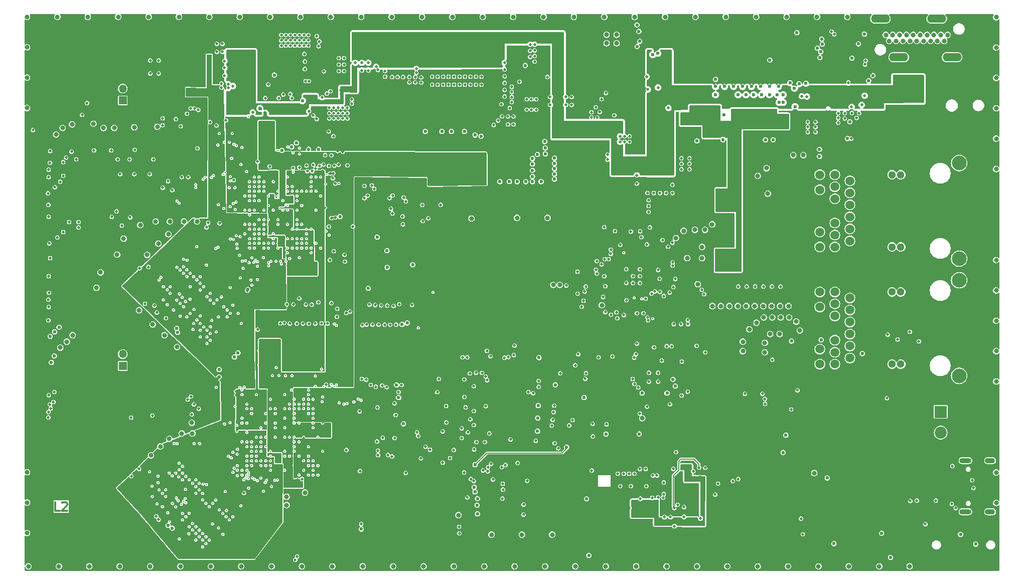
<source format=gbr>
%TF.GenerationSoftware,KiCad,Pcbnew,8.0.8*%
%TF.CreationDate,2025-02-03T01:07:06+01:00*%
%TF.ProjectId,RASBB,52415342-422e-46b6-9963-61645f706362,01*%
%TF.SameCoordinates,Original*%
%TF.FileFunction,Copper,L2,Inr*%
%TF.FilePolarity,Positive*%
%FSLAX46Y46*%
G04 Gerber Fmt 4.6, Leading zero omitted, Abs format (unit mm)*
G04 Created by KiCad (PCBNEW 8.0.8) date 2025-02-03 01:07:06*
%MOMM*%
%LPD*%
G01*
G04 APERTURE LIST*
%ADD10C,0.300000*%
%TA.AperFunction,NonConductor*%
%ADD11C,0.300000*%
%TD*%
%TA.AperFunction,ComponentPad*%
%ADD12R,1.350000X1.350000*%
%TD*%
%TA.AperFunction,ComponentPad*%
%ADD13O,1.350000X1.350000*%
%TD*%
%TA.AperFunction,ComponentPad*%
%ADD14R,2.025000X2.025000*%
%TD*%
%TA.AperFunction,ComponentPad*%
%ADD15C,2.025000*%
%TD*%
%TA.AperFunction,ComponentPad*%
%ADD16C,1.509000*%
%TD*%
%TA.AperFunction,ComponentPad*%
%ADD17C,1.300000*%
%TD*%
%TA.AperFunction,ComponentPad*%
%ADD18C,2.475000*%
%TD*%
%TA.AperFunction,ComponentPad*%
%ADD19O,2.000000X0.900000*%
%TD*%
%TA.AperFunction,ComponentPad*%
%ADD20O,1.700000X0.900000*%
%TD*%
%TA.AperFunction,ComponentPad*%
%ADD21C,0.800000*%
%TD*%
%TA.AperFunction,ComponentPad*%
%ADD22O,3.200000X1.400000*%
%TD*%
%TA.AperFunction,ViaPad*%
%ADD23C,0.600000*%
%TD*%
%TA.AperFunction,ViaPad*%
%ADD24C,0.250000*%
%TD*%
%TA.AperFunction,ViaPad*%
%ADD25C,0.800000*%
%TD*%
%TA.AperFunction,ViaPad*%
%ADD26C,0.460000*%
%TD*%
%TA.AperFunction,Conductor*%
%ADD27C,0.500000*%
%TD*%
%TA.AperFunction,Conductor*%
%ADD28C,0.200000*%
%TD*%
%TA.AperFunction,Conductor*%
%ADD29C,0.100000*%
%TD*%
G04 APERTURE END LIST*
D10*
D11*
X110868796Y-119900828D02*
X110154510Y-119900828D01*
X110154510Y-119900828D02*
X110154510Y-118400828D01*
X111297368Y-118543685D02*
X111368796Y-118472257D01*
X111368796Y-118472257D02*
X111511654Y-118400828D01*
X111511654Y-118400828D02*
X111868796Y-118400828D01*
X111868796Y-118400828D02*
X112011654Y-118472257D01*
X112011654Y-118472257D02*
X112083082Y-118543685D01*
X112083082Y-118543685D02*
X112154511Y-118686542D01*
X112154511Y-118686542D02*
X112154511Y-118829400D01*
X112154511Y-118829400D02*
X112083082Y-119043685D01*
X112083082Y-119043685D02*
X111225939Y-119900828D01*
X111225939Y-119900828D02*
X112154511Y-119900828D01*
D12*
%TO.N,Net-(J18-Pin_1)*%
%TO.C,J18*%
X121550000Y-95410000D03*
D13*
%TO.N,GND*%
X121550000Y-93410000D03*
%TD*%
D14*
%TO.N,GND*%
%TO.C,J9*%
X259580000Y-103160000D03*
D15*
%TO.N,Net-(F1-Pad2)*%
X259580000Y-106660000D03*
%TD*%
D16*
%TO.N,unconnected-(J14-MDCT3-Pad1)*%
%TO.C,J14*%
X244265000Y-83930000D03*
%TO.N,unconnected-(J14-MD3--Pad2)*%
X244265000Y-85960000D03*
%TO.N,unconnected-(J14-MD3+-Pad3)*%
X244265000Y-87990001D03*
%TO.N,/Ethernet_uC/TX_P*%
X244265000Y-90020000D03*
%TO.N,/Ethernet_uC/TX_N*%
X244265000Y-92050000D03*
%TO.N,Net-(J14-MDCT2)*%
X244265000Y-94080000D03*
%TO.N,unconnected-(J14-MDCT4-Pad7)*%
X241725000Y-82910000D03*
%TO.N,unconnected-(J14-MD4+-Pad8)*%
X241725000Y-84930000D03*
%TO.N,unconnected-(J14-MD4--Pad9)*%
X241725000Y-86970000D03*
%TO.N,/Ethernet_uC/RX_N*%
X241725000Y-91050000D03*
%TO.N,/Ethernet_uC/RX_P*%
X241725000Y-93090000D03*
%TO.N,Net-(J14-MDCT1)*%
X241725000Y-95100000D03*
%TO.N,unconnected-(J14-VDC1+-Pad13)*%
X239185000Y-82910001D03*
%TO.N,unconnected-(J14-VDC1--Pad14)*%
X239185000Y-85450000D03*
%TO.N,unconnected-(J14-VDC2+-Pad15)*%
X239185000Y-92560000D03*
%TO.N,unconnected-(J14-VDC2--Pad16)*%
X239185000Y-95100000D03*
D17*
%TO.N,/Ethernet_uC/LED_GR_ETH*%
X251375000Y-82908000D03*
%TO.N,Net-(J14-GN_K)*%
X251375000Y-95102000D03*
%TO.N,/Ethernet_uC/LED_YL_ETH*%
X252845000Y-82908000D03*
%TO.N,Net-(J14-YL_K)*%
X252845000Y-95102000D03*
D18*
%TO.N,Net-(C183-Pad1)*%
X262685000Y-97070000D03*
X262685000Y-80940000D03*
%TD*%
D16*
%TO.N,Net-(J2-MDCT3)*%
%TO.C,J2*%
X244265000Y-64130500D03*
%TO.N,/Ethernet_FPGA/MDI2_N*%
X244265000Y-66160500D03*
%TO.N,/Ethernet_FPGA/MDI2_P*%
X244265000Y-68190500D03*
%TO.N,/Ethernet_FPGA/MDI1_P*%
X244265000Y-70220500D03*
%TO.N,/Ethernet_FPGA/MDI1_N*%
X244265000Y-72250500D03*
%TO.N,Net-(J2-MDCT2)*%
X244265000Y-74280500D03*
%TO.N,Net-(J2-MDCT4)*%
X241725000Y-63110500D03*
%TO.N,/Ethernet_FPGA/MDI3_P*%
X241725000Y-65130500D03*
%TO.N,/Ethernet_FPGA/MDI3_N*%
X241725000Y-67170500D03*
%TO.N,/Ethernet_FPGA/MDI0_N*%
X241725000Y-71250500D03*
%TO.N,/Ethernet_FPGA/MDI0_P*%
X241725000Y-73290500D03*
%TO.N,Net-(J2-MDCT1)*%
X241725000Y-75300500D03*
%TO.N,Net-(J2-VDC1+)*%
X239185000Y-63110500D03*
%TO.N,Net-(J2-VDC1-)*%
X239185000Y-65650500D03*
%TO.N,Net-(J2-VDC2+)*%
X239185000Y-72760500D03*
%TO.N,Net-(J2-VDC2-)*%
X239185000Y-75300500D03*
D17*
%TO.N,/Ethernet_FPGA/LED_GR_ETH*%
X251375000Y-63108500D03*
%TO.N,Net-(J2-GN_K)*%
X251375000Y-75302500D03*
%TO.N,/Ethernet_FPGA/LED_YL_ETH*%
X252845000Y-63108500D03*
%TO.N,Net-(J2-YL_K)*%
X252845000Y-75302500D03*
D18*
%TO.N,Net-(C74-Pad1)*%
X262685000Y-77270500D03*
X262685000Y-61140500D03*
%TD*%
D12*
%TO.N,Net-(J16-Pin_1)*%
%TO.C,J16*%
X121550000Y-50550000D03*
D13*
%TO.N,GND*%
X121550000Y-48550000D03*
%TD*%
D19*
%TO.N,GND*%
%TO.C,J7*%
X263740000Y-120040000D03*
D20*
X267910000Y-120040000D03*
D19*
X263740000Y-111400000D03*
D20*
X267910000Y-111400000D03*
%TD*%
D21*
%TO.N,/HDMI/HDMI_D2_P*%
%TO.C,J3*%
X260760000Y-39500000D03*
%TO.N,GND*%
X260180000Y-40500000D03*
%TO.N,/HDMI/HDMI_D2_N*%
X259600000Y-39500000D03*
%TO.N,/HDMI/HDMI_D1_P*%
X259020000Y-40500000D03*
%TO.N,GND*%
X258440000Y-39500000D03*
%TO.N,/HDMI/HDMI_D1_N*%
X257860000Y-40500000D03*
%TO.N,/HDMI/HDMI_D0_P*%
X257280000Y-39500000D03*
%TO.N,GND*%
X256700000Y-40500000D03*
%TO.N,/HDMI/HDMI_D0_N*%
X256120000Y-39500000D03*
%TO.N,/HDMI/HDMI_CLK_P*%
X255540000Y-40500000D03*
%TO.N,GND*%
X254960000Y-39500000D03*
%TO.N,/HDMI/HDMI_CLK_N*%
X254380000Y-40500000D03*
%TO.N,/HDMI/HDMI_CEC_B*%
X253800000Y-39500000D03*
%TO.N,unconnected-(J3-UTILITY-Pad14)*%
X253220000Y-40500000D03*
%TO.N,/HDMI/HDMI_SCL_B*%
X252640000Y-39500000D03*
%TO.N,/HDMI/HDMI_SDA_B*%
X252060000Y-40500000D03*
%TO.N,GND*%
X251480000Y-39500000D03*
%TO.N,/HDMI/HDMI_5V*%
X250900000Y-40500000D03*
%TO.N,/HDMI/HDMI_HPD_B*%
X250320000Y-39500000D03*
D22*
%TO.N,GND*%
X252510000Y-43250000D03*
X261510000Y-43250000D03*
X249410000Y-36750000D03*
X258910000Y-36750000D03*
%TD*%
D23*
%TO.N,/uController/ADC1_IN5*%
X199810000Y-117840000D03*
X203100000Y-106900000D03*
%TO.N,/uController/uC_DAC2_OUT2*%
X194540000Y-98580000D03*
X208700000Y-106880000D03*
%TO.N,/VDC_IN*%
X230800000Y-52400000D03*
X217600000Y-51800000D03*
X222400000Y-65900000D03*
X225400000Y-78000000D03*
X225700000Y-57300000D03*
X224600000Y-57300000D03*
X225400000Y-52400000D03*
X222400000Y-68300000D03*
X225400000Y-76800000D03*
X228000000Y-52400000D03*
X225200000Y-65900000D03*
X223800000Y-78800000D03*
X215900000Y-53000000D03*
X224600000Y-59400000D03*
X225400000Y-63600000D03*
X230800000Y-55000000D03*
X222500001Y-78800000D03*
X216800000Y-53030000D03*
X219600000Y-51800000D03*
X229400000Y-55000000D03*
X225200000Y-67500000D03*
D24*
%TO.N,GND*%
X143975000Y-77525000D03*
D25*
X125650000Y-76650000D03*
D26*
X195050000Y-109300000D03*
X187650000Y-91950000D03*
X109050000Y-80250000D03*
X164600000Y-45400000D03*
X212850000Y-115100000D03*
D23*
X194400000Y-61187500D03*
D26*
X154300000Y-53700000D03*
X176531000Y-47900000D03*
D23*
X243850000Y-57000000D03*
D26*
X127300000Y-86371178D03*
D25*
X162047000Y-129250000D03*
D26*
X152891500Y-39500000D03*
D25*
X130700000Y-92200000D03*
D26*
X209800000Y-84050000D03*
X169900000Y-47500000D03*
X109000000Y-68200000D03*
X137450000Y-41000000D03*
D25*
X268950000Y-57008000D03*
D24*
X130700000Y-108500000D03*
X141020000Y-86523747D03*
X149350000Y-69080000D03*
D26*
X120500000Y-69300000D03*
D25*
X268950000Y-98024000D03*
X268950000Y-46754000D03*
D26*
X206100000Y-113600000D03*
D24*
X151400000Y-58600000D03*
D26*
X155200000Y-50000000D03*
X180239000Y-46550000D03*
X206507900Y-81375000D03*
X182093000Y-47900000D03*
X177458000Y-47900000D03*
X214300000Y-66200000D03*
X161900000Y-44200000D03*
D25*
X110527000Y-36450000D03*
D23*
X233000000Y-49600000D03*
D26*
X112500000Y-71100000D03*
X149065250Y-39500000D03*
D25*
X192559000Y-36450000D03*
D24*
X144550000Y-63480000D03*
X150150000Y-65080000D03*
D26*
X183050000Y-97800000D03*
X174629999Y-99819999D03*
D25*
X115654000Y-36450000D03*
D26*
X186000000Y-46483332D03*
D24*
X134627523Y-90483545D03*
D26*
X196373000Y-51300000D03*
X245400000Y-53500000D03*
D24*
X141490000Y-119020000D03*
D26*
X205500000Y-115700000D03*
D25*
X232473000Y-85300000D03*
D24*
X146150000Y-70680000D03*
D26*
X149830500Y-41300000D03*
D24*
X146950000Y-69080000D03*
D25*
X117800000Y-79600000D03*
D26*
X210024258Y-102271470D03*
D24*
X132190000Y-118480000D03*
D26*
X197300000Y-49950000D03*
D25*
X226200000Y-92900000D03*
D26*
X161900000Y-45500000D03*
D23*
X170475000Y-78300000D03*
D26*
X244500000Y-57000000D03*
D25*
X216800000Y-77200000D03*
D24*
X128404983Y-81998264D03*
D26*
X132600000Y-63500000D03*
D24*
X145680000Y-109020000D03*
D26*
X178385000Y-46550000D03*
X202050000Y-52500000D03*
X190300000Y-43200000D03*
D25*
X195300000Y-81700000D03*
D26*
X160390000Y-71840150D03*
D25*
X234008000Y-87200000D03*
D26*
X209900000Y-115700000D03*
D24*
X141375000Y-80525000D03*
X136324579Y-83129634D03*
D26*
X193650000Y-49950000D03*
X156400000Y-53600000D03*
X217175000Y-61252000D03*
X189800000Y-114800000D03*
X180780000Y-114830000D03*
X127600000Y-121350000D03*
D25*
X230200000Y-62000000D03*
D26*
X156300000Y-55800000D03*
D23*
X208780006Y-40569994D03*
D24*
X157250000Y-88300000D03*
D25*
X128600000Y-90200000D03*
X233575000Y-36450000D03*
X105400000Y-46704000D03*
D26*
X214474103Y-82075000D03*
X138377000Y-41000000D03*
X190525000Y-52115192D03*
X131330000Y-54910000D03*
D24*
X144550000Y-72280000D03*
X144880000Y-105820000D03*
D26*
X205100000Y-113600000D03*
X211000000Y-113900000D03*
D25*
X214900000Y-73800000D03*
D26*
X158000000Y-43400000D03*
X211900000Y-98050000D03*
X186000000Y-44200000D03*
X255550000Y-118150000D03*
X215825000Y-60325000D03*
D23*
X109300000Y-90400000D03*
D25*
X123500000Y-55100000D03*
D24*
X140025000Y-56104700D03*
D26*
X106400000Y-55550000D03*
X178385000Y-47900000D03*
D25*
X268950000Y-62135000D03*
D23*
X172600000Y-55800000D03*
X152900000Y-58800000D03*
D26*
X125900000Y-78700000D03*
X237150000Y-55890000D03*
D25*
X236400000Y-59800000D03*
D23*
X175399998Y-55800000D03*
D26*
X158970000Y-76620000D03*
D25*
X226200000Y-91300000D03*
D23*
X232000000Y-49600000D03*
D25*
X112100000Y-91300000D03*
D26*
X210793193Y-83179601D03*
D24*
X150320000Y-62670000D03*
D25*
X228700000Y-63300000D03*
X268950000Y-87770000D03*
D26*
X152126250Y-41300000D03*
D23*
X140400000Y-93900000D03*
D25*
X105400000Y-41577000D03*
D26*
X252300000Y-90925000D03*
X179312000Y-46550000D03*
X113700000Y-60500000D03*
D24*
X134451926Y-115197234D03*
D26*
X150595750Y-40400000D03*
X257000000Y-122100000D03*
X200650000Y-52550000D03*
X203350000Y-60550000D03*
D23*
X199407000Y-100750000D03*
D25*
X188900000Y-123900000D03*
D24*
X148550000Y-69080000D03*
X140850000Y-110300000D03*
X127500000Y-115100000D03*
D26*
X151361000Y-39500000D03*
X158900000Y-45600000D03*
X207670000Y-81392100D03*
X129900000Y-65700000D03*
D25*
X230800000Y-90000000D03*
D23*
X228040000Y-49600000D03*
X245700000Y-41000000D03*
D26*
X211204990Y-92248001D03*
D24*
X154150000Y-69080000D03*
D26*
X133650000Y-51900000D03*
X111000000Y-64300000D03*
X159040000Y-77780000D03*
D25*
X222484000Y-85300000D03*
D24*
X130200000Y-108500000D03*
D26*
X157100000Y-56600000D03*
X108950000Y-66250000D03*
X123600000Y-58900000D03*
X261450000Y-118700000D03*
D24*
X142440000Y-62570000D03*
D25*
X231046000Y-85300000D03*
D26*
X203350000Y-59700000D03*
D24*
X148550000Y-67480000D03*
D26*
X148300000Y-39500000D03*
D24*
X153680000Y-105820000D03*
D25*
X177428000Y-129250000D03*
D24*
X150150000Y-72280000D03*
X146950000Y-73080000D03*
D26*
X261550000Y-112300000D03*
X244000000Y-47530000D03*
D24*
X128404983Y-84261005D03*
D26*
X112000000Y-60200000D03*
X231150000Y-94350000D03*
X186000000Y-49908330D03*
D25*
X133200000Y-105000000D03*
X238952000Y-129250000D03*
D26*
X168854000Y-46600000D03*
X151361000Y-40400000D03*
D25*
X110300000Y-56300000D03*
D26*
X171200000Y-106600000D03*
X157930500Y-52700000D03*
X120700000Y-60500000D03*
D24*
X135010000Y-116940000D03*
D26*
X189725000Y-50365192D03*
X209800000Y-112800000D03*
X163000000Y-45500000D03*
D25*
X218194000Y-36450000D03*
D24*
X151300000Y-113810000D03*
D23*
X208360000Y-41440000D03*
D24*
X152880000Y-109020000D03*
D26*
X168600000Y-98600000D03*
X254450000Y-118200000D03*
D25*
X268950000Y-51881000D03*
D24*
X143750000Y-74680000D03*
D23*
X244250000Y-54150000D03*
D26*
X235400000Y-99500000D03*
X186850000Y-51850000D03*
D25*
X115904000Y-129250000D03*
D26*
X258750000Y-118150000D03*
D25*
X131900000Y-71000000D03*
D26*
X163000000Y-44200000D03*
D25*
X182305000Y-36450000D03*
D26*
X122700000Y-60500000D03*
X207000000Y-113600000D03*
X187477000Y-54600000D03*
X134300000Y-52150000D03*
D25*
X131285000Y-129250000D03*
D26*
X207050000Y-56600000D03*
X208300000Y-64600000D03*
X109150000Y-74700000D03*
X162000000Y-88500000D03*
X126100000Y-63000000D03*
D25*
X120781000Y-36450000D03*
D26*
X156400000Y-51800000D03*
X199300000Y-84400000D03*
X110500000Y-73700000D03*
D24*
X152880000Y-100220000D03*
D26*
X109050000Y-62250000D03*
D25*
X223911000Y-85300000D03*
D24*
X153680000Y-104220000D03*
D26*
X238450000Y-54190000D03*
D25*
X268950000Y-92897000D03*
D26*
X153700000Y-53100000D03*
X201400000Y-79125000D03*
D24*
X132693692Y-123743693D03*
D26*
X149065250Y-40400000D03*
D24*
X155120000Y-95950000D03*
D26*
X210000000Y-74875000D03*
X210300000Y-68400000D03*
D24*
X149680000Y-101820000D03*
D26*
X119600000Y-59000000D03*
D24*
X135758894Y-91614915D03*
D26*
X179312000Y-47900000D03*
D25*
X213067000Y-36450000D03*
D24*
X141350000Y-73575000D03*
D25*
X124300000Y-86000000D03*
X127400000Y-55000000D03*
D26*
X196373000Y-49950000D03*
X208800000Y-112800000D03*
X158900000Y-43400000D03*
X212975000Y-120875000D03*
X175604000Y-46550000D03*
X167927000Y-46600000D03*
X208793000Y-103450000D03*
D23*
X168925000Y-105175000D03*
D26*
X216900000Y-99750000D03*
D23*
X208325000Y-37800000D03*
D26*
X214175000Y-92075000D03*
D23*
X110000000Y-93700000D03*
D26*
X137890000Y-71310000D03*
D24*
X140670000Y-67740000D03*
D25*
X229900000Y-91500000D03*
D26*
X210900000Y-117650000D03*
D25*
X166924000Y-36450000D03*
D24*
X150480000Y-104220000D03*
D26*
X111500000Y-63300000D03*
D24*
X150150000Y-73880000D03*
D26*
X214300000Y-74600000D03*
D24*
X132100000Y-117800000D03*
D25*
X182555000Y-129250000D03*
X105650000Y-129250000D03*
D24*
X149400000Y-58400000D03*
D26*
X168100000Y-99800000D03*
D25*
X113000000Y-54600000D03*
D24*
X149350000Y-71480000D03*
D26*
X214300000Y-64800000D03*
X152975000Y-47300000D03*
X193650000Y-51300000D03*
X207050000Y-57550000D03*
D23*
X226142855Y-48200000D03*
D26*
X125300000Y-84900000D03*
D25*
X111400000Y-55200000D03*
X121031000Y-129250000D03*
D26*
X213250000Y-66200000D03*
D25*
X243829000Y-36450000D03*
D24*
X153350000Y-63480000D03*
D26*
X208900000Y-117800000D03*
D25*
X268950000Y-41627000D03*
X226765000Y-85300000D03*
D24*
X152080000Y-111420000D03*
X155210000Y-101420000D03*
X151350000Y-77100000D03*
D25*
X232400000Y-90000000D03*
D26*
X156000000Y-49400000D03*
D24*
X150950000Y-67480000D03*
D26*
X209425000Y-86500000D03*
D25*
X146416000Y-36450000D03*
X152300000Y-116800000D03*
D26*
X208832100Y-80230000D03*
D23*
X192850000Y-59600000D03*
X232975000Y-50900000D03*
X224628570Y-48200000D03*
D26*
X145600000Y-50150000D03*
X123000000Y-114000000D03*
D25*
X213317000Y-129250000D03*
X192809000Y-129250000D03*
D24*
X150000000Y-99450000D03*
X133886240Y-124813887D03*
X150480000Y-108220000D03*
X132754869Y-114631549D03*
X127663700Y-116328606D03*
D26*
X152891500Y-41300000D03*
X213900000Y-101850000D03*
D25*
X194027000Y-123900000D03*
D24*
X131800000Y-77350000D03*
D25*
X218444000Y-129250000D03*
X233900000Y-85300000D03*
D23*
X166175000Y-78750000D03*
D26*
X128280000Y-53580000D03*
D24*
X131800000Y-118300000D03*
D25*
X136162000Y-36450000D03*
D26*
X124300000Y-112800000D03*
X158900000Y-44500000D03*
X250625000Y-90100000D03*
D24*
X126532329Y-117459976D03*
X143350000Y-81730000D03*
D25*
X244079000Y-129250000D03*
X203063000Y-129250000D03*
D26*
X153000000Y-52400000D03*
D25*
X156920000Y-129250000D03*
D26*
X205450000Y-56600000D03*
D24*
X155780000Y-64670000D03*
D26*
X138200000Y-47700000D03*
D25*
X129400000Y-107700000D03*
D26*
X207900000Y-113600000D03*
D23*
X147130000Y-46260000D03*
D26*
X140150000Y-48125000D03*
D23*
X234400000Y-91200000D03*
D26*
X210300000Y-69400000D03*
D24*
X132890500Y-84110000D03*
D26*
X109250000Y-61100000D03*
X210300000Y-67400000D03*
X152126250Y-40400000D03*
D23*
X192750000Y-57500000D03*
D26*
X211150000Y-66200000D03*
X214350000Y-77900000D03*
D24*
X147750000Y-71480000D03*
D25*
X146666000Y-129250000D03*
X129500000Y-71000000D03*
D26*
X131500000Y-63500000D03*
X138377000Y-42350000D03*
D25*
X126600000Y-88400000D03*
X117100000Y-82200000D03*
D26*
X228254000Y-82000000D03*
D23*
X244600000Y-43400000D03*
D26*
X182800000Y-97200000D03*
X208150000Y-93400000D03*
D23*
X231300000Y-57200000D03*
D26*
X188500000Y-47400000D03*
D24*
X141670000Y-58490000D03*
D26*
X242300000Y-53500000D03*
D24*
X142480000Y-105020000D03*
D26*
X148300000Y-41300000D03*
X214800000Y-80712000D03*
D25*
X223321000Y-36450000D03*
X151543000Y-36450000D03*
D26*
X160200000Y-50400000D03*
X191050000Y-41150000D03*
X200650000Y-53450000D03*
D23*
X229360000Y-49600000D03*
D26*
X170900000Y-46600000D03*
X149830500Y-39500000D03*
X126900000Y-85200000D03*
X231108000Y-82000000D03*
D25*
X218600000Y-81600000D03*
D26*
X225400000Y-82000000D03*
D25*
X126300000Y-110500000D03*
D24*
X147900000Y-97000000D03*
X151750000Y-68280000D03*
D26*
X187200000Y-49116666D03*
X242300000Y-52700000D03*
X171100000Y-45900000D03*
D25*
X227300000Y-89200000D03*
D24*
X149000000Y-97050000D03*
D26*
X160200000Y-51100000D03*
X191050000Y-43050000D03*
X168950000Y-66950000D03*
X150595750Y-41300000D03*
D25*
X268950000Y-113405000D03*
X221057000Y-85300000D03*
D26*
X210100000Y-66200000D03*
D24*
X142772225Y-116038293D03*
D26*
X158695750Y-52700000D03*
X128300000Y-65300000D03*
X109050000Y-70200000D03*
X135684983Y-71984983D03*
D24*
X142725000Y-53350000D03*
D25*
X105400000Y-51831000D03*
D26*
X216250000Y-119225000D03*
D24*
X132930467Y-79735521D03*
D23*
X192850000Y-58600000D03*
D26*
X237150000Y-54190000D03*
D24*
X138840000Y-116600000D03*
X154480000Y-112220000D03*
D26*
X116700000Y-59000000D03*
D25*
X149200000Y-117500000D03*
D23*
X226720000Y-49600000D03*
D26*
X109000000Y-104100000D03*
X173750000Y-46550000D03*
D23*
X181000000Y-56400000D03*
D25*
X105400000Y-118482000D03*
D26*
X204850000Y-86350000D03*
X262100000Y-119400000D03*
D24*
X133886240Y-115762920D03*
D26*
X157930500Y-51800000D03*
X152275000Y-45250000D03*
D25*
X118300000Y-55200000D03*
D24*
X134627523Y-81432578D03*
D26*
X246750000Y-49750000D03*
D24*
X148880000Y-104220000D03*
D26*
X138700000Y-45050000D03*
D24*
X144080000Y-100220000D03*
D23*
X194400000Y-62075000D03*
D26*
X124400000Y-78900000D03*
X149065250Y-41300000D03*
X149830500Y-40400000D03*
X238450000Y-55890000D03*
X151361000Y-41300000D03*
X152126250Y-39500000D03*
X114100000Y-72000000D03*
D25*
X229900000Y-93100000D03*
D23*
X164475000Y-73650000D03*
D24*
X146480000Y-101020000D03*
D26*
X201600000Y-53450000D03*
D23*
X230685710Y-48200000D03*
D25*
X233825000Y-129250000D03*
D26*
X138200000Y-48400000D03*
X206507900Y-79067900D03*
D25*
X219300000Y-77200000D03*
D24*
X133886240Y-114631549D03*
D26*
X190300000Y-41150000D03*
D24*
X131057813Y-111803122D03*
D26*
X186000000Y-45341666D03*
D25*
X235800000Y-89400000D03*
D26*
X165800000Y-45600000D03*
D25*
X232581000Y-87200000D03*
D26*
X210200000Y-87700000D03*
D24*
X149680000Y-107420000D03*
X143750000Y-69080000D03*
D23*
X229171425Y-48200000D03*
D26*
X229681000Y-82000000D03*
X215825000Y-62179000D03*
D24*
X143325000Y-77125000D03*
D25*
X216200000Y-72600000D03*
D23*
X232300000Y-50900000D03*
D26*
X210350000Y-96550000D03*
X109300000Y-59100000D03*
X211900000Y-96550000D03*
X190300000Y-42175000D03*
D23*
X221600000Y-47000000D03*
D24*
X151280000Y-110620000D03*
X148880000Y-109820000D03*
D26*
X215825000Y-61252000D03*
D25*
X194200000Y-81700000D03*
D23*
X154600000Y-58800000D03*
D24*
X129053042Y-85046958D03*
D26*
X190525000Y-50365192D03*
X123500000Y-63000000D03*
D25*
X120600000Y-76600000D03*
D24*
X148880000Y-113020000D03*
D26*
X215900000Y-94650000D03*
D25*
X124500000Y-71600000D03*
D26*
X206250000Y-57550000D03*
D24*
X154050000Y-97100000D03*
X150100000Y-97050000D03*
D25*
X221000000Y-71500000D03*
X193227000Y-70400000D03*
X129250000Y-73150000D03*
D23*
X221600000Y-49600000D03*
D25*
X133300000Y-106800000D03*
D26*
X213975000Y-120900000D03*
D24*
X144080000Y-109020000D03*
D23*
X225400000Y-49600000D03*
D26*
X159461000Y-51800000D03*
X169900000Y-46600000D03*
D23*
X211000000Y-42800000D03*
D26*
X138700000Y-46350000D03*
D25*
X228448000Y-36450000D03*
X229727000Y-87200000D03*
D26*
X128850000Y-87350000D03*
D23*
X227657140Y-48200000D03*
D25*
X228192000Y-85300000D03*
D26*
X212750000Y-117650000D03*
X121400000Y-71700000D03*
X143475000Y-52600000D03*
X226827000Y-82000000D03*
X186000000Y-48766664D03*
X183400000Y-106800000D03*
D24*
X133600000Y-108500000D03*
D26*
X213350000Y-92075000D03*
D25*
X177178000Y-36450000D03*
D24*
X145280000Y-116550000D03*
X147280000Y-105820000D03*
X140490000Y-65290000D03*
D26*
X194450000Y-108450000D03*
D25*
X105400000Y-113355000D03*
D26*
X148300000Y-40400000D03*
X161590000Y-113150000D03*
X158695750Y-53600000D03*
D25*
X134100000Y-71000000D03*
D26*
X111500000Y-61000000D03*
D25*
X228500000Y-88100000D03*
D23*
X230000000Y-57200000D03*
D25*
X178200000Y-120600000D03*
X187682000Y-129250000D03*
D26*
X181166000Y-46550000D03*
D24*
X142480000Y-113820000D03*
D26*
X127200000Y-120800000D03*
X211880000Y-48380000D03*
D24*
X149680000Y-110620000D03*
X152550000Y-74680000D03*
D25*
X183773000Y-123900000D03*
D26*
X184900000Y-53950000D03*
D24*
X137260000Y-118040000D03*
D25*
X219800000Y-72400000D03*
D24*
X171410000Y-88990000D03*
D26*
X140300000Y-64000000D03*
D23*
X208650004Y-38889998D03*
D26*
X205500000Y-74930000D03*
D23*
X166150000Y-75929850D03*
D26*
X161800000Y-122100000D03*
D25*
X136412000Y-129250000D03*
D24*
X135661252Y-78361615D03*
D25*
X254333000Y-129250000D03*
D24*
X145350000Y-69080000D03*
D26*
X135970000Y-71230000D03*
X186550000Y-53250000D03*
D25*
X234700000Y-59800000D03*
D26*
X229900000Y-100950000D03*
X197300000Y-51300000D03*
X109100000Y-83050000D03*
X187200000Y-49983332D03*
D24*
X153350000Y-72280000D03*
X146800000Y-97000000D03*
D26*
X219850000Y-112600000D03*
X155470000Y-45630000D03*
D23*
X223114285Y-48200000D03*
D26*
X243400000Y-53600000D03*
D24*
X154950000Y-75480000D03*
X150480000Y-109820000D03*
D26*
X109050000Y-63500000D03*
D23*
X211800000Y-42600000D03*
D24*
X157600000Y-88550000D03*
D26*
X179150000Y-113400000D03*
D25*
X223571000Y-129250000D03*
D24*
X134627523Y-80301207D03*
D26*
X187200000Y-48250000D03*
D25*
X268950000Y-118532000D03*
D26*
X109000000Y-84200000D03*
X160800000Y-44200000D03*
X175200000Y-68200000D03*
X158000000Y-45600000D03*
D24*
X146480000Y-109820000D03*
D26*
X244550000Y-51650000D03*
D25*
X110777000Y-129250000D03*
D26*
X167000000Y-46600000D03*
D24*
X141680000Y-108220000D03*
X131623498Y-121419774D03*
D26*
X217175000Y-60325000D03*
D24*
X145680000Y-107420000D03*
D26*
X128260000Y-54750000D03*
D24*
X149350000Y-76280000D03*
X139670000Y-82150000D03*
D26*
X114100000Y-71100000D03*
D23*
X179197500Y-55802500D03*
X141000000Y-93200000D03*
D26*
X206250000Y-56600000D03*
X112900000Y-59200000D03*
X199700000Y-82000000D03*
D24*
X151280000Y-105020000D03*
D23*
X232200000Y-48200000D03*
D25*
X105400000Y-123609000D03*
X218100000Y-72400000D03*
D26*
X180239000Y-47900000D03*
X152891500Y-40400000D03*
X210500000Y-72000000D03*
D25*
X208190000Y-129250000D03*
D24*
X139500000Y-65300000D03*
D25*
X238702000Y-36450000D03*
D23*
X221600000Y-48200000D03*
X110800000Y-88850000D03*
D25*
X235200000Y-87900000D03*
D26*
X111500000Y-72800000D03*
D23*
X137800000Y-96000000D03*
D26*
X219850000Y-93100000D03*
D24*
X129140000Y-120190000D03*
D26*
X158000000Y-44500000D03*
X158695750Y-51800000D03*
X245800000Y-52700000D03*
X198300000Y-83200000D03*
X175604000Y-47900000D03*
D25*
X172051000Y-36450000D03*
X187432000Y-36450000D03*
D24*
X142040000Y-98950000D03*
D23*
X230680000Y-49600000D03*
D25*
X268950000Y-36500000D03*
D24*
X143280000Y-102620000D03*
D25*
X120100000Y-55200000D03*
D24*
X138200000Y-83750000D03*
X140140000Y-85130000D03*
D26*
X217850000Y-113200000D03*
X167600000Y-103700000D03*
D24*
X131090000Y-124620000D03*
D26*
X119700000Y-70200000D03*
D25*
X188100000Y-70400000D03*
D26*
X203000000Y-86300000D03*
D23*
X194400000Y-62962500D03*
D26*
X110100000Y-65200000D03*
D24*
X140108779Y-120854089D03*
D25*
X127100000Y-71000000D03*
D26*
X156400000Y-52700000D03*
D24*
X151400000Y-59600000D03*
D26*
X202350000Y-50350000D03*
X159461000Y-53600000D03*
X171900000Y-46650000D03*
X246250000Y-51300000D03*
X204500000Y-53050000D03*
D24*
X150300000Y-59400000D03*
D26*
X195390000Y-96640000D03*
X157165250Y-51800000D03*
X167400000Y-101700000D03*
X208832100Y-79067900D03*
D25*
X116600000Y-54500000D03*
D26*
X243400000Y-52700000D03*
D25*
X202813000Y-36450000D03*
D24*
X137700000Y-68125000D03*
D25*
X111000000Y-92300000D03*
X105400000Y-36450000D03*
D24*
X132400000Y-77550000D03*
X147750000Y-70680000D03*
X146150000Y-68280000D03*
X155860000Y-72630000D03*
X137825000Y-56104700D03*
D25*
X207940000Y-36450000D03*
D26*
X211900000Y-117575000D03*
D25*
X126158000Y-129250000D03*
D26*
X207300000Y-115700000D03*
D25*
X161797000Y-36450000D03*
D26*
X212650000Y-74150000D03*
X157930500Y-53600000D03*
X190000000Y-99800000D03*
X237150000Y-55040000D03*
X121100000Y-63000000D03*
D25*
X229619000Y-85300000D03*
X219300000Y-75300000D03*
D26*
X207670000Y-80230000D03*
D25*
X125908000Y-36450000D03*
D26*
X179700000Y-117600000D03*
D25*
X225338000Y-85300000D03*
X230400000Y-66300000D03*
D26*
X191050000Y-44000000D03*
X152300000Y-43975000D03*
D24*
X145680000Y-103420000D03*
D26*
X210350000Y-98050000D03*
D24*
X155280000Y-109820000D03*
D23*
X239200000Y-43300000D03*
D24*
X207850000Y-83900000D03*
D23*
X194400000Y-60300000D03*
D25*
X268950000Y-77516000D03*
D26*
X186000000Y-47624998D03*
X177458000Y-46550000D03*
D24*
X132364781Y-87089432D03*
D26*
X210100000Y-87200000D03*
D24*
X152080000Y-102620000D03*
X132189184Y-114065863D03*
D23*
X177000000Y-55800000D03*
D26*
X157165250Y-53600000D03*
D24*
X146150000Y-75480000D03*
X133496152Y-80301207D03*
X144270000Y-80810000D03*
D23*
X182000000Y-56600000D03*
D26*
X189725000Y-52115192D03*
D24*
X150950000Y-71480000D03*
D25*
X172301000Y-129250000D03*
D26*
X219050000Y-121150000D03*
X182093000Y-46550000D03*
D24*
X130102039Y-85958062D03*
D26*
X109300000Y-77200000D03*
X144300000Y-60900000D03*
X174677000Y-46550000D03*
D25*
X180400000Y-70500000D03*
D26*
X130540000Y-53720000D03*
D25*
X141289000Y-36450000D03*
D26*
X150595750Y-39500000D03*
X159461000Y-52700000D03*
D24*
X151750000Y-73880000D03*
D23*
X168100000Y-100750000D03*
D26*
X164000000Y-65500000D03*
X190800000Y-100000000D03*
X126700000Y-60500000D03*
D25*
X127900000Y-109000000D03*
D26*
X165800000Y-46550000D03*
D25*
X121700000Y-73900000D03*
D26*
X180300000Y-114500000D03*
X109000000Y-87700000D03*
X146100000Y-47850000D03*
X164300000Y-44900000D03*
X174900000Y-97600000D03*
X129200000Y-64200000D03*
D24*
X134500000Y-108500000D03*
D26*
X122800000Y-70300000D03*
D24*
X138580000Y-68780000D03*
D25*
X268950000Y-82643000D03*
D24*
X146950000Y-64280000D03*
D26*
X238450000Y-55040000D03*
X109050000Y-100350000D03*
D24*
X143280000Y-111420000D03*
D26*
X212850000Y-83600000D03*
X244600000Y-52700000D03*
X232535000Y-82000000D03*
X109050000Y-85450000D03*
D24*
X147280000Y-105020000D03*
D25*
X231154000Y-87200000D03*
D24*
X127500000Y-114000000D03*
D25*
X131500000Y-106800000D03*
D24*
X154150000Y-74680000D03*
D26*
X181166000Y-47900000D03*
D24*
X135017611Y-125945257D03*
X143750000Y-65880000D03*
X152550000Y-65880000D03*
D23*
X109500000Y-94800000D03*
D24*
X142150000Y-71480000D03*
X133400000Y-89250000D03*
D25*
X141539000Y-129250000D03*
X156670000Y-36450000D03*
D24*
X146150000Y-66680000D03*
D26*
X213640000Y-51830000D03*
X242300000Y-54300000D03*
D24*
X145680000Y-105020000D03*
X139049208Y-119819208D03*
D26*
X199000000Y-85400000D03*
X205450000Y-57550000D03*
X211700000Y-113900000D03*
D25*
X197686000Y-36450000D03*
D26*
X218400000Y-92000000D03*
X208325000Y-86500000D03*
X138700000Y-43900000D03*
X212850000Y-117050000D03*
X191050000Y-42100000D03*
D24*
X131623498Y-112368807D03*
D26*
X203950000Y-86750000D03*
D24*
X154950000Y-66680000D03*
D23*
X110050000Y-89650000D03*
D26*
X216250000Y-120850000D03*
D25*
X167174000Y-129250000D03*
D24*
X129400000Y-113500000D03*
D23*
X167750000Y-98600000D03*
D26*
X196400000Y-81800000D03*
X171100000Y-45200000D03*
X133000000Y-51900000D03*
X170900000Y-47500000D03*
D25*
X131035000Y-36450000D03*
D26*
X176531000Y-46550000D03*
X215850000Y-100400000D03*
D25*
X149200000Y-118900000D03*
D23*
X239125000Y-60000000D03*
D26*
X187477000Y-53250000D03*
D24*
X147280000Y-103420000D03*
D26*
X173750000Y-47900000D03*
X185550000Y-53250000D03*
X171900000Y-47550000D03*
D25*
X197936000Y-129250000D03*
D26*
X191325000Y-50365192D03*
X187200000Y-50850000D03*
D24*
X149350000Y-65080000D03*
D26*
X186550000Y-54600000D03*
X174677000Y-47900000D03*
D25*
X127550000Y-74750000D03*
D26*
X154718200Y-40600000D03*
D24*
X152900000Y-99450000D03*
D25*
X249206000Y-129250000D03*
X113100000Y-90200000D03*
D26*
X208832100Y-81392100D03*
D24*
X128229385Y-119157033D03*
X141680000Y-99420000D03*
D26*
X152400000Y-47300000D03*
X157165250Y-52700000D03*
X208300000Y-63200000D03*
X214350000Y-78450000D03*
D24*
X148880000Y-107420000D03*
D26*
X191325000Y-52115192D03*
X185450000Y-51200000D03*
X212200000Y-66200000D03*
D25*
X151793000Y-129250000D03*
D24*
X127322804Y-118702804D03*
D25*
X228698000Y-129250000D03*
D24*
X147280000Y-107420000D03*
D23*
X194400000Y-63850000D03*
D24*
X147700000Y-59000000D03*
X145680000Y-112220000D03*
D26*
X184150000Y-54700000D03*
D24*
X140500000Y-102220000D03*
D26*
X217175000Y-62179000D03*
X137450000Y-42350000D03*
D23*
%TO.N,Net-(IC1-BOOT)*%
X235000000Y-51600000D03*
%TO.N,/POWER/12.8V*%
X239125000Y-58800000D03*
X230750000Y-43725000D03*
%TO.N,+12V*%
X253300000Y-47000000D03*
D25*
X196650000Y-54800000D03*
D23*
X153910000Y-50200000D03*
D25*
X198700000Y-54800000D03*
X182200000Y-40800000D03*
D26*
X143700000Y-47223000D03*
D23*
X167150000Y-42400004D03*
D25*
X178200000Y-40200000D03*
X173800000Y-43000000D03*
D23*
X255750000Y-49200000D03*
X214200000Y-61800000D03*
X252500000Y-49200000D03*
D25*
X176000000Y-43000000D03*
D23*
X170600000Y-42400004D03*
D25*
X165200000Y-41300000D03*
D26*
X158350000Y-48850000D03*
D23*
X252100000Y-47000000D03*
D25*
X180600000Y-43000000D03*
D26*
X158400000Y-49500000D03*
D25*
X165200000Y-39500000D03*
X211950000Y-60600000D03*
D23*
X255750000Y-50500000D03*
X251300000Y-50500000D03*
D26*
X142100000Y-49331000D03*
D25*
X168050000Y-39500000D03*
D26*
X143700000Y-42969000D03*
X142100000Y-45077000D03*
D25*
X173700000Y-39500000D03*
X173700000Y-41300000D03*
D26*
X198700000Y-56200000D03*
D23*
X210500000Y-45000000D03*
D25*
X180200000Y-40800000D03*
D26*
X160700000Y-43100000D03*
D25*
X214000000Y-60600000D03*
X175900000Y-41300000D03*
D23*
X255600000Y-47000000D03*
X166000000Y-42400000D03*
D26*
X213200000Y-43700000D03*
X162900000Y-43100000D03*
X161800000Y-43100000D03*
D25*
X170900000Y-39500000D03*
D26*
X142100000Y-42950000D03*
D23*
X254500000Y-47000000D03*
X210800000Y-44200000D03*
D26*
X194600000Y-53150000D03*
X142100000Y-47204000D03*
D25*
X170900000Y-41300000D03*
D23*
X252500000Y-50500000D03*
X251300000Y-49200000D03*
D25*
X168050000Y-41300000D03*
X194600000Y-54800000D03*
X175900000Y-39500000D03*
D23*
X165300000Y-43100000D03*
D26*
X143700000Y-45096000D03*
D23*
X168300000Y-42400004D03*
X169450000Y-42400004D03*
D25*
X209900000Y-60600000D03*
D23*
X212800000Y-44800000D03*
D26*
X143700000Y-49350000D03*
%TO.N,Net-(U3B-VDD)*%
X152200000Y-42700000D03*
X156600000Y-49000000D03*
%TO.N,/POWER/PGOOD_3V3*%
X201400000Y-51700000D03*
X138975000Y-53925000D03*
%TO.N,Net-(U4-BST)*%
X210160000Y-48710000D03*
%TO.N,Net-(U4-SW)*%
X209960000Y-46530000D03*
%TO.N,Net-(IC3-SW)*%
X127600000Y-46000000D03*
X126200000Y-46000000D03*
X139350000Y-48450000D03*
X127600000Y-43800000D03*
X132400000Y-52800000D03*
X139350000Y-47800000D03*
X126200000Y-43800000D03*
D25*
%TO.N,+1V0*%
X178850000Y-62500000D03*
X172733334Y-60600000D03*
X175766667Y-60500000D03*
X179800000Y-64400000D03*
D24*
X150150000Y-69080000D03*
D26*
X146600000Y-59000000D03*
D24*
X150150000Y-73080000D03*
D26*
X144800000Y-54500000D03*
X147000000Y-59500000D03*
X145870000Y-98900000D03*
D24*
X149680000Y-104220000D03*
D26*
X153530000Y-79060000D03*
X149360000Y-61940000D03*
D24*
X146300000Y-95220000D03*
D26*
X144800000Y-57700000D03*
D24*
X147750000Y-73080000D03*
X147890000Y-99010000D03*
X148550000Y-68280000D03*
D25*
X176600000Y-62500000D03*
D24*
X150090000Y-98890000D03*
X146480000Y-109020000D03*
D26*
X148310000Y-62090000D03*
X155775000Y-105325000D03*
D25*
X181833334Y-60500000D03*
D26*
X144800000Y-60120000D03*
D25*
X163700000Y-61300000D03*
D26*
X147000000Y-58400000D03*
X146950000Y-55250000D03*
X151700000Y-115350000D03*
X153470000Y-79620000D03*
D24*
X148990000Y-98890000D03*
D25*
X175500000Y-64400000D03*
X182100000Y-64400000D03*
D24*
X144480000Y-92800000D03*
D25*
X181100000Y-62500000D03*
D26*
X155790000Y-106360000D03*
X147750000Y-62075000D03*
X149900000Y-114600000D03*
D25*
X174350000Y-62500000D03*
D24*
X146480000Y-105020000D03*
X146480000Y-103420000D03*
D25*
X172100000Y-62500000D03*
D24*
X146150000Y-71480000D03*
D26*
X154600000Y-41400000D03*
D24*
X149350000Y-67480000D03*
D26*
X152250000Y-78430000D03*
D24*
X147280000Y-109820000D03*
X146110000Y-92800000D03*
D26*
X145020000Y-98870000D03*
D25*
X170200000Y-60600000D03*
D26*
X159390000Y-68290000D03*
D25*
X173400000Y-64400000D03*
X177700000Y-64400000D03*
D26*
X151240000Y-78480000D03*
D24*
X150150000Y-71480000D03*
D25*
X178800000Y-60500000D03*
D26*
X145200000Y-91400000D03*
D24*
X146790000Y-99010000D03*
D26*
X144700000Y-55300000D03*
D24*
X147280000Y-104220000D03*
D25*
X166600000Y-61300000D03*
D24*
X146150000Y-73080000D03*
X146150000Y-67480000D03*
X149680000Y-109820000D03*
X146480000Y-107420000D03*
D26*
X147000000Y-57600000D03*
X156875000Y-67800000D03*
D24*
X148880000Y-103420000D03*
D26*
X149418000Y-78450000D03*
D24*
X144510000Y-95200000D03*
X148880000Y-108220000D03*
X149680000Y-105820000D03*
D26*
X146200000Y-91400000D03*
D24*
X146950000Y-66680000D03*
D26*
X144800000Y-57000000D03*
D24*
X146150000Y-69080000D03*
D26*
X151000000Y-114600000D03*
D24*
%TO.N,+1V35*%
X146930000Y-113880000D03*
D23*
X122700000Y-115820000D03*
D26*
X129400000Y-88000000D03*
D24*
X131050000Y-78000000D03*
X147350000Y-77090000D03*
X145350000Y-73880000D03*
X134061838Y-79735521D03*
X127098014Y-116894291D03*
X136890264Y-83695320D03*
X129536354Y-84261005D03*
D23*
X123900000Y-82200000D03*
D24*
X133320555Y-116328605D03*
D26*
X136000000Y-43400000D03*
D24*
X134061838Y-89917859D03*
X138480000Y-108150000D03*
D26*
X136000000Y-46400000D03*
X143065000Y-79465000D03*
D24*
X132189184Y-112934492D03*
X140400000Y-85958062D03*
X127839297Y-82563949D03*
X140990000Y-71510000D03*
X143080000Y-115710000D03*
X130530000Y-112080000D03*
D26*
X135000000Y-48900000D03*
X140700000Y-83400000D03*
X125100000Y-83800000D03*
D23*
X123100000Y-81400000D03*
D24*
X128970668Y-83695320D03*
X144550000Y-76280000D03*
D26*
X136000000Y-45400000D03*
D24*
X135580000Y-117560000D03*
X125966644Y-116894291D03*
D26*
X136000000Y-44400000D03*
D24*
X143750000Y-70680000D03*
D26*
X126129214Y-84929214D03*
D24*
X141680000Y-112220000D03*
X127839297Y-83695320D03*
X127098014Y-118025662D03*
X128795071Y-119722718D03*
X135850000Y-81450000D03*
X139200000Y-84600000D03*
X144880000Y-110620000D03*
X135630000Y-116270000D03*
X132189184Y-121985459D03*
X133070000Y-124620000D03*
X134451926Y-125379572D03*
X142950000Y-73080000D03*
X142150000Y-75480000D03*
X131233410Y-85958062D03*
X132930467Y-87655117D03*
D26*
X132700000Y-48900000D03*
X137500000Y-48800000D03*
X138589983Y-71739983D03*
X136400000Y-48900000D03*
D24*
X138480770Y-118990770D03*
X132798567Y-113456481D03*
D23*
X124300000Y-118200000D03*
D24*
X135193209Y-91049230D03*
D26*
X136000000Y-47400000D03*
D24*
X128795071Y-118591347D03*
X130492127Y-120288404D03*
X144080000Y-113020000D03*
X139543094Y-120288404D03*
D26*
X133800000Y-48900000D03*
X138900000Y-71200000D03*
D24*
X143280000Y-107420000D03*
D26*
X123640000Y-116900000D03*
D24*
X133320555Y-114065863D03*
D23*
X124100000Y-83400000D03*
D24*
X142480000Y-109820000D03*
D26*
X128350000Y-86700000D03*
D24*
X134061838Y-81998263D03*
X133496152Y-79169836D03*
X128229385Y-118025662D03*
D25*
%TO.N,+5V*%
X203200000Y-39460000D03*
X238249996Y-113500008D03*
X204890000Y-40900000D03*
X203200000Y-40900000D03*
X204890000Y-39460000D03*
D23*
X235318000Y-39100000D03*
D24*
%TO.N,+1V8*%
X146480000Y-102620000D03*
X140320000Y-57960000D03*
D26*
X155700000Y-59810000D03*
D24*
X142150000Y-66680000D03*
X148880000Y-105820000D03*
D26*
X146350000Y-61700000D03*
D24*
X140560000Y-68950000D03*
X145350000Y-65080000D03*
D23*
X186800000Y-64250000D03*
X191525000Y-59650000D03*
D24*
X150950000Y-72280000D03*
D26*
X153680000Y-61420000D03*
D23*
X190700000Y-63375000D03*
D24*
X148880000Y-100220000D03*
X155450000Y-98900000D03*
D26*
X156750000Y-59820000D03*
D23*
X190700000Y-60350000D03*
D24*
X154050000Y-98850000D03*
D26*
X151350000Y-61860000D03*
X154770000Y-61610000D03*
D24*
X140720000Y-58190000D03*
D23*
X189562000Y-64275000D03*
D24*
X138700000Y-57610000D03*
X150950000Y-70680000D03*
X149350000Y-68280000D03*
X139530000Y-57600000D03*
D23*
X192150000Y-64275000D03*
X189474808Y-44650000D03*
D26*
X152560000Y-61550000D03*
D24*
X144550000Y-67480000D03*
X150950000Y-69080000D03*
D23*
X190700000Y-61300000D03*
D26*
X155872500Y-98555500D03*
D23*
X190700000Y-62350000D03*
D24*
X139920000Y-60320000D03*
X142950000Y-64280000D03*
X141500000Y-61360000D03*
X150950000Y-66680000D03*
X147750000Y-66680000D03*
D26*
X155420000Y-61380000D03*
D23*
X188108000Y-64275000D03*
D26*
X150290000Y-61940000D03*
D24*
X149350000Y-63480000D03*
D23*
X185200000Y-64275000D03*
X190700000Y-64275000D03*
D24*
X150480000Y-105020000D03*
X139700000Y-63410000D03*
X150480000Y-109020000D03*
X150480000Y-107420000D03*
X150480000Y-103420000D03*
X139690000Y-64120000D03*
D26*
%TO.N,+3V3*%
X156525000Y-62900000D03*
D24*
X210750000Y-94175000D03*
D26*
X179860000Y-93280000D03*
D23*
X238657746Y-44152254D03*
D26*
X157820000Y-59100000D03*
X123775000Y-99850000D03*
X185000000Y-99600000D03*
X182390000Y-93280000D03*
X156675000Y-110075000D03*
X203200000Y-104400000D03*
D25*
X205100000Y-70200000D03*
D24*
X155260000Y-62340000D03*
D23*
X114500000Y-50300000D03*
X177000000Y-112300000D03*
D26*
X206260000Y-74970000D03*
X196450000Y-95363000D03*
X211125000Y-85000000D03*
X195600000Y-97600000D03*
X249400000Y-126600000D03*
X177800000Y-94600000D03*
D24*
X151280000Y-109820000D03*
D23*
X157580000Y-109500000D03*
D26*
X158675000Y-59235000D03*
X206530000Y-117930000D03*
D25*
X200900000Y-70200000D03*
X113677000Y-124700000D03*
X108550000Y-126950000D03*
D26*
X210950000Y-84450000D03*
D24*
X153350000Y-76280000D03*
D26*
X166020000Y-74520000D03*
X157750000Y-85750000D03*
X184250000Y-96550000D03*
X171200000Y-100100000D03*
X210750000Y-93675000D03*
D24*
X156050000Y-100600000D03*
D26*
X145100000Y-88200000D03*
X206980000Y-117580000D03*
X253750000Y-116500000D03*
D24*
X152550000Y-70680000D03*
X156375000Y-73275000D03*
D23*
X174100000Y-103000000D03*
X144700000Y-51900000D03*
D26*
X253750000Y-117000000D03*
X171520000Y-85710000D03*
D23*
X169600000Y-97500000D03*
D24*
X150950000Y-73880000D03*
D26*
X164110000Y-115525000D03*
D25*
X219500000Y-67400000D03*
D26*
X210120000Y-75530000D03*
D23*
X109800000Y-43800000D03*
X204000000Y-72100000D03*
D26*
X156340000Y-71860000D03*
X189500000Y-109400000D03*
D23*
X194800000Y-83000000D03*
D26*
X250800000Y-126700000D03*
D23*
X116510000Y-50300000D03*
D26*
X157970000Y-61410000D03*
D23*
X245751520Y-46848480D03*
X145600000Y-52700000D03*
D24*
X153350000Y-67480000D03*
X150480000Y-112220000D03*
D25*
X141262000Y-39400000D03*
X113677000Y-126950000D03*
D24*
X140550000Y-99700000D03*
D23*
X194800000Y-85000000D03*
D25*
X212000000Y-70200000D03*
D26*
X155750000Y-113670000D03*
D24*
X140550000Y-100300000D03*
D26*
X156770000Y-70430000D03*
D25*
X198500000Y-70200000D03*
D26*
X155830000Y-111910000D03*
X156520000Y-77500000D03*
D25*
X217100000Y-64400000D03*
D26*
X206527000Y-118480000D03*
D24*
X147280000Y-111420000D03*
D25*
X108550000Y-124700000D03*
D26*
X201350000Y-78350000D03*
D23*
X176800000Y-114400000D03*
D24*
X153680000Y-101820000D03*
D26*
X166250000Y-74000000D03*
D23*
X196700000Y-80800000D03*
D26*
X206500000Y-104200000D03*
X205200000Y-104000000D03*
X157700000Y-87100000D03*
X120500000Y-99700000D03*
X206890000Y-75000000D03*
D23*
X194800000Y-87100000D03*
D24*
X154150000Y-73880000D03*
D26*
X159250000Y-86450000D03*
D23*
X196000000Y-88700000D03*
D24*
X154088000Y-99350000D03*
X147280000Y-110620000D03*
D26*
X157160000Y-76010000D03*
X205200000Y-90400000D03*
X157420000Y-64600000D03*
D24*
X155280000Y-105020000D03*
D25*
X207300000Y-64600000D03*
D23*
X174000000Y-79400000D03*
D24*
X154480000Y-108220000D03*
X156400000Y-101350000D03*
D26*
X157925000Y-112775000D03*
D23*
X164110000Y-72790000D03*
D26*
X146900000Y-86700000D03*
D25*
X203900000Y-70200000D03*
D26*
X166350000Y-103050000D03*
D23*
X137800000Y-97250000D03*
D25*
X115627000Y-41650000D03*
D26*
X164887500Y-114637500D03*
X252300000Y-125700000D03*
X176320000Y-96440000D03*
D24*
X154150000Y-65080000D03*
D26*
X159900000Y-86200000D03*
D24*
X156000000Y-100100000D03*
D26*
X183600000Y-104800000D03*
D25*
X115627000Y-39400000D03*
D24*
X152880000Y-104220000D03*
D23*
X234600000Y-122800000D03*
D25*
X131008000Y-39400000D03*
D26*
X202500000Y-104400000D03*
D23*
X174000000Y-119600000D03*
D26*
X188300000Y-90300000D03*
X206530000Y-119030000D03*
D25*
X219500000Y-64400000D03*
D23*
X129800000Y-50900000D03*
X177400000Y-111700000D03*
D26*
X109350000Y-98900000D03*
D23*
X210400000Y-73000000D03*
D26*
X161025000Y-111150000D03*
X210726826Y-92740657D03*
X203630000Y-83830000D03*
D24*
X158020000Y-64600000D03*
D26*
X167900000Y-74375000D03*
X187700000Y-90300000D03*
X159475000Y-61525000D03*
X205800000Y-104300000D03*
X160975000Y-111775000D03*
D24*
X152880000Y-113020000D03*
D23*
X210900000Y-70600000D03*
D26*
X205600000Y-94800000D03*
D23*
X134150000Y-98450000D03*
D26*
X156100000Y-115050000D03*
D24*
X154950000Y-71480000D03*
D25*
X110500000Y-41650000D03*
D24*
X153680000Y-110620000D03*
D26*
X257250000Y-114250000D03*
X158150000Y-113325000D03*
D23*
X167700000Y-97600000D03*
D26*
X157240000Y-61577500D03*
D24*
X141680000Y-103420000D03*
X140800000Y-106450000D03*
D26*
X205800000Y-90900000D03*
X171620000Y-86370000D03*
D24*
X142480000Y-101020000D03*
D26*
X169800000Y-63900000D03*
X200950000Y-103750000D03*
D23*
X177400000Y-115200000D03*
D24*
X152080000Y-107420000D03*
D25*
X217100000Y-67400000D03*
X120754000Y-39400000D03*
D26*
X185600000Y-109300000D03*
D25*
X110500000Y-39400000D03*
D26*
X202900000Y-84400000D03*
D24*
X144080000Y-104220000D03*
D26*
X253100000Y-126300000D03*
D23*
X133400000Y-99600000D03*
D26*
X234100000Y-96400000D03*
D23*
X196800000Y-83000000D03*
D24*
X151280000Y-101020000D03*
D26*
X185010000Y-97070000D03*
X161825000Y-111099850D03*
D25*
X146389000Y-39400000D03*
D26*
X234700000Y-96400000D03*
D23*
X236750000Y-38500000D03*
D25*
X206500000Y-70200000D03*
X209400000Y-70200000D03*
D26*
X157410000Y-70320000D03*
X199500000Y-77600000D03*
X207400000Y-71900000D03*
X205400000Y-93400000D03*
D25*
X125881000Y-39400000D03*
D26*
X206625000Y-91000000D03*
D23*
X110500000Y-97750000D03*
D26*
X250000000Y-126600000D03*
X204250000Y-83850000D03*
D24*
X145757214Y-99443422D03*
D26*
X206980000Y-119380000D03*
D24*
X150950000Y-75480000D03*
D26*
X175760000Y-96250000D03*
D24*
X151750000Y-64280000D03*
D26*
X157075000Y-62857000D03*
D24*
X144880000Y-101820000D03*
D23*
X193628704Y-110750000D03*
D24*
X147750000Y-74680000D03*
D25*
X136135000Y-39400000D03*
D26*
X211000695Y-85492290D03*
D25*
X120754000Y-41650000D03*
D23*
X164090000Y-72050000D03*
D24*
X156800000Y-99100000D03*
D26*
X155800000Y-110650000D03*
D24*
X155800000Y-68660000D03*
D26*
X156275000Y-112400000D03*
D25*
X198500000Y-68400000D03*
X207900000Y-70200000D03*
D23*
X195450000Y-110750000D03*
D26*
X167475000Y-73950000D03*
X164787500Y-115287500D03*
D24*
X150480000Y-110620000D03*
D26*
X201700000Y-104400000D03*
X186800000Y-96900000D03*
%TO.N,/Ethernet_FPGA/DVDD10{slash}AVDD10*%
X216950000Y-88330000D03*
X213850000Y-83000000D03*
X214520000Y-88330000D03*
X216900000Y-87650000D03*
X215750000Y-88330000D03*
X202350000Y-78250000D03*
X206100000Y-86800000D03*
X211900000Y-79173001D03*
X202600000Y-83750000D03*
D23*
%TO.N,/DDR3-01/VREF_DDR3*%
X130650000Y-89050000D03*
X142662321Y-82480452D03*
X130800000Y-89750000D03*
D24*
X131250000Y-87000000D03*
D23*
%TO.N,/HDMI/HDMI_5V*%
X246700000Y-39350000D03*
%TO.N,/uController/uC_VCAP*%
X196450000Y-109100000D03*
X181000000Y-112100000D03*
D26*
%TO.N,/RF_Transceiver/LORA_VDDIO*%
X210375000Y-120300000D03*
X207800000Y-119850000D03*
X209150000Y-120225000D03*
X218920000Y-114131400D03*
X211450000Y-120300000D03*
X216950000Y-112825000D03*
X216850000Y-112300000D03*
%TO.N,Net-(IC13-DCC_FB)*%
X218800000Y-112550000D03*
X214625000Y-119400000D03*
D23*
%TO.N,Net-(C161-Pad1)*%
X232990000Y-110020000D03*
%TO.N,/Audio_IN-OUT/Audio_IN*%
X241570000Y-125410000D03*
%TO.N,Net-(C165-Pad1)*%
X240432255Y-114320000D03*
%TO.N,Net-(U9-+)*%
X249610000Y-123650000D03*
%TO.N,/Ethernet_uC/AVDD_ETH*%
X209200000Y-100000000D03*
D25*
X209225000Y-104225000D03*
D26*
X229950000Y-101800000D03*
X234350000Y-102750000D03*
D23*
X213400000Y-100000000D03*
D26*
X229500000Y-100100000D03*
X226550000Y-100100000D03*
D23*
%TO.N,/Ethernet_uC/RX_N*%
X239400000Y-91000000D03*
%TO.N,/Ethernet_uC/TX_P*%
X246348344Y-93313118D03*
D26*
%TO.N,Net-(D11-I{slash}O2)*%
X149800000Y-49475000D03*
D24*
%TO.N,/FPGA-01/BANK0/JTAG1_TCK*%
X149350000Y-65880000D03*
D23*
X148400000Y-59000000D03*
D26*
%TO.N,Net-(D11-I{slash}O1)*%
X148650000Y-49550000D03*
D23*
%TO.N,/FPGA-01/BANK0/FPGA1_TDO*%
X151875000Y-50600000D03*
D24*
X151750000Y-65880000D03*
D26*
%TO.N,Net-(D12-I{slash}O2)*%
X164250000Y-98925000D03*
%TO.N,Net-(D12-I{slash}O1)*%
X166100000Y-98975000D03*
%TO.N,/FPGA-02/BANK0/JTAG2_TCK*%
X161884766Y-97596585D03*
D24*
X148880000Y-102620000D03*
D26*
%TO.N,/FPGA-02/BANK0/FPGA2_TDO*%
X164525000Y-102400000D03*
D24*
X151280000Y-102620000D03*
D26*
%TO.N,/POWER/PGOOD_1V*%
X193200000Y-46600000D03*
X154300000Y-39700000D03*
X203100000Y-49300000D03*
%TO.N,Net-(IC5-SCK)*%
X166800000Y-68854500D03*
%TO.N,Net-(IC5-CS#)*%
X167100000Y-66600000D03*
%TO.N,Net-(IC5-SO{slash}IO1)*%
X169325000Y-67600000D03*
%TO.N,Net-(IC5-SI{slash}IO0)*%
X166550000Y-67050000D03*
%TO.N,/Config-SPI FLASH/SWITCH_FLASH_1*%
X191250000Y-108050000D03*
D24*
%TO.N,/Config-SPI FLASH/CS_Flash_FPGA1*%
X151750000Y-71480000D03*
D26*
X172168501Y-70944650D03*
%TO.N,/Config-SPI FLASH/MUX_EN1*%
X181230000Y-108260000D03*
%TO.N,Net-(IC7-CS#)*%
X165427723Y-107522277D03*
%TO.N,Net-(IC7-SO{slash}IO1)*%
X167425000Y-107600000D03*
%TO.N,Net-(IC7-SCK)*%
X166300000Y-110450000D03*
%TO.N,Net-(IC7-SI{slash}IO0)*%
X167000000Y-110700000D03*
%TO.N,/Config-SPI FLASH/SWITCH_FLASH_2*%
X178740000Y-107584350D03*
X171850000Y-111000000D03*
X173400000Y-109550000D03*
%TO.N,/Config-SPI FLASH/MUX_EN2*%
X182350000Y-113050000D03*
X169310000Y-113480000D03*
X182660000Y-108260000D03*
D24*
%TO.N,/CS_FLASH_FPGA2*%
X151280000Y-108220000D03*
D26*
X164630000Y-110480000D03*
D24*
%TO.N,/DDR3-01/DDR301_DQ5*%
X135193209Y-81998263D03*
X139720000Y-73950000D03*
%TO.N,/DDR3-01/DDR301_DQ8*%
X132364781Y-80301207D03*
X144310500Y-77825000D03*
%TO.N,/DDR3-01/DDR301_LDQS_P*%
X142150000Y-73080000D03*
X131600000Y-83800000D03*
D26*
%TO.N,/DDR3-2/VREF_DDR3*%
X142000000Y-116840000D03*
D23*
X129900000Y-122800000D03*
X129200000Y-122350000D03*
D24*
X129440000Y-121690000D03*
%TO.N,/DDR3-01/DDR301_A13*%
X137320000Y-89630000D03*
X147750000Y-75480000D03*
%TO.N,/DDR3-01/DDR301_DQ7*%
X134627523Y-82563948D03*
X140220000Y-74025000D03*
%TO.N,/DDR3-01/DDR301_DQ13*%
X142950000Y-75480000D03*
X127680000Y-80880000D03*
%TO.N,/DDR3-01/DDR301_BA2*%
X137626500Y-75354239D03*
X134610000Y-86920000D03*
%TO.N,/DDR3-01/DDR301_A0*%
X135193209Y-88786488D03*
X140793092Y-74809000D03*
%TO.N,/DDR3-01/DDR301_nCAS*%
X133560000Y-85870000D03*
X143750000Y-72280000D03*
%TO.N,/DDR3-01/DDR301_DQ3*%
X145350000Y-71480000D03*
X134061838Y-80866892D03*
%TO.N,/DDR3-01/DDR301_A5*%
X135760000Y-89350000D03*
X146150000Y-74680000D03*
%TO.N,/DDR3-01/DDR301_DQ6*%
X143750000Y-71480000D03*
X131220000Y-84830000D03*
%TO.N,/DDR3-01/DDR301_ODT*%
X144550000Y-74680000D03*
X143189230Y-80889230D03*
%TO.N,/DDR3-01/DDR301_A8*%
X146950000Y-74680000D03*
X141560000Y-88190000D03*
%TO.N,/DDR3-01/DDR301_UDQS_N*%
X131226623Y-79176624D03*
X141721975Y-77677339D03*
%TO.N,/DDR3-01/DDR301_DQ0*%
X131110000Y-83250000D03*
X144550000Y-70680000D03*
%TO.N,/DDR3-01/DDR301_nRAS*%
X132930467Y-86523747D03*
X142950000Y-73880000D03*
%TO.N,/DDR3-01/DDR301_A10{slash}AP*%
X145350000Y-74680000D03*
X136890264Y-84826691D03*
%TO.N,/DDR3-01/DDR301_DQ4*%
X142950000Y-72280000D03*
X131799095Y-85392376D03*
%TO.N,/DDR3-01/DDR301_A1*%
X145350000Y-72280000D03*
X137690000Y-87090000D03*
%TO.N,/DDR3-01/DDR301_UDM*%
X129536354Y-83129634D03*
X134010162Y-75219501D03*
%TO.N,/DDR3-01/CK_P*%
X147390000Y-77720000D03*
X135758894Y-83695320D03*
%TO.N,/DDR3-01/DDR301_BA0*%
X134610000Y-88210000D03*
X137221068Y-75549500D03*
%TO.N,/DDR3-01/DDR301_DQ1*%
X142950000Y-71480000D03*
X132910500Y-82000000D03*
%TO.N,/DDR3-01/DDR301_DQ9*%
X143750000Y-75480000D03*
X129536354Y-82030000D03*
%TO.N,/DDR3-01/DDR301_DQ10*%
X143655396Y-77901146D03*
X132364781Y-79169836D03*
%TO.N,/DDR3-01/DDR301_BA1*%
X138587321Y-85392376D03*
X143750000Y-73880000D03*
%TO.N,/DDR3-01/DDR301_A11*%
X139153006Y-87089432D03*
X145269500Y-77079311D03*
%TO.N,/DDR3-01/CK_N*%
X148150000Y-77700000D03*
X136324579Y-84261005D03*
%TO.N,/DDR3-01/DDR301_A6*%
X146170000Y-78470000D03*
X139718692Y-86523747D03*
%TO.N,/DDR3-01/DDR301_nRST*%
X136324579Y-91049230D03*
X145350000Y-70680000D03*
%TO.N,/DDR3-01/DDR301_A2*%
X136340534Y-88770534D03*
X143750000Y-73080000D03*
%TO.N,/DDR3-01/DDR301_CLKE*%
X144550000Y-73080000D03*
X141860000Y-78880000D03*
%TO.N,/DDR3-01/DDR301_A4*%
X145350000Y-73080000D03*
X139153006Y-85958062D03*
%TO.N,/DDR3-01/DDR301_LDQS_N*%
X132130000Y-84520000D03*
X140730000Y-73402500D03*
%TO.N,Net-(IC9-ZQ)*%
X137455950Y-84261005D03*
%TO.N,/DDR3-01/DDR301_DQ15*%
X127990000Y-80430000D03*
X142950000Y-74680000D03*
%TO.N,/DDR3-01/DDR301_A12{slash}nBC*%
X145350000Y-75480000D03*
X136583681Y-87707814D03*
%TO.N,/DDR3-01/DDR301_A9*%
X146560000Y-77730000D03*
X136324579Y-89917859D03*
%TO.N,/DDR3-01/DDR301_DQ14*%
X131799096Y-78640000D03*
X142870000Y-77970000D03*
%TO.N,/DDR3-01/DDR301_DQ11*%
X144280000Y-78550000D03*
X129071589Y-82549092D03*
%TO.N,/DDR3-01/DDR301_A7*%
X135758894Y-90483545D03*
X146150000Y-77920000D03*
%TO.N,/DDR3-01/DDR301_DQ2*%
X130660000Y-84290000D03*
X142950000Y-69880000D03*
%TO.N,/DDR3-01/DDR301_UDQS_P*%
X142259090Y-77608003D03*
X131799096Y-79735521D03*
%TO.N,/DDR3-01/DDR301_nCS*%
X133496152Y-88220803D03*
X148350000Y-78170000D03*
%TO.N,/DDR3-01/DDR301_nWE*%
X134061838Y-87650000D03*
X144550000Y-73880000D03*
%TO.N,/DDR3-01/DDR301_A3*%
X134627523Y-89352174D03*
X140850000Y-75490000D03*
%TO.N,/DDR3-01/DDR301_DQ12*%
X130680000Y-78710000D03*
X141250000Y-76680000D03*
%TO.N,/DDR3-2/DDR301_A1*%
X144880000Y-109020000D03*
X137710000Y-122770000D03*
%TO.N,/DDR3-2/DDR301_BA0*%
X133320555Y-123116830D03*
X135090000Y-115340000D03*
%TO.N,/DDR3-2/DDR301_A11*%
X136705000Y-122075000D03*
X146655000Y-115753953D03*
%TO.N,/DDR3-2/DDR301_DQ9*%
X143280000Y-112220000D03*
X128769229Y-116300771D03*
%TO.N,/DDR3-2/DDR301_ODT*%
X144250000Y-114770000D03*
X144080000Y-111420000D03*
%TO.N,/DDR3-2/DDR301_DQ5*%
X134451926Y-116328605D03*
X139385000Y-110640000D03*
%TO.N,/DDR3-2/DDR301_nWE*%
X144080000Y-110620000D03*
X133320555Y-121985459D03*
%TO.N,/DDR3-2/DDR301_LDQS_P*%
X130900000Y-118180000D03*
X140150000Y-109960000D03*
%TO.N,/DDR3-2/DDR301_A6*%
X138977409Y-120854089D03*
X144854229Y-114324229D03*
%TO.N,/DDR3-2/DDR301_DQ10*%
X142710000Y-114430000D03*
X131623498Y-113500178D03*
%TO.N,/DDR3-2/DDR301_A12{slash}nBC*%
X144880000Y-112220000D03*
X138460000Y-123830000D03*
%TO.N,/DDR3-2/DDR301_DQ4*%
X131620000Y-120300000D03*
X142480000Y-109020000D03*
%TO.N,/DDR3-2/DDR301_A8*%
X139543094Y-121419774D03*
X146480000Y-111420000D03*
%TO.N,/DDR3-2/DDR301_nRAS*%
X142480000Y-110620000D03*
X132189184Y-120854089D03*
%TO.N,/DDR3-2/DDR301_A10{slash}AP*%
X136148981Y-119157033D03*
X144880000Y-111420000D03*
%TO.N,/DDR3-2/DDR301_DQ6*%
X130490000Y-119220000D03*
X143280000Y-108220000D03*
%TO.N,/DDR3-2/DDR301_A7*%
X135017611Y-124813887D03*
X145590000Y-115090000D03*
%TO.N,/DDR3-2/DDR301_BA1*%
X143280000Y-110620000D03*
X137846038Y-119722718D03*
%TO.N,/DDR3-2/DDR301_nCS*%
X146480000Y-113020000D03*
X132754869Y-122551145D03*
%TO.N,/DDR3-2/DDR301_DQ7*%
X139830000Y-110930000D03*
X133886240Y-116894290D03*
%TO.N,/DDR3-2/DDR301_nCAS*%
X143280000Y-109020000D03*
X132750000Y-120270000D03*
%TO.N,/DDR3-2/DDR301_DQ11*%
X128229386Y-116920614D03*
X143787176Y-114538716D03*
%TO.N,/DDR3-2/DDR301_BA2*%
X133886240Y-122551145D03*
X135670000Y-115430000D03*
%TO.N,/DDR3-2/CK_P*%
X135017611Y-118025662D03*
X147209236Y-114741505D03*
%TO.N,/DDR3-2/CK_N*%
X135583296Y-118591347D03*
X147649956Y-114650574D03*
%TO.N,/DDR3-2/DDR301_A9*%
X145799000Y-114689500D03*
X135583296Y-124248201D03*
%TO.N,/DDR3-2/DDR301_A13*%
X146480000Y-112220000D03*
X136148982Y-124813887D03*
%TO.N,/DDR3-2/DDR301_A0*%
X134451926Y-123116830D03*
X140340000Y-112660000D03*
%TO.N,/DDR3-2/DDR301_DQ2*%
X129930000Y-118640000D03*
X142480000Y-106620000D03*
%TO.N,/DDR3-2/DDR301_LDQS_N*%
X140907961Y-109477961D03*
X131437535Y-118754006D03*
%TO.N,/DDR3-2/DDR301_A5*%
X145680000Y-111420000D03*
X134451926Y-124248201D03*
%TO.N,/DDR3-2/DDR301_CLKE*%
X140150000Y-113350000D03*
X144080000Y-109820000D03*
%TO.N,/DDR3-2/DDR301_nRST*%
X135583296Y-125379572D03*
X144880000Y-107420000D03*
%TO.N,/DDR3-2/DDR301_DQ8*%
X143404467Y-114302000D03*
X131623498Y-114631549D03*
%TO.N,/DDR3-2/DDR301_A2*%
X143280000Y-109820000D03*
X135017611Y-123682516D03*
%TO.N,/DDR3-2/DDR301_UDM*%
X128795071Y-117459976D03*
X140880000Y-113020000D03*
%TO.N,/DDR3-2/DDR301_A4*%
X144880000Y-109820000D03*
X138411723Y-120288404D03*
%TO.N,/DDR3-2/DDR301_DQ1*%
X142480000Y-108220000D03*
X132130000Y-116249002D03*
%TO.N,/DDR3-2/DDR301_DQ0*%
X130591000Y-117700000D03*
X144080000Y-107420000D03*
%TO.N,/DDR3-2/DDR301_DQ3*%
X133320555Y-115197234D03*
X144880000Y-108220000D03*
%TO.N,/DDR3-2/DDR301_UDQS_P*%
X141680000Y-113020000D03*
X130989129Y-114134547D03*
D23*
%TO.N,/HDMI/HDMI_HPD_B*%
X239500000Y-40200000D03*
D24*
%TO.N,/HDMI/HDMI_D0_P*%
X154150000Y-63480000D03*
D26*
X246800000Y-44475000D03*
%TO.N,/HDMI/HDMI_D0_N*%
X246925000Y-43825000D03*
D24*
X154950000Y-63480000D03*
D23*
%TO.N,/HDMI/HDMI_CEC_B*%
X239339620Y-42345111D03*
D24*
%TO.N,/HDMI/HDMI_D2_N*%
X155975000Y-63075000D03*
D23*
X248150000Y-46350000D03*
D26*
%TO.N,/HDMI/HDMI_CLK_P*%
X154100000Y-62040000D03*
X241166654Y-38916654D03*
%TO.N,/HDMI/HDMI_CLK_N*%
X152710000Y-62510000D03*
X241633346Y-39383346D03*
%TO.N,/HDMI/HDMI_D1_P*%
X237000000Y-49900000D03*
X153520000Y-62510000D03*
D23*
%TO.N,/HDMI/HDMI_SCL_B*%
X238790000Y-41740000D03*
D26*
%TO.N,/HDMI/HDMI_D2_P*%
X157010000Y-63694600D03*
D23*
X247425000Y-47225000D03*
D26*
%TO.N,/HDMI/HDMI_D1_N*%
X236150000Y-49850000D03*
X156350000Y-61625000D03*
%TO.N,/Ethernet_uC/RMII_TX_EN*%
X207600000Y-97600000D03*
%TO.N,/RF_Transceiver/DIO1_LORA_G*%
X178890000Y-93950000D03*
X225400000Y-114510000D03*
%TO.N,/uController/uC_SPI2_MOSI*%
X187530001Y-93550586D03*
%TO.N,/RF_Transceiver/NRST_LORA_G*%
X182160000Y-96570000D03*
X215187500Y-118837500D03*
X214650000Y-122500000D03*
%TO.N,/Ethernet_uC/ETH_RESET*%
X199580000Y-97560000D03*
%TO.N,/uController/uC_SPI3_MISO*%
X150970000Y-127570000D03*
D23*
%TO.N,/uController/PD2_DEBUG*%
X181400000Y-117800000D03*
D26*
X180800003Y-105381874D03*
%TO.N,/uController/uC_CONFIG*%
X236310000Y-123830000D03*
X236010000Y-121190000D03*
X185950000Y-94020000D03*
%TO.N,/RF_Transceiver/DIO3_LORA_G*%
X183610000Y-93750000D03*
X222000000Y-115290000D03*
D23*
%TO.N,/uController/PD1_DEBUG*%
X180999996Y-116680000D03*
D26*
X178740001Y-105937767D03*
%TO.N,/Ethernet_uC/RMII_MDC*%
X186610000Y-93900000D03*
D24*
%TO.N,/FPGA-02/F2_B14_V17*%
X154480000Y-113820000D03*
D26*
X179210000Y-100650000D03*
D24*
%TO.N,/FPGA-02/F2_B14_V16*%
X153680000Y-113820000D03*
D26*
X176150000Y-104940000D03*
%TO.N,/uController/uC_NRST*%
X182800000Y-102200000D03*
%TO.N,/uController/DBG_JTDO_SWO*%
X179400000Y-102400000D03*
%TO.N,/uController/PD15_DEBUG*%
X185670000Y-115300000D03*
X185510000Y-112490000D03*
%TO.N,/uController/uC_GR*%
X194250000Y-103200000D03*
%TO.N,/uController/DBG_JTDI*%
X187000000Y-107800000D03*
D23*
%TO.N,/Ethernet_uC/RMII_MDIO*%
X191800000Y-94000000D03*
%TO.N,/uController/PD0_DEBUG*%
X180860000Y-115880000D03*
D26*
X179800000Y-106600004D03*
%TO.N,/uController/uC_I2C3_SDA*%
X114690000Y-53000000D03*
X183709074Y-111948311D03*
D23*
%TO.N,/uController/ALARM*%
X200200000Y-127400000D03*
D26*
%TO.N,/uController/DBG_JTCK_SWCLK*%
X177400000Y-109600000D03*
D23*
%TO.N,/uController/uC_RED*%
X191571267Y-104202000D03*
D26*
%TO.N,/FPGA-02/FPGA02_PROG*%
X176775000Y-110975000D03*
X176125000Y-102175000D03*
D24*
%TO.N,/FPGA-02/F2_B14_V15*%
X152880000Y-113820000D03*
D26*
X183150000Y-113200000D03*
D24*
%TO.N,/FPGA-01/FPGA01_PROG*%
X149110000Y-77710000D03*
X173890000Y-82960000D03*
D23*
X162980000Y-82290000D03*
D26*
%TO.N,/FPGA-02/F2_B14_R15*%
X180140000Y-96670000D03*
D24*
X152880000Y-111420000D03*
D26*
%TO.N,/FPGA-02/F2_B14_T15*%
X181160000Y-96540000D03*
D24*
X152880000Y-112220000D03*
D26*
%TO.N,/uController/PD10_DEBUG*%
X188200000Y-111800000D03*
X189200006Y-120490000D03*
%TO.N,/uController/PD13_DEBUG*%
X185600000Y-117800000D03*
%TO.N,/uController/PD7_DEBUG*%
X180800000Y-103000000D03*
D23*
X181400000Y-120400000D03*
D26*
%TO.N,/uController/PD12_DEBUG*%
X189200000Y-118800000D03*
%TO.N,/RF_Transceiver/DIO2_LORA_G*%
X179670000Y-93940000D03*
X224510000Y-114850000D03*
%TO.N,/uController/uC_I2C3_SCL*%
X183200000Y-112500000D03*
X115520000Y-51000000D03*
D24*
%TO.N,/FPGA-02/F2_B14_T16*%
X153680000Y-112220000D03*
D26*
X191750000Y-97930000D03*
D23*
%TO.N,/uController/PD4_DEBUG*%
X181342268Y-118917010D03*
D26*
X180200000Y-104400000D03*
%TO.N,/PCIE/PCIE_CS*%
X110000000Y-99800000D03*
X200839375Y-105160625D03*
%TO.N,/uController/PD14_DEBUG*%
X186130000Y-112130000D03*
X185725000Y-116275000D03*
%TO.N,/uController/DBG_JTMS_SWDIO*%
X180850000Y-109495811D03*
%TO.N,/uController/uC_SPI2_MISO*%
X214900000Y-109950000D03*
%TO.N,/PCIE/SMCLK*%
X109400000Y-102580000D03*
%TO.N,/FPGA-02/F2_B14_U16*%
X191750000Y-98930000D03*
D24*
X153680000Y-113020000D03*
D23*
%TO.N,/uController/uC_YL*%
X191650000Y-102100000D03*
D26*
%TO.N,/uController/uC_SPI3_MOSI*%
X194350000Y-102107000D03*
%TO.N,/RF_Transceiver/SPI_NSS_LORA_G*%
X200687500Y-113062500D03*
X184020000Y-114570000D03*
%TO.N,/FPGA-02/F2_B14_R16*%
X180770000Y-98810000D03*
D24*
X153690000Y-111420000D03*
D26*
%TO.N,/RF_Transceiver/BUSY_LORA_G*%
X221510000Y-117110000D03*
X183020000Y-92870000D03*
%TO.N,/PCIE/SMDAT*%
X109850000Y-101500000D03*
%TO.N,/RF_Transceiver/SPI_SCK_LORA_G*%
X203200000Y-105250000D03*
%TO.N,/RF_Transceiver/SPI_MOSI_LORA_G*%
X201850000Y-93950000D03*
X214450000Y-112800000D03*
%TO.N,Net-(IC14-RXD0{slash}~{MODE0})*%
X208300000Y-91625000D03*
%TO.N,/Ethernet_uC/RMII_TXD0*%
X207900000Y-98450000D03*
D23*
%TO.N,/Ethernet_uC/LED_GR_ETH*%
X214400000Y-97655000D03*
D26*
%TO.N,Net-(IC14-RXD1{slash}~{MODE1})*%
X212509999Y-94491276D03*
%TO.N,Net-(IC14-CRS_DV{slash}~{MODE2})*%
X207850000Y-94000000D03*
D23*
%TO.N,/Ethernet_uC/LED_YL_ETH*%
X214800000Y-98800000D03*
D26*
%TO.N,/Ethernet_uC/RMII_REFCLK*%
X198400000Y-93400000D03*
X199720000Y-96640000D03*
%TO.N,/Ethernet_uC/RMII_TXD1*%
X208550000Y-99050000D03*
%TO.N,/Ethernet_FPGA/LED_GR_ETH*%
X199480000Y-82830000D03*
%TO.N,/Ethernet_FPGA/MDI0_P*%
X219650000Y-83300000D03*
X211340000Y-82810000D03*
%TO.N,/Ethernet_FPGA/LED_YL_ETH*%
X202970000Y-81940000D03*
%TO.N,/Ethernet_FPGA/MDI0_N*%
X219260000Y-82535000D03*
X212183070Y-82885000D03*
%TO.N,Net-(J7-D--PadA7)*%
X265100000Y-116000000D03*
%TO.N,Net-(J7-D+-PadA6)*%
X264900000Y-114700000D03*
%TO.N,Net-(J14-MDCT1)*%
X254365000Y-89645000D03*
%TO.N,Net-(J14-MDCT2)*%
X255900000Y-91250000D03*
%TO.N,Net-(J16-Pin_1)*%
X134140000Y-58650000D03*
%TO.N,/Ethernet_FPGA/AVDD_ETH*%
X212156700Y-80673300D03*
D25*
X202400000Y-85150000D03*
D26*
X205000000Y-87350000D03*
X206560000Y-84300000D03*
%TO.N,Net-(Q1-G)*%
X250514108Y-100840379D03*
D24*
%TO.N,/FPGA-01/FPGA1_CLK*%
X147750000Y-65880000D03*
D23*
X158200000Y-70160000D03*
D26*
%TO.N,/PCIE/PCIE_MOSI*%
X109250000Y-101900000D03*
%TO.N,/SCK_FLASH_FPGA2*%
X159287000Y-109590150D03*
D24*
X147280000Y-102620000D03*
D26*
%TO.N,/SO_FLASH_FPGA2*%
X171410000Y-107230000D03*
D24*
X154480000Y-107420000D03*
D26*
%TO.N,/PCIE/PCIE_SCK*%
X109015994Y-103184006D03*
X150643759Y-128143734D03*
D23*
%TO.N,/PCIE/PCIE_MISO*%
X161800000Y-122950000D03*
D26*
%TO.N,/Ethernet_uC/RMII_CRS_DV*%
X197920000Y-95290000D03*
%TO.N,/Ethernet_uC/RMII_RXD0*%
X204200000Y-93800000D03*
D23*
%TO.N,Net-(U2-G)*%
X218450000Y-57400000D03*
X222825000Y-57200000D03*
X223000000Y-53000000D03*
D26*
%TO.N,/Ethernet_FPGA/RGMII_RXD0*%
X132510000Y-101070000D03*
X209070000Y-73640000D03*
%TO.N,/Ethernet_FPGA/RGMII_RXD1*%
X133060000Y-100550000D03*
X208870000Y-72670000D03*
%TO.N,/Ethernet_FPGA/RGMII_RXDV*%
X144340000Y-89260000D03*
X213570000Y-75270000D03*
%TO.N,/Ethernet_FPGA/RGMII_RXD2*%
X207290000Y-72720000D03*
X133570000Y-101870000D03*
%TO.N,/Ethernet_FPGA/RGMII_RXD3*%
X204620000Y-72630000D03*
X134370000Y-102640000D03*
%TO.N,/Ethernet_FPGA/RGMII_MDIO*%
X198280000Y-79490000D03*
D24*
X141680000Y-100220000D03*
D23*
%TO.N,Net-(R121-Pad1)*%
X233450000Y-107100000D03*
%TO.N,/FPGA-01/BANK0/JTAG1_TMS*%
X150850000Y-57750000D03*
D24*
X150950000Y-65880000D03*
%TO.N,/FPGA-01/BANK0/JTAG1_TDI*%
X150150000Y-65880000D03*
D23*
X150050000Y-58425000D03*
D24*
%TO.N,Net-(U10C-IO_L12P_T1_MRCC_35)*%
X142950000Y-65880000D03*
%TO.N,Net-(U10C-IO_L12N_T1_MRCC_35)*%
X137610000Y-58100000D03*
X142950000Y-65080000D03*
%TO.N,/FPGA-02/BANK0/JTAG2_TMS*%
X150480000Y-102620000D03*
D26*
X161520000Y-103060000D03*
%TO.N,/FPGA-02/BANK0/JTAG2_TDI*%
X162641461Y-97728961D03*
D24*
X149680000Y-102620000D03*
%TO.N,Net-(U11C-IO_L12P_T1_MRCC_35)*%
X142480000Y-102620000D03*
%TO.N,Net-(U11C-IO_L12N_T1_MRCC_35)*%
X142480000Y-101820000D03*
X137310000Y-99010000D03*
%TO.N,/PCIE/RX16_N*%
X144550000Y-64280000D03*
%TO.N,/DEBUG_D7*%
X153680000Y-101020000D03*
D26*
X156770000Y-84780000D03*
%TO.N,/DEBUG_A3*%
X151960000Y-88240000D03*
D24*
X151750000Y-75480000D03*
D26*
%TO.N,/DEBUG_A0*%
X148140000Y-88210000D03*
D24*
X149350000Y-75480000D03*
%TO.N,/PCIE/RX2_N*%
X142950000Y-67480000D03*
%TO.N,/PCIE/RX0_P*%
X142950000Y-69080000D03*
D26*
%TO.N,/DEBUG_D9*%
X163180000Y-85030000D03*
D24*
X155287094Y-100620000D03*
%TO.N,/DEBUG_D1*%
X149725000Y-77250000D03*
D26*
X149250000Y-84970000D03*
D24*
X150480000Y-101820000D03*
%TO.N,/PCIE/RX12_N*%
X143750000Y-65080000D03*
X138484587Y-63085413D03*
%TO.N,/DEBUG_D10*%
X156750000Y-98500000D03*
D26*
X164150000Y-85110000D03*
D24*
%TO.N,/PCIE/RX2_P*%
X143750000Y-67480000D03*
%TO.N,/PCIE/RX16_P*%
X145350000Y-64280000D03*
%TO.N,/PCIE/RX8_P*%
X145350000Y-65880000D03*
X135465413Y-63524587D03*
%TO.N,/DEBUG_A1*%
X150150000Y-75480000D03*
D26*
X149740000Y-88240000D03*
%TO.N,/DEBUG_D13*%
X167240000Y-85260000D03*
D24*
X152880000Y-102620000D03*
%TO.N,/PCIE/RX4_N*%
X130699587Y-67569587D03*
%TO.N,/DEBUG_D12*%
X157600000Y-98600000D03*
D26*
X166180000Y-85210000D03*
D24*
%TO.N,/DEBUG_D5*%
X152880000Y-101020000D03*
D26*
X153440000Y-85050000D03*
D24*
%TO.N,/DEBUG_D14*%
X158060000Y-101620000D03*
D26*
X168220000Y-84980000D03*
D24*
%TO.N,/PCIE/RX12_P*%
X144550000Y-65080000D03*
X138825413Y-62744587D03*
%TO.N,/PCIE/RX0_N*%
X142150000Y-69080000D03*
%TO.N,/PCIE/RX6_N*%
X142950000Y-66680000D03*
X133860000Y-64779000D03*
%TO.N,/PCIE/RX6_P*%
X133860000Y-65261000D03*
X143750000Y-66680000D03*
D26*
%TO.N,/DEBUG_D2*%
X150350000Y-85000000D03*
D24*
X151280000Y-101820000D03*
D26*
%TO.N,/DEBUG_A2*%
X150930000Y-88260000D03*
D24*
X150950000Y-74680000D03*
%TO.N,/PCIE/RX14_P*%
X143750000Y-64280000D03*
%TO.N,/PCIE/RX10_P*%
X136845413Y-63234587D03*
%TO.N,/DEBUG_D18*%
X152880000Y-103420000D03*
D26*
X164720000Y-88410000D03*
D24*
%TO.N,/PCIE/RX8_N*%
X144550000Y-65880000D03*
X135124587Y-63865413D03*
%TO.N,/PCIE/RX10_N*%
X136504587Y-63575413D03*
%TO.N,/DEBUG_D23*%
X161760000Y-101190000D03*
D23*
X169550000Y-88150000D03*
D24*
X152550000Y-72280000D03*
%TO.N,/DEBUG_D19*%
X153680000Y-103420000D03*
D26*
X165760000Y-88420000D03*
D24*
%TO.N,/DEBUG_D3*%
X152080000Y-101020000D03*
D26*
X151330000Y-83990000D03*
%TO.N,/DEBUG_D20*%
X166690000Y-88440000D03*
D24*
X160560000Y-101470000D03*
%TO.N,/DEBUG_A6*%
X152550000Y-73880000D03*
D26*
X155110000Y-88210000D03*
D24*
%TO.N,/PCIE/RX3_N*%
X139660000Y-68480000D03*
X140212500Y-67937500D03*
%TO.N,/DEBUG_D22*%
X161290000Y-100960000D03*
D23*
X168690000Y-88390000D03*
D24*
X152550000Y-73080000D03*
%TO.N,/DEBUG_A5*%
X152550000Y-75480000D03*
D26*
X154030000Y-88240000D03*
%TO.N,/DEBUG_D6*%
X154560000Y-84650000D03*
D24*
X152880000Y-101820000D03*
D26*
%TO.N,/DEBUG_A7*%
X156120000Y-88240000D03*
D24*
X153350000Y-75480000D03*
%TO.N,/PCIE/RX4_P*%
X131040413Y-67910413D03*
%TO.N,/PCIE/RX14_N*%
X143750000Y-63480000D03*
D26*
%TO.N,/DEBUG_D11*%
X165160000Y-85170000D03*
D24*
X157200000Y-98890000D03*
%TO.N,/Ethernet_FPGA/RGMII_TXD2*%
X140800000Y-105420000D03*
D26*
X203550000Y-77350000D03*
%TO.N,/Ethernet_FPGA/RGMII_TXD3*%
X202870000Y-77360000D03*
D24*
X141680000Y-105020000D03*
D26*
%TO.N,/Ethernet_FPGA/G_ETH_RESET*%
X201550000Y-79800000D03*
D24*
X147450000Y-95650000D03*
D26*
%TO.N,/FPGA-02/F2_B14_V14*%
X178360000Y-123670000D03*
X151800000Y-114500000D03*
%TO.N,/Ethernet_FPGA/RGMII_RXC*%
X202790000Y-71950000D03*
X133190000Y-103590000D03*
%TO.N,/Ethernet_FPGA/RGMII_TXD0*%
X203920000Y-75750000D03*
D24*
X138710000Y-105200000D03*
%TO.N,/Ethernet_FPGA/RGMII_TXD1*%
X139650000Y-104980000D03*
D26*
X203910000Y-76470000D03*
%TO.N,/Ethernet_FPGA/RGMII_TX_EN*%
X201560000Y-77690000D03*
D24*
X141680000Y-104220000D03*
D26*
%TO.N,/Ethernet_FPGA/RGMII_MDC*%
X202800000Y-80250000D03*
D24*
X141280000Y-99000000D03*
%TO.N,/Ethernet_FPGA/RGMII_TXC*%
X143280000Y-103420000D03*
X206110000Y-76290000D03*
D23*
%TO.N,/Audio_IN-OUT/Audio_PTT*%
X251100000Y-127750000D03*
X265500000Y-125500000D03*
X191550000Y-106430000D03*
%TO.N,Net-(C167-Pad2)*%
X262930000Y-123850000D03*
%TO.N,/HDMI/HDMI_SDA_B*%
X239600000Y-41050000D03*
%TO.N,/FPGA-01/F1_B15_C15*%
X234150000Y-47550000D03*
D24*
X153350000Y-64280000D03*
D23*
%TO.N,/FPGA-01/F1_B15_E15*%
X235675000Y-47725000D03*
D24*
X153350000Y-65880000D03*
%TO.N,/FPGA-01/F1_B15_D15*%
X153350000Y-65080000D03*
D23*
X234900000Y-48475000D03*
%TO.N,/FPGA-01/F1_B15_E16*%
X236850000Y-47675000D03*
D24*
X154150000Y-65880000D03*
%TO.N,/FPGA-02/F2_B14_P15*%
X152880000Y-110620000D03*
D26*
X179180000Y-97680000D03*
%TO.N,/FPGA-02/F2_B14_U14*%
X178300000Y-122570000D03*
D24*
X152080000Y-113020000D03*
D26*
%TO.N,/DEBUG_D21*%
X167670000Y-88430000D03*
D24*
X153680000Y-105020000D03*
D26*
%TO.N,/DEBUG_D0*%
X148810000Y-88130000D03*
D24*
X150480000Y-101020000D03*
%TO.N,/DEBUG_A4*%
X151750000Y-74680000D03*
D26*
X152950000Y-88280000D03*
D24*
%TO.N,/DEBUG_D15*%
X153680000Y-102620000D03*
D26*
X170360000Y-85090000D03*
%TO.N,/DEBUG_D16*%
X162710000Y-88410000D03*
D24*
X158870000Y-101870000D03*
D26*
%TO.N,/DEBUG_D4*%
X152470000Y-85030000D03*
D24*
X152080000Y-101820000D03*
%TO.N,/DEBUG_D17*%
X159380000Y-101730000D03*
D26*
X163710000Y-88410000D03*
D24*
%TO.N,Net-(U12-CLK125)*%
X209125000Y-84075000D03*
X211000000Y-87400000D03*
D26*
%TO.N,Net-(D11-I{slash}O3)*%
X150075000Y-50175000D03*
%TO.N,Net-(D11-I{slash}O4)*%
X147875000Y-50150000D03*
%TO.N,Net-(D12-I{slash}O3)*%
X163400000Y-98600000D03*
%TO.N,Net-(D12-I{slash}O4)*%
X165312500Y-98687500D03*
D24*
%TO.N,/DDR3-2/DDR301_A3*%
X140880000Y-112220000D03*
X133886240Y-123682516D03*
%TO.N,/DDR3-2/DDR301_DQ12*%
X129910000Y-113940000D03*
X140880000Y-113910000D03*
%TO.N,/DDR3-2/DDR301_UDQS_N*%
X130492128Y-113500178D03*
X141680000Y-113820000D03*
%TO.N,/DDR3-2/DDR301_DQ13*%
X126480000Y-115680000D03*
X142480000Y-112220000D03*
%TO.N,/DDR3-2/DDR301_DQ15*%
X142480000Y-111420000D03*
X126080000Y-113260000D03*
%TO.N,/DDR3-2/DDR301_DQ14*%
X142480000Y-113020000D03*
X131057813Y-112934492D03*
X141957500Y-114630000D03*
%TO.N,Net-(IC10-ZQ)*%
X136714667Y-118591347D03*
D26*
%TO.N,/FPGA-01/BANK0/FPGA01_DONE*%
X136300000Y-54225000D03*
D24*
X149350000Y-73880000D03*
D26*
%TO.N,/FPGA-02/BANK0/FPGA02_DONE*%
X126550000Y-103775000D03*
D24*
X148880000Y-110620000D03*
D26*
%TO.N,/FPGA-01/BANK0/FPGA01_INIT*%
X137350000Y-54775000D03*
D24*
X146950000Y-73880000D03*
D26*
%TO.N,/FPGA-02/BANK0/FPGA02_INIT*%
X122950000Y-104125000D03*
D24*
X146480000Y-110620000D03*
D26*
%TO.N,/SCK_FLASH_uC*%
X164600000Y-109700000D03*
X167066263Y-69658737D03*
X162325000Y-65000000D03*
X197450000Y-104550000D03*
X200900000Y-107300000D03*
%TO.N,/CS_FLASH_uC*%
X168826264Y-71485261D03*
X194100000Y-104493000D03*
X162337500Y-67062500D03*
X173100000Y-70450000D03*
%TO.N,/SO_FLASH_uC*%
X172100000Y-68225000D03*
X172650000Y-109050000D03*
X163575000Y-64907000D03*
X193950000Y-105482430D03*
%TO.N,/SI_FLASH_uC*%
X196886999Y-105450000D03*
X164450000Y-108150000D03*
X162875000Y-66625000D03*
X168775549Y-70132000D03*
%TO.N,/CS2_FLASH_uC*%
X175550000Y-111750000D03*
X175525000Y-106450000D03*
%TD*%
D27*
%TO.N,/DDR3-01/VREF_DDR3*%
X142569817Y-82669817D02*
X142569817Y-82572956D01*
X142569817Y-82572956D02*
X142662321Y-82480452D01*
D28*
%TO.N,/uController/uC_VCAP*%
X183000000Y-110100000D02*
X195700000Y-110100000D01*
X183000000Y-110100000D02*
X181000000Y-112100000D01*
X195700000Y-110100000D02*
X196450000Y-109350000D01*
X196450000Y-109350000D02*
X196450000Y-109100000D01*
%TO.N,Net-(IC13-DCC_FB)*%
X214425000Y-119200000D02*
X214625000Y-119400000D01*
X215700000Y-111125000D02*
X215700000Y-111175000D01*
X215350000Y-113000000D02*
X214425000Y-113925000D01*
X218800000Y-111975000D02*
X217950000Y-111125000D01*
X215350000Y-111525000D02*
X215350000Y-113000000D01*
X217950000Y-111125000D02*
X215700000Y-111125000D01*
X218800000Y-112550000D02*
X218800000Y-111975000D01*
X215700000Y-111175000D02*
X215350000Y-111525000D01*
X214425000Y-113925000D02*
X214425000Y-119200000D01*
D29*
%TO.N,/DDR3-2/DDR301_DQ14*%
X141957500Y-114630000D02*
X142465500Y-114122000D01*
X142605093Y-114122000D02*
X142782000Y-113945093D01*
X142782000Y-113322000D02*
X142480000Y-113020000D01*
X142782000Y-113945093D02*
X142782000Y-113322000D01*
X142465500Y-114122000D02*
X142605093Y-114122000D01*
%TD*%
%TA.AperFunction,Conductor*%
%TO.N,/VDC_IN*%
G36*
X222343039Y-51419685D02*
G01*
X222388794Y-51472489D01*
X222400000Y-51524000D01*
X222400000Y-53980000D01*
X222405857Y-53994142D01*
X222411715Y-53996568D01*
X222420000Y-54000000D01*
X224179999Y-54000000D01*
X224180000Y-54000000D01*
X224194142Y-53994142D01*
X224200000Y-53980000D01*
X224200000Y-52124000D01*
X224219685Y-52056961D01*
X224272489Y-52011206D01*
X224324000Y-52000000D01*
X231876000Y-52000000D01*
X231943039Y-52019685D01*
X231988794Y-52072489D01*
X232000000Y-52124000D01*
X232000000Y-52780000D01*
X232005857Y-52794142D01*
X232011715Y-52796568D01*
X232020000Y-52800000D01*
X233876000Y-52800000D01*
X233943039Y-52819685D01*
X233988794Y-52872489D01*
X234000000Y-52924000D01*
X234000000Y-55276000D01*
X233980315Y-55343039D01*
X233927511Y-55388794D01*
X233876000Y-55400000D01*
X226019999Y-55400000D01*
X226005857Y-55405857D01*
X226000000Y-55419999D01*
X226000000Y-79376000D01*
X225980315Y-79443039D01*
X225927511Y-79488794D01*
X225876000Y-79500000D01*
X221624000Y-79500000D01*
X221556961Y-79480315D01*
X221511206Y-79427511D01*
X221500000Y-79376000D01*
X221500000Y-75724000D01*
X221519685Y-75656961D01*
X221572489Y-75611206D01*
X221624000Y-75600000D01*
X224979999Y-75600000D01*
X224980000Y-75600000D01*
X224994142Y-75594142D01*
X225000000Y-75580000D01*
X225000000Y-69420000D01*
X224994142Y-69405858D01*
X224994142Y-69405857D01*
X224980000Y-69400000D01*
X221724000Y-69400000D01*
X221656961Y-69380315D01*
X221611206Y-69327511D01*
X221600000Y-69276000D01*
X221600000Y-65524000D01*
X221619685Y-65456961D01*
X221672489Y-65411206D01*
X221724000Y-65400000D01*
X223579999Y-65400000D01*
X223580000Y-65400000D01*
X223594142Y-65394142D01*
X223600000Y-65380000D01*
X223600000Y-56920000D01*
X223594142Y-56905858D01*
X223594142Y-56905857D01*
X223580000Y-56900000D01*
X223283934Y-56900000D01*
X223216895Y-56880315D01*
X223190221Y-56857203D01*
X223156128Y-56817857D01*
X223035053Y-56740047D01*
X223035051Y-56740046D01*
X223035049Y-56740045D01*
X223035050Y-56740045D01*
X222896963Y-56699500D01*
X222896961Y-56699500D01*
X222753039Y-56699500D01*
X222753036Y-56699500D01*
X222614949Y-56740045D01*
X222493873Y-56817856D01*
X222459779Y-56857203D01*
X222401001Y-56894977D01*
X222366066Y-56900000D01*
X219524000Y-56900000D01*
X219456961Y-56880315D01*
X219411206Y-56827511D01*
X219400000Y-56776000D01*
X219400000Y-54820001D01*
X219400000Y-54820000D01*
X219394142Y-54805858D01*
X219394142Y-54805857D01*
X219380000Y-54800000D01*
X215724000Y-54800000D01*
X215656961Y-54780315D01*
X215611206Y-54727511D01*
X215600000Y-54676000D01*
X215600000Y-52724000D01*
X215619685Y-52656961D01*
X215672489Y-52611206D01*
X215724000Y-52600000D01*
X217179999Y-52600000D01*
X217180000Y-52600000D01*
X217200000Y-52600000D01*
X217200000Y-51524000D01*
X217219685Y-51456961D01*
X217272489Y-51411206D01*
X217324000Y-51400000D01*
X222276000Y-51400000D01*
X222343039Y-51419685D01*
G37*
%TD.AperFunction*%
%TD*%
%TA.AperFunction,Conductor*%
%TO.N,+1V35*%
G36*
X136581694Y-42818306D02*
G01*
X136600000Y-42862500D01*
X136600000Y-48000000D01*
X137925146Y-48000000D01*
X137969340Y-48018306D01*
X137987646Y-48062500D01*
X137969340Y-48106694D01*
X137896522Y-48179511D01*
X137843242Y-48284080D01*
X137843240Y-48284085D01*
X137824882Y-48399996D01*
X137824882Y-48400003D01*
X137843240Y-48515914D01*
X137843242Y-48515919D01*
X137896522Y-48620488D01*
X137896523Y-48620489D01*
X137979511Y-48703477D01*
X138084082Y-48756758D01*
X138084085Y-48756759D01*
X138199997Y-48775118D01*
X138200000Y-48775118D01*
X138200003Y-48775118D01*
X138315914Y-48756759D01*
X138315915Y-48756758D01*
X138315918Y-48756758D01*
X138420489Y-48703477D01*
X138503477Y-48620489D01*
X138503478Y-48620486D01*
X138505565Y-48618400D01*
X138549759Y-48600094D01*
X138593953Y-48618400D01*
X138612248Y-48661437D01*
X138704526Y-53644450D01*
X138687042Y-53688975D01*
X138686234Y-53689799D01*
X138671521Y-53704512D01*
X138618242Y-53809080D01*
X138618240Y-53809085D01*
X138599882Y-53924996D01*
X138599882Y-53925003D01*
X138618240Y-54040914D01*
X138618242Y-54040919D01*
X138671522Y-54145488D01*
X138696774Y-54170740D01*
X138715069Y-54213777D01*
X138771782Y-57276265D01*
X138754298Y-57320790D01*
X138710450Y-57339911D01*
X138703570Y-57339299D01*
X138699999Y-57339299D01*
X138596407Y-57359904D01*
X138596405Y-57359905D01*
X138508585Y-57418585D01*
X138449905Y-57506405D01*
X138449904Y-57506407D01*
X138429299Y-57609999D01*
X138429299Y-57610000D01*
X138449904Y-57713592D01*
X138449905Y-57713594D01*
X138451458Y-57715918D01*
X138508585Y-57801415D01*
X138537132Y-57820489D01*
X138596405Y-57860094D01*
X138596407Y-57860095D01*
X138699999Y-57880701D01*
X138700000Y-57880701D01*
X138709369Y-57878837D01*
X138756285Y-57888166D01*
X138782863Y-57927938D01*
X138784054Y-57938978D01*
X138866910Y-62413180D01*
X138849426Y-62457705D01*
X138816614Y-62475636D01*
X138721820Y-62494491D01*
X138721818Y-62494492D01*
X138633998Y-62553172D01*
X138575318Y-62640992D01*
X138575317Y-62640994D01*
X138554712Y-62744586D01*
X138554712Y-62750743D01*
X138551819Y-62750743D01*
X138544532Y-62787316D01*
X138504750Y-62813879D01*
X138490743Y-62813879D01*
X138490743Y-62814712D01*
X138484586Y-62814712D01*
X138380994Y-62835317D01*
X138380992Y-62835318D01*
X138293172Y-62893998D01*
X138234492Y-62981818D01*
X138234491Y-62981820D01*
X138213886Y-63085412D01*
X138213886Y-63085413D01*
X138234491Y-63189005D01*
X138234492Y-63189007D01*
X138248051Y-63209299D01*
X138293172Y-63276828D01*
X138334904Y-63304712D01*
X138380992Y-63335507D01*
X138380994Y-63335508D01*
X138484586Y-63356114D01*
X138484587Y-63356114D01*
X138484588Y-63356114D01*
X138536383Y-63345811D01*
X138588180Y-63335508D01*
X138676002Y-63276828D01*
X138734682Y-63189006D01*
X138755288Y-63085413D01*
X138755287Y-63085411D01*
X138755733Y-63083172D01*
X138782309Y-63043398D01*
X138829225Y-63034066D01*
X138868999Y-63060642D01*
X138879521Y-63094208D01*
X138999999Y-69599999D01*
X139000000Y-69600000D01*
X142666745Y-69652382D01*
X142710671Y-69671317D01*
X142728344Y-69715768D01*
X142717818Y-69749597D01*
X142699905Y-69776406D01*
X142699904Y-69776407D01*
X142679299Y-69879999D01*
X142679299Y-69880000D01*
X142699904Y-69983592D01*
X142699905Y-69983594D01*
X142708544Y-69996523D01*
X142758585Y-70071415D01*
X142824301Y-70115325D01*
X142846405Y-70130094D01*
X142846407Y-70130095D01*
X142949999Y-70150701D01*
X142950000Y-70150701D01*
X142950001Y-70150701D01*
X143001796Y-70140398D01*
X143053593Y-70130095D01*
X143141415Y-70071415D01*
X143200095Y-69983593D01*
X143220701Y-69880000D01*
X143200095Y-69776407D01*
X143200094Y-69776405D01*
X143187659Y-69757795D01*
X143178327Y-69710879D01*
X143204903Y-69671105D01*
X143240516Y-69660578D01*
X145938395Y-69699119D01*
X145982321Y-69718055D01*
X146000000Y-69761613D01*
X146000000Y-70427504D01*
X145981694Y-70471698D01*
X145972225Y-70479470D01*
X145958587Y-70488582D01*
X145958584Y-70488585D01*
X145899905Y-70576405D01*
X145899904Y-70576407D01*
X145879299Y-70679999D01*
X145879299Y-70680000D01*
X145899904Y-70783592D01*
X145899905Y-70783594D01*
X145958585Y-70871415D01*
X145972222Y-70880527D01*
X145998799Y-70920300D01*
X146000000Y-70932494D01*
X146000000Y-71227504D01*
X145981694Y-71271698D01*
X145972225Y-71279470D01*
X145958587Y-71288582D01*
X145958584Y-71288585D01*
X145899905Y-71376405D01*
X145899904Y-71376407D01*
X145879299Y-71479999D01*
X145879299Y-71480000D01*
X145899904Y-71583592D01*
X145899905Y-71583594D01*
X145958585Y-71671415D01*
X145972222Y-71680527D01*
X145998799Y-71720300D01*
X146000000Y-71732494D01*
X146000000Y-72827504D01*
X145981694Y-72871698D01*
X145972225Y-72879470D01*
X145958587Y-72888582D01*
X145958584Y-72888585D01*
X145899905Y-72976405D01*
X145899904Y-72976407D01*
X145879299Y-73079999D01*
X145879299Y-73080000D01*
X145899904Y-73183592D01*
X145899905Y-73183594D01*
X145958585Y-73271415D01*
X145972222Y-73280527D01*
X145998799Y-73320300D01*
X146000000Y-73332494D01*
X146000000Y-73800000D01*
X146619055Y-73800000D01*
X146663249Y-73818306D01*
X146681555Y-73862500D01*
X146680355Y-73874691D01*
X146679299Y-73880000D01*
X146699904Y-73983592D01*
X146699905Y-73983594D01*
X146727571Y-74024999D01*
X146758585Y-74071415D01*
X146824301Y-74115325D01*
X146846405Y-74130094D01*
X146846407Y-74130095D01*
X146949999Y-74150701D01*
X146950000Y-74150701D01*
X146950001Y-74150701D01*
X147024766Y-74135829D01*
X147053593Y-74130095D01*
X147141415Y-74071415D01*
X147200095Y-73983593D01*
X147220701Y-73880000D01*
X147219645Y-73874691D01*
X147228980Y-73827775D01*
X147268754Y-73801200D01*
X147280945Y-73800000D01*
X147537500Y-73800000D01*
X147581694Y-73818306D01*
X147600000Y-73862500D01*
X147600000Y-74427504D01*
X147581694Y-74471698D01*
X147572225Y-74479470D01*
X147558587Y-74488582D01*
X147558584Y-74488585D01*
X147499905Y-74576405D01*
X147499904Y-74576407D01*
X147479299Y-74679999D01*
X147479299Y-74680000D01*
X147499904Y-74783592D01*
X147499905Y-74783594D01*
X147558585Y-74871415D01*
X147572222Y-74880527D01*
X147598799Y-74920300D01*
X147600000Y-74932494D01*
X147600000Y-75227504D01*
X147581694Y-75271698D01*
X147572225Y-75279470D01*
X147558587Y-75288582D01*
X147558584Y-75288585D01*
X147499905Y-75376405D01*
X147499904Y-75376407D01*
X147479299Y-75479999D01*
X147479299Y-75480000D01*
X147499904Y-75583592D01*
X147499905Y-75583594D01*
X147516531Y-75608476D01*
X147558585Y-75671415D01*
X147624301Y-75715325D01*
X147646405Y-75730094D01*
X147646407Y-75730095D01*
X147749999Y-75750701D01*
X147750000Y-75750701D01*
X147750001Y-75750701D01*
X147803325Y-75740094D01*
X147853593Y-75730095D01*
X147941415Y-75671415D01*
X148000095Y-75583593D01*
X148020701Y-75480000D01*
X148019645Y-75474691D01*
X148028980Y-75427775D01*
X148068754Y-75401200D01*
X148080945Y-75400000D01*
X148387500Y-75400000D01*
X148400000Y-75405177D01*
X148400000Y-77400000D01*
X148890025Y-77400000D01*
X148934219Y-77418306D01*
X148952525Y-77462500D01*
X148934219Y-77506694D01*
X148924749Y-77514466D01*
X148918585Y-77518584D01*
X148859905Y-77606405D01*
X148859904Y-77606407D01*
X148839299Y-77709999D01*
X148839299Y-77710000D01*
X148859904Y-77813592D01*
X148859905Y-77813594D01*
X148881368Y-77845715D01*
X148918585Y-77901415D01*
X149006407Y-77960095D01*
X149053435Y-77969449D01*
X149093207Y-77996023D01*
X149103740Y-78030376D01*
X149104942Y-78232934D01*
X149098132Y-78261678D01*
X149061241Y-78334083D01*
X149061240Y-78334086D01*
X149042882Y-78449996D01*
X149042882Y-78450003D01*
X149061240Y-78565913D01*
X149061242Y-78565918D01*
X149100733Y-78643426D01*
X149107544Y-78671429D01*
X149142553Y-84570253D01*
X149124510Y-84614555D01*
X149108429Y-84626312D01*
X149029510Y-84666523D01*
X148946522Y-84749511D01*
X148893242Y-84854080D01*
X148893240Y-84854085D01*
X148874882Y-84969996D01*
X148874882Y-84970003D01*
X148893240Y-85085914D01*
X148893242Y-85085919D01*
X148946522Y-85190488D01*
X149029511Y-85273477D01*
X149113182Y-85316109D01*
X149144249Y-85352483D01*
X149147307Y-85371426D01*
X149149626Y-85762039D01*
X149131583Y-85806341D01*
X149087498Y-85824909D01*
X149087039Y-85824910D01*
X145206622Y-85819422D01*
X145205847Y-85819416D01*
X143800000Y-85800000D01*
X143800000Y-93100000D01*
X143898959Y-99136476D01*
X143881380Y-99180964D01*
X143837491Y-99199992D01*
X143836467Y-99200000D01*
X142309199Y-99200000D01*
X142265005Y-99181694D01*
X142246699Y-99137500D01*
X142257232Y-99102777D01*
X142290094Y-99053594D01*
X142290095Y-99053593D01*
X142310701Y-98950000D01*
X142290095Y-98846407D01*
X142231415Y-98758585D01*
X142187504Y-98729245D01*
X142143594Y-98699905D01*
X142143592Y-98699904D01*
X142040001Y-98679299D01*
X142039999Y-98679299D01*
X141936407Y-98699904D01*
X141936405Y-98699905D01*
X141848585Y-98758585D01*
X141789905Y-98846405D01*
X141789904Y-98846407D01*
X141769299Y-98949999D01*
X141769299Y-98950000D01*
X141789904Y-99053592D01*
X141789906Y-99053596D01*
X141796673Y-99063724D01*
X141806004Y-99110640D01*
X141779426Y-99150413D01*
X141732512Y-99159744D01*
X141680001Y-99149299D01*
X141679998Y-99149299D01*
X141606192Y-99163979D01*
X141559276Y-99154646D01*
X141532701Y-99114872D01*
X141532701Y-99090491D01*
X141550701Y-99000000D01*
X141530095Y-98896407D01*
X141471415Y-98808585D01*
X141427504Y-98779245D01*
X141383594Y-98749905D01*
X141383592Y-98749904D01*
X141280001Y-98729299D01*
X141279999Y-98729299D01*
X141176407Y-98749904D01*
X141176405Y-98749905D01*
X141088585Y-98808585D01*
X141029905Y-98896405D01*
X141029904Y-98896407D01*
X141009299Y-98999999D01*
X141009299Y-99000000D01*
X141029904Y-99103592D01*
X141032261Y-99109281D01*
X141030776Y-99109895D01*
X141038690Y-99149698D01*
X141012111Y-99189470D01*
X140977392Y-99200000D01*
X140599999Y-99200000D01*
X140597613Y-99369414D01*
X140578686Y-99413346D01*
X140547313Y-99429833D01*
X140446406Y-99449905D01*
X140446405Y-99449905D01*
X140358585Y-99508585D01*
X140299905Y-99596405D01*
X140299904Y-99596407D01*
X140279299Y-99699999D01*
X140279299Y-99700000D01*
X140299904Y-99803592D01*
X140299905Y-99803594D01*
X140308140Y-99815918D01*
X140358585Y-99891415D01*
X140402098Y-99920489D01*
X140443320Y-99948033D01*
X140469896Y-99987807D01*
X140460564Y-100034723D01*
X140443320Y-100051967D01*
X140358585Y-100108585D01*
X140299905Y-100196405D01*
X140299904Y-100196407D01*
X140279299Y-100299999D01*
X140279299Y-100300000D01*
X140299904Y-100403592D01*
X140299905Y-100403594D01*
X140305131Y-100411415D01*
X140358585Y-100491415D01*
X140424301Y-100535325D01*
X140446405Y-100550094D01*
X140446407Y-100550095D01*
X140529574Y-100566638D01*
X140569348Y-100593214D01*
X140579875Y-100628817D01*
X140562145Y-101887679D01*
X140543218Y-101931611D01*
X140505780Y-101946810D01*
X140506037Y-101948098D01*
X140396407Y-101969904D01*
X140396405Y-101969905D01*
X140308585Y-102028585D01*
X140249905Y-102116405D01*
X140249904Y-102116407D01*
X140229299Y-102219999D01*
X140229299Y-102220000D01*
X140249904Y-102323592D01*
X140249905Y-102323594D01*
X140258544Y-102336523D01*
X140308585Y-102411415D01*
X140374301Y-102455325D01*
X140396405Y-102470094D01*
X140396407Y-102470095D01*
X140500000Y-102490701D01*
X140500001Y-102490700D01*
X140502467Y-102491191D01*
X140542241Y-102517767D01*
X140552768Y-102553370D01*
X140500000Y-106300000D01*
X140511750Y-106311917D01*
X140527173Y-106318306D01*
X140545479Y-106362500D01*
X140544278Y-106374693D01*
X140529299Y-106449999D01*
X140529299Y-106450000D01*
X140549904Y-106553592D01*
X140549905Y-106553594D01*
X140579245Y-106597504D01*
X140608585Y-106641415D01*
X140674301Y-106685325D01*
X140696405Y-106700094D01*
X140696407Y-106700095D01*
X140799999Y-106720701D01*
X140800000Y-106720701D01*
X140800001Y-106720701D01*
X140851796Y-106710398D01*
X140903593Y-106700095D01*
X140991415Y-106641415D01*
X141050095Y-106553593D01*
X141070701Y-106450000D01*
X141070701Y-106449999D01*
X141055722Y-106374693D01*
X141065054Y-106327777D01*
X141104828Y-106301201D01*
X141117021Y-106300000D01*
X142274992Y-106300000D01*
X142319186Y-106318306D01*
X142337492Y-106362500D01*
X142319186Y-106406694D01*
X142309717Y-106414464D01*
X142288585Y-106428585D01*
X142229905Y-106516405D01*
X142229904Y-106516407D01*
X142209299Y-106619999D01*
X142209299Y-106620000D01*
X142229904Y-106723592D01*
X142229905Y-106723594D01*
X142259245Y-106767504D01*
X142288585Y-106811415D01*
X142354301Y-106855325D01*
X142376405Y-106870094D01*
X142376407Y-106870095D01*
X142479999Y-106890701D01*
X142480000Y-106890701D01*
X142480001Y-106890701D01*
X142531796Y-106880398D01*
X142583593Y-106870095D01*
X142671415Y-106811415D01*
X142730095Y-106723593D01*
X142750701Y-106620000D01*
X142730095Y-106516407D01*
X142671415Y-106428585D01*
X142650284Y-106414466D01*
X142623709Y-106374694D01*
X142633041Y-106327777D01*
X142672814Y-106301201D01*
X142685008Y-106300000D01*
X145737500Y-106300000D01*
X145781694Y-106318306D01*
X145800000Y-106362500D01*
X145800000Y-107097012D01*
X145781694Y-107141206D01*
X145737500Y-107159512D01*
X145725307Y-107158311D01*
X145680001Y-107149299D01*
X145679999Y-107149299D01*
X145576407Y-107169904D01*
X145576405Y-107169905D01*
X145488585Y-107228585D01*
X145429905Y-107316405D01*
X145429904Y-107316407D01*
X145409299Y-107419999D01*
X145409299Y-107420000D01*
X145429904Y-107523592D01*
X145429905Y-107523594D01*
X145453497Y-107558901D01*
X145488585Y-107611415D01*
X145554301Y-107655325D01*
X145576405Y-107670094D01*
X145576407Y-107670095D01*
X145680000Y-107690701D01*
X145725308Y-107681688D01*
X145772222Y-107691019D01*
X145798799Y-107730793D01*
X145800000Y-107742987D01*
X145800000Y-108697012D01*
X145781694Y-108741206D01*
X145737500Y-108759512D01*
X145725307Y-108758311D01*
X145680001Y-108749299D01*
X145679999Y-108749299D01*
X145576407Y-108769904D01*
X145576405Y-108769905D01*
X145488585Y-108828585D01*
X145429905Y-108916405D01*
X145429904Y-108916407D01*
X145409299Y-109019999D01*
X145409299Y-109020000D01*
X145429904Y-109123592D01*
X145429905Y-109123594D01*
X145441597Y-109141092D01*
X145488585Y-109211415D01*
X145554301Y-109255325D01*
X145576405Y-109270094D01*
X145576407Y-109270095D01*
X145680000Y-109290701D01*
X145725308Y-109281688D01*
X145772222Y-109291019D01*
X145798799Y-109330793D01*
X145800000Y-109342987D01*
X145800000Y-109900000D01*
X145800000Y-110800000D01*
X146252542Y-110800000D01*
X146287265Y-110810533D01*
X146376405Y-110870094D01*
X146376407Y-110870095D01*
X146479999Y-110890701D01*
X146480000Y-110890701D01*
X146480001Y-110890701D01*
X146531796Y-110880398D01*
X146583593Y-110870095D01*
X146671415Y-110811415D01*
X146671415Y-110811414D01*
X146672735Y-110810533D01*
X146707458Y-110800000D01*
X147037500Y-110800000D01*
X147081694Y-110818306D01*
X147100000Y-110862500D01*
X147100000Y-111192540D01*
X147089467Y-111227262D01*
X147029906Y-111316402D01*
X147029904Y-111316407D01*
X147009299Y-111419999D01*
X147009299Y-111420000D01*
X147029904Y-111523592D01*
X147029905Y-111523594D01*
X147049571Y-111553026D01*
X147088585Y-111611415D01*
X147088586Y-111611415D01*
X147089467Y-111612734D01*
X147100000Y-111647457D01*
X147100000Y-112000000D01*
X148487180Y-112000000D01*
X148531374Y-112018306D01*
X148549680Y-112062500D01*
X148549679Y-112062819D01*
X148500106Y-121779164D01*
X148487414Y-121816602D01*
X143818757Y-127975257D01*
X143777471Y-127999416D01*
X143768950Y-128000000D01*
X130929108Y-128000000D01*
X130884914Y-127981694D01*
X130881269Y-127977721D01*
X129172445Y-125945256D01*
X134746910Y-125945256D01*
X134746910Y-125945257D01*
X134767515Y-126048849D01*
X134767516Y-126048851D01*
X134796856Y-126092761D01*
X134826196Y-126136672D01*
X134891912Y-126180582D01*
X134914016Y-126195351D01*
X134914018Y-126195352D01*
X135017610Y-126215958D01*
X135017611Y-126215958D01*
X135017612Y-126215958D01*
X135069407Y-126205655D01*
X135121204Y-126195352D01*
X135209026Y-126136672D01*
X135267706Y-126048850D01*
X135288312Y-125945257D01*
X135267706Y-125841664D01*
X135209026Y-125753842D01*
X135165115Y-125724502D01*
X135121205Y-125695162D01*
X135121203Y-125695161D01*
X135017612Y-125674556D01*
X135017610Y-125674556D01*
X134914018Y-125695161D01*
X134914016Y-125695162D01*
X134826196Y-125753842D01*
X134767516Y-125841662D01*
X134767515Y-125841664D01*
X134746910Y-125945256D01*
X129172445Y-125945256D01*
X128696837Y-125379571D01*
X135312595Y-125379571D01*
X135312595Y-125379572D01*
X135333200Y-125483164D01*
X135333201Y-125483166D01*
X135362541Y-125527076D01*
X135391881Y-125570987D01*
X135457597Y-125614897D01*
X135479701Y-125629666D01*
X135479703Y-125629667D01*
X135583295Y-125650273D01*
X135583296Y-125650273D01*
X135583297Y-125650273D01*
X135635092Y-125639970D01*
X135686889Y-125629667D01*
X135774711Y-125570987D01*
X135833391Y-125483165D01*
X135853997Y-125379572D01*
X135833391Y-125275979D01*
X135774711Y-125188157D01*
X135730800Y-125158817D01*
X135686890Y-125129477D01*
X135686888Y-125129476D01*
X135583297Y-125108871D01*
X135583295Y-125108871D01*
X135479703Y-125129476D01*
X135479701Y-125129477D01*
X135391881Y-125188157D01*
X135333201Y-125275977D01*
X135333200Y-125275979D01*
X135312595Y-125379571D01*
X128696837Y-125379571D01*
X128058216Y-124619999D01*
X130819299Y-124619999D01*
X130819299Y-124620000D01*
X130839904Y-124723592D01*
X130839905Y-124723594D01*
X130869245Y-124767504D01*
X130898585Y-124811415D01*
X130964301Y-124855325D01*
X130986405Y-124870094D01*
X130986407Y-124870095D01*
X131089999Y-124890701D01*
X131090000Y-124890701D01*
X131090001Y-124890701D01*
X131141796Y-124880398D01*
X131193593Y-124870095D01*
X131277717Y-124813886D01*
X133615539Y-124813886D01*
X133615539Y-124813887D01*
X133636144Y-124917479D01*
X133636145Y-124917481D01*
X133665485Y-124961391D01*
X133694825Y-125005302D01*
X133760541Y-125049212D01*
X133782645Y-125063981D01*
X133782647Y-125063982D01*
X133886239Y-125084588D01*
X133886240Y-125084588D01*
X133886241Y-125084588D01*
X133938036Y-125074285D01*
X133989833Y-125063982D01*
X134077655Y-125005302D01*
X134136335Y-124917480D01*
X134156941Y-124813887D01*
X134156941Y-124813886D01*
X134746910Y-124813886D01*
X134746910Y-124813887D01*
X134767515Y-124917479D01*
X134767516Y-124917481D01*
X134796856Y-124961391D01*
X134826196Y-125005302D01*
X134891912Y-125049212D01*
X134914016Y-125063981D01*
X134914018Y-125063982D01*
X135017610Y-125084588D01*
X135017611Y-125084588D01*
X135017612Y-125084588D01*
X135069407Y-125074285D01*
X135121204Y-125063982D01*
X135209026Y-125005302D01*
X135267706Y-124917480D01*
X135288312Y-124813887D01*
X135288312Y-124813886D01*
X135878281Y-124813886D01*
X135878281Y-124813887D01*
X135898886Y-124917479D01*
X135898887Y-124917481D01*
X135928227Y-124961391D01*
X135957567Y-125005302D01*
X136023283Y-125049212D01*
X136045387Y-125063981D01*
X136045389Y-125063982D01*
X136148981Y-125084588D01*
X136148982Y-125084588D01*
X136148983Y-125084588D01*
X136200778Y-125074285D01*
X136252575Y-125063982D01*
X136340397Y-125005302D01*
X136399077Y-124917480D01*
X136419683Y-124813887D01*
X136399077Y-124710294D01*
X136340397Y-124622472D01*
X136296486Y-124593132D01*
X136252576Y-124563792D01*
X136252574Y-124563791D01*
X136148983Y-124543186D01*
X136148981Y-124543186D01*
X136045389Y-124563791D01*
X136045387Y-124563792D01*
X135957567Y-124622472D01*
X135898887Y-124710292D01*
X135898886Y-124710294D01*
X135878281Y-124813886D01*
X135288312Y-124813886D01*
X135267706Y-124710294D01*
X135209026Y-124622472D01*
X135165115Y-124593132D01*
X135121205Y-124563792D01*
X135121203Y-124563791D01*
X135017612Y-124543186D01*
X135017610Y-124543186D01*
X134914018Y-124563791D01*
X134914016Y-124563792D01*
X134826196Y-124622472D01*
X134767516Y-124710292D01*
X134767515Y-124710294D01*
X134746910Y-124813886D01*
X134156941Y-124813886D01*
X134136335Y-124710294D01*
X134077655Y-124622472D01*
X134033744Y-124593132D01*
X133989834Y-124563792D01*
X133989832Y-124563791D01*
X133886241Y-124543186D01*
X133886239Y-124543186D01*
X133782647Y-124563791D01*
X133782645Y-124563792D01*
X133694825Y-124622472D01*
X133636145Y-124710292D01*
X133636144Y-124710294D01*
X133615539Y-124813886D01*
X131277717Y-124813886D01*
X131281415Y-124811415D01*
X131340095Y-124723593D01*
X131360701Y-124620000D01*
X131349520Y-124563792D01*
X131340095Y-124516407D01*
X131340094Y-124516405D01*
X131325325Y-124494301D01*
X131281415Y-124428585D01*
X131237504Y-124399245D01*
X131193594Y-124369905D01*
X131193592Y-124369904D01*
X131090001Y-124349299D01*
X131089999Y-124349299D01*
X130986407Y-124369904D01*
X130986405Y-124369905D01*
X130898585Y-124428585D01*
X130839905Y-124516405D01*
X130839904Y-124516407D01*
X130819299Y-124619999D01*
X128058216Y-124619999D01*
X127745621Y-124248200D01*
X134181225Y-124248200D01*
X134181225Y-124248201D01*
X134201830Y-124351793D01*
X134201831Y-124351795D01*
X134213932Y-124369905D01*
X134260511Y-124439616D01*
X134326227Y-124483526D01*
X134348331Y-124498295D01*
X134348333Y-124498296D01*
X134451925Y-124518902D01*
X134451926Y-124518902D01*
X134451927Y-124518902D01*
X134503722Y-124508599D01*
X134555519Y-124498296D01*
X134643341Y-124439616D01*
X134702021Y-124351794D01*
X134722627Y-124248201D01*
X134722627Y-124248200D01*
X135312595Y-124248200D01*
X135312595Y-124248201D01*
X135333200Y-124351793D01*
X135333201Y-124351795D01*
X135345302Y-124369905D01*
X135391881Y-124439616D01*
X135457597Y-124483526D01*
X135479701Y-124498295D01*
X135479703Y-124498296D01*
X135583295Y-124518902D01*
X135583296Y-124518902D01*
X135583297Y-124518902D01*
X135635092Y-124508599D01*
X135686889Y-124498296D01*
X135774711Y-124439616D01*
X135833391Y-124351794D01*
X135853997Y-124248201D01*
X135833391Y-124144608D01*
X135774711Y-124056786D01*
X135721774Y-124021415D01*
X135686890Y-123998106D01*
X135686888Y-123998105D01*
X135583297Y-123977500D01*
X135583295Y-123977500D01*
X135479703Y-123998105D01*
X135479701Y-123998106D01*
X135391881Y-124056786D01*
X135333201Y-124144606D01*
X135333200Y-124144608D01*
X135312595Y-124248200D01*
X134722627Y-124248200D01*
X134702021Y-124144608D01*
X134643341Y-124056786D01*
X134590404Y-124021415D01*
X134555520Y-123998106D01*
X134555518Y-123998105D01*
X134451927Y-123977500D01*
X134451925Y-123977500D01*
X134348333Y-123998105D01*
X134348331Y-123998106D01*
X134260511Y-124056786D01*
X134201831Y-124144606D01*
X134201830Y-124144608D01*
X134181225Y-124248200D01*
X127745621Y-124248200D01*
X127321448Y-123743692D01*
X132422991Y-123743692D01*
X132422991Y-123743693D01*
X132443596Y-123847285D01*
X132443597Y-123847287D01*
X132461400Y-123873931D01*
X132502277Y-123935108D01*
X132565722Y-123977500D01*
X132590097Y-123993787D01*
X132590099Y-123993788D01*
X132693691Y-124014394D01*
X132693692Y-124014394D01*
X132693693Y-124014394D01*
X132745488Y-124004091D01*
X132797285Y-123993788D01*
X132885107Y-123935108D01*
X132943787Y-123847286D01*
X132964393Y-123743693D01*
X132952224Y-123682515D01*
X133615539Y-123682515D01*
X133615539Y-123682516D01*
X133636144Y-123786108D01*
X133636145Y-123786110D01*
X133665471Y-123829999D01*
X133694825Y-123873931D01*
X133760541Y-123917841D01*
X133782645Y-123932610D01*
X133782647Y-123932611D01*
X133886239Y-123953217D01*
X133886240Y-123953217D01*
X133886241Y-123953217D01*
X133938036Y-123942914D01*
X133989833Y-123932611D01*
X134077655Y-123873931D01*
X134136335Y-123786109D01*
X134156941Y-123682516D01*
X134156941Y-123682515D01*
X134746910Y-123682515D01*
X134746910Y-123682516D01*
X134767515Y-123786108D01*
X134767516Y-123786110D01*
X134796842Y-123829999D01*
X134826196Y-123873931D01*
X134891912Y-123917841D01*
X134914016Y-123932610D01*
X134914018Y-123932611D01*
X135017610Y-123953217D01*
X135017611Y-123953217D01*
X135017612Y-123953217D01*
X135069407Y-123942914D01*
X135121204Y-123932611D01*
X135209026Y-123873931D01*
X135238380Y-123829999D01*
X138189299Y-123829999D01*
X138189299Y-123830000D01*
X138209904Y-123933592D01*
X138209905Y-123933594D01*
X138210917Y-123935108D01*
X138268585Y-124021415D01*
X138321522Y-124056786D01*
X138356405Y-124080094D01*
X138356407Y-124080095D01*
X138459999Y-124100701D01*
X138460000Y-124100701D01*
X138460001Y-124100701D01*
X138511796Y-124090398D01*
X138563593Y-124080095D01*
X138651415Y-124021415D01*
X138710095Y-123933593D01*
X138730701Y-123830000D01*
X138710095Y-123726407D01*
X138651415Y-123638585D01*
X138607504Y-123609245D01*
X138563594Y-123579905D01*
X138563592Y-123579904D01*
X138460001Y-123559299D01*
X138459999Y-123559299D01*
X138356407Y-123579904D01*
X138356405Y-123579905D01*
X138268585Y-123638585D01*
X138209905Y-123726405D01*
X138209904Y-123726407D01*
X138189299Y-123829999D01*
X135238380Y-123829999D01*
X135267706Y-123786109D01*
X135288312Y-123682516D01*
X135267706Y-123578923D01*
X135209026Y-123491101D01*
X135165115Y-123461761D01*
X135121205Y-123432421D01*
X135121203Y-123432420D01*
X135017612Y-123411815D01*
X135017610Y-123411815D01*
X134914018Y-123432420D01*
X134914016Y-123432421D01*
X134826196Y-123491101D01*
X134767516Y-123578921D01*
X134767515Y-123578923D01*
X134746910Y-123682515D01*
X134156941Y-123682515D01*
X134136335Y-123578923D01*
X134077655Y-123491101D01*
X134033744Y-123461761D01*
X133989834Y-123432421D01*
X133989832Y-123432420D01*
X133886241Y-123411815D01*
X133886239Y-123411815D01*
X133782647Y-123432420D01*
X133782645Y-123432421D01*
X133694825Y-123491101D01*
X133636145Y-123578921D01*
X133636144Y-123578923D01*
X133615539Y-123682515D01*
X132952224Y-123682515D01*
X132943787Y-123640100D01*
X132885107Y-123552278D01*
X132841196Y-123522938D01*
X132797286Y-123493598D01*
X132797284Y-123493597D01*
X132693693Y-123472992D01*
X132693691Y-123472992D01*
X132590099Y-123493597D01*
X132590097Y-123493598D01*
X132502277Y-123552278D01*
X132443597Y-123640098D01*
X132443596Y-123640100D01*
X132422991Y-123743692D01*
X127321448Y-123743692D01*
X126149682Y-122350000D01*
X128754970Y-122350000D01*
X128772996Y-122475377D01*
X128772997Y-122475379D01*
X128825617Y-122590601D01*
X128825619Y-122590603D01*
X128908568Y-122686333D01*
X129015123Y-122754811D01*
X129015128Y-122754814D01*
X129066848Y-122770000D01*
X129136663Y-122790499D01*
X129136665Y-122790500D01*
X129136666Y-122790500D01*
X129263335Y-122790500D01*
X129263335Y-122790499D01*
X129376690Y-122757216D01*
X129424251Y-122762329D01*
X129454266Y-122799576D01*
X129456162Y-122808289D01*
X129472996Y-122925377D01*
X129472997Y-122925380D01*
X129489454Y-122961415D01*
X129525617Y-123040601D01*
X129525619Y-123040603D01*
X129608568Y-123136333D01*
X129715123Y-123204811D01*
X129715128Y-123204814D01*
X129768289Y-123220423D01*
X129836663Y-123240499D01*
X129836665Y-123240500D01*
X129836666Y-123240500D01*
X129963335Y-123240500D01*
X129963335Y-123240499D01*
X130084872Y-123204814D01*
X130124865Y-123179111D01*
X130191431Y-123136333D01*
X130191433Y-123136331D01*
X130208331Y-123116829D01*
X133049854Y-123116829D01*
X133049854Y-123116830D01*
X133070459Y-123220422D01*
X133070460Y-123220424D01*
X133099800Y-123264334D01*
X133129140Y-123308245D01*
X133194856Y-123352155D01*
X133216960Y-123366924D01*
X133216962Y-123366925D01*
X133320554Y-123387531D01*
X133320555Y-123387531D01*
X133320556Y-123387531D01*
X133372351Y-123377228D01*
X133424148Y-123366925D01*
X133511970Y-123308245D01*
X133570650Y-123220423D01*
X133591256Y-123116830D01*
X133591256Y-123116829D01*
X134181225Y-123116829D01*
X134181225Y-123116830D01*
X134201830Y-123220422D01*
X134201831Y-123220424D01*
X134231171Y-123264334D01*
X134260511Y-123308245D01*
X134326227Y-123352155D01*
X134348331Y-123366924D01*
X134348333Y-123366925D01*
X134451925Y-123387531D01*
X134451926Y-123387531D01*
X134451927Y-123387531D01*
X134503722Y-123377228D01*
X134555519Y-123366925D01*
X134643341Y-123308245D01*
X134702021Y-123220423D01*
X134722627Y-123116830D01*
X134707464Y-123040603D01*
X134702021Y-123013237D01*
X134702020Y-123013235D01*
X134667394Y-122961414D01*
X134643341Y-122925415D01*
X134599430Y-122896075D01*
X134555520Y-122866735D01*
X134555518Y-122866734D01*
X134451927Y-122846129D01*
X134451925Y-122846129D01*
X134348333Y-122866734D01*
X134348331Y-122866735D01*
X134260511Y-122925415D01*
X134201831Y-123013235D01*
X134201830Y-123013237D01*
X134181225Y-123116829D01*
X133591256Y-123116829D01*
X133576093Y-123040603D01*
X133570650Y-123013237D01*
X133570649Y-123013235D01*
X133536023Y-122961414D01*
X133511970Y-122925415D01*
X133468059Y-122896075D01*
X133424149Y-122866735D01*
X133424147Y-122866734D01*
X133320556Y-122846129D01*
X133320554Y-122846129D01*
X133216962Y-122866734D01*
X133216960Y-122866735D01*
X133129140Y-122925415D01*
X133070460Y-123013235D01*
X133070459Y-123013237D01*
X133049854Y-123116829D01*
X130208331Y-123116829D01*
X130274383Y-123040601D01*
X130327003Y-122925379D01*
X130345030Y-122800000D01*
X130327003Y-122674621D01*
X130274383Y-122559399D01*
X130267230Y-122551144D01*
X132484168Y-122551144D01*
X132484168Y-122551145D01*
X132504773Y-122654737D01*
X132504774Y-122654739D01*
X132518058Y-122674619D01*
X132563454Y-122742560D01*
X132629170Y-122786470D01*
X132651274Y-122801239D01*
X132651276Y-122801240D01*
X132754868Y-122821846D01*
X132754869Y-122821846D01*
X132754870Y-122821846D01*
X132823024Y-122808289D01*
X132858462Y-122801240D01*
X132946284Y-122742560D01*
X133004964Y-122654738D01*
X133025570Y-122551145D01*
X133025570Y-122551144D01*
X133615539Y-122551144D01*
X133615539Y-122551145D01*
X133636144Y-122654737D01*
X133636145Y-122654739D01*
X133649429Y-122674619D01*
X133694825Y-122742560D01*
X133760541Y-122786470D01*
X133782645Y-122801239D01*
X133782647Y-122801240D01*
X133886239Y-122821846D01*
X133886240Y-122821846D01*
X133886241Y-122821846D01*
X133954395Y-122808289D01*
X133989833Y-122801240D01*
X134036589Y-122769999D01*
X137439299Y-122769999D01*
X137439299Y-122770000D01*
X137459904Y-122873592D01*
X137459905Y-122873594D01*
X137489245Y-122917504D01*
X137518585Y-122961415D01*
X137584301Y-123005325D01*
X137606405Y-123020094D01*
X137606407Y-123020095D01*
X137709999Y-123040701D01*
X137710000Y-123040701D01*
X137710001Y-123040701D01*
X137761796Y-123030398D01*
X137813593Y-123020095D01*
X137901415Y-122961415D01*
X137960095Y-122873593D01*
X137980701Y-122770000D01*
X137960095Y-122666407D01*
X137952297Y-122654737D01*
X137945325Y-122644301D01*
X137901415Y-122578585D01*
X137857504Y-122549245D01*
X137813594Y-122519905D01*
X137813592Y-122519904D01*
X137710001Y-122499299D01*
X137709999Y-122499299D01*
X137606407Y-122519904D01*
X137606405Y-122519905D01*
X137518585Y-122578585D01*
X137459905Y-122666405D01*
X137459904Y-122666407D01*
X137439299Y-122769999D01*
X134036589Y-122769999D01*
X134077655Y-122742560D01*
X134136335Y-122654738D01*
X134156941Y-122551145D01*
X134136335Y-122447552D01*
X134077655Y-122359730D01*
X134033744Y-122330390D01*
X133989834Y-122301050D01*
X133989832Y-122301049D01*
X133886241Y-122280444D01*
X133886239Y-122280444D01*
X133782647Y-122301049D01*
X133782645Y-122301050D01*
X133694825Y-122359730D01*
X133636145Y-122447550D01*
X133636144Y-122447552D01*
X133615539Y-122551144D01*
X133025570Y-122551144D01*
X133004964Y-122447552D01*
X132946284Y-122359730D01*
X132902373Y-122330390D01*
X132858463Y-122301050D01*
X132858461Y-122301049D01*
X132754870Y-122280444D01*
X132754868Y-122280444D01*
X132651276Y-122301049D01*
X132651274Y-122301050D01*
X132563454Y-122359730D01*
X132504774Y-122447550D01*
X132504773Y-122447552D01*
X132484168Y-122551144D01*
X130267230Y-122551144D01*
X130240161Y-122519904D01*
X130191431Y-122463666D01*
X130084876Y-122395188D01*
X130084867Y-122395184D01*
X129963336Y-122359500D01*
X129963334Y-122359500D01*
X129836666Y-122359500D01*
X129836664Y-122359500D01*
X129723309Y-122392783D01*
X129675748Y-122387670D01*
X129645733Y-122350423D01*
X129643839Y-122341721D01*
X129627003Y-122224621D01*
X129574383Y-122109399D01*
X129515052Y-122040927D01*
X129499947Y-121995541D01*
X129504994Y-121985458D01*
X133049854Y-121985458D01*
X133049854Y-121985459D01*
X133070459Y-122089051D01*
X133070460Y-122089053D01*
X133099800Y-122132963D01*
X133129140Y-122176874D01*
X133194856Y-122220784D01*
X133216960Y-122235553D01*
X133216962Y-122235554D01*
X133320554Y-122256160D01*
X133320555Y-122256160D01*
X133320556Y-122256160D01*
X133372351Y-122245857D01*
X133424148Y-122235554D01*
X133511970Y-122176874D01*
X133570650Y-122089052D01*
X133573445Y-122074999D01*
X136434299Y-122074999D01*
X136434299Y-122075000D01*
X136454904Y-122178592D01*
X136454905Y-122178594D01*
X136484245Y-122222504D01*
X136513585Y-122266415D01*
X136565419Y-122301049D01*
X136601405Y-122325094D01*
X136601407Y-122325095D01*
X136704999Y-122345701D01*
X136705000Y-122345701D01*
X136705001Y-122345701D01*
X136756796Y-122335398D01*
X136808593Y-122325095D01*
X136896415Y-122266415D01*
X136955095Y-122178593D01*
X136975701Y-122075000D01*
X136963501Y-122013669D01*
X136955095Y-121971407D01*
X136955094Y-121971405D01*
X136934173Y-121940095D01*
X136896415Y-121883585D01*
X136852504Y-121854245D01*
X136808594Y-121824905D01*
X136808592Y-121824904D01*
X136705001Y-121804299D01*
X136704999Y-121804299D01*
X136601407Y-121824904D01*
X136601405Y-121824905D01*
X136513585Y-121883585D01*
X136454905Y-121971405D01*
X136454904Y-121971407D01*
X136434299Y-122074999D01*
X133573445Y-122074999D01*
X133591256Y-121985459D01*
X133588460Y-121971405D01*
X133570650Y-121881866D01*
X133570649Y-121881864D01*
X133532590Y-121824905D01*
X133511970Y-121794044D01*
X133468059Y-121764704D01*
X133424149Y-121735364D01*
X133424147Y-121735363D01*
X133320556Y-121714758D01*
X133320554Y-121714758D01*
X133216962Y-121735363D01*
X133216960Y-121735364D01*
X133129140Y-121794044D01*
X133070460Y-121881864D01*
X133070459Y-121881866D01*
X133049854Y-121985458D01*
X129504994Y-121985458D01*
X129521359Y-121952765D01*
X129538375Y-121942256D01*
X129543588Y-121940095D01*
X129543593Y-121940095D01*
X129631415Y-121881415D01*
X129690095Y-121793593D01*
X129710701Y-121690000D01*
X129706696Y-121669868D01*
X129690095Y-121586407D01*
X129690094Y-121586405D01*
X129647974Y-121523368D01*
X129631415Y-121498585D01*
X129582519Y-121465914D01*
X129543594Y-121439905D01*
X129543592Y-121439904D01*
X129442384Y-121419773D01*
X131352797Y-121419773D01*
X131352797Y-121419774D01*
X131373402Y-121523366D01*
X131373403Y-121523368D01*
X131402743Y-121567278D01*
X131432083Y-121611189D01*
X131495372Y-121653477D01*
X131519903Y-121669868D01*
X131519905Y-121669869D01*
X131623497Y-121690475D01*
X131623498Y-121690475D01*
X131623499Y-121690475D01*
X131675294Y-121680172D01*
X131727091Y-121669869D01*
X131814913Y-121611189D01*
X131873593Y-121523367D01*
X131894199Y-121419774D01*
X131894199Y-121419773D01*
X139272393Y-121419773D01*
X139272393Y-121419774D01*
X139292998Y-121523366D01*
X139292999Y-121523368D01*
X139322339Y-121567278D01*
X139351679Y-121611189D01*
X139414968Y-121653477D01*
X139439499Y-121669868D01*
X139439501Y-121669869D01*
X139543093Y-121690475D01*
X139543094Y-121690475D01*
X139543095Y-121690475D01*
X139594890Y-121680172D01*
X139646687Y-121669869D01*
X139734509Y-121611189D01*
X139793189Y-121523367D01*
X139813795Y-121419774D01*
X139799916Y-121350002D01*
X139793189Y-121316181D01*
X139793188Y-121316179D01*
X139745609Y-121244972D01*
X139734509Y-121228359D01*
X139689758Y-121198458D01*
X139646688Y-121169679D01*
X139646686Y-121169678D01*
X139543095Y-121149073D01*
X139543093Y-121149073D01*
X139439501Y-121169678D01*
X139439499Y-121169679D01*
X139351679Y-121228359D01*
X139292999Y-121316179D01*
X139292998Y-121316181D01*
X139272393Y-121419773D01*
X131894199Y-121419773D01*
X131880320Y-121350002D01*
X131873593Y-121316181D01*
X131873592Y-121316179D01*
X131826013Y-121244972D01*
X131814913Y-121228359D01*
X131770162Y-121198458D01*
X131727092Y-121169679D01*
X131727090Y-121169678D01*
X131623499Y-121149073D01*
X131623497Y-121149073D01*
X131519905Y-121169678D01*
X131519903Y-121169679D01*
X131432083Y-121228359D01*
X131373403Y-121316179D01*
X131373402Y-121316181D01*
X131352797Y-121419773D01*
X129442384Y-121419773D01*
X129440001Y-121419299D01*
X129439999Y-121419299D01*
X129336407Y-121439904D01*
X129336405Y-121439905D01*
X129248585Y-121498585D01*
X129189905Y-121586405D01*
X129189904Y-121586407D01*
X129169299Y-121689999D01*
X129169299Y-121690000D01*
X129189904Y-121793592D01*
X129189905Y-121793594D01*
X129202389Y-121812277D01*
X129211721Y-121859193D01*
X129185145Y-121898967D01*
X129150422Y-121909500D01*
X129136664Y-121909500D01*
X129015132Y-121945184D01*
X129015123Y-121945188D01*
X128908568Y-122013666D01*
X128825619Y-122109396D01*
X128825616Y-122109401D01*
X128772997Y-122224619D01*
X128772996Y-122224622D01*
X128754970Y-122350000D01*
X126149682Y-122350000D01*
X124846494Y-120799996D01*
X126824882Y-120799996D01*
X126824882Y-120800003D01*
X126843240Y-120915914D01*
X126843242Y-120915919D01*
X126896522Y-121020488D01*
X126979511Y-121103477D01*
X127084080Y-121156757D01*
X127084082Y-121156758D01*
X127189564Y-121173465D01*
X127230350Y-121198458D01*
X127241517Y-121244972D01*
X127224882Y-121350002D01*
X127224882Y-121350003D01*
X127243240Y-121465914D01*
X127243242Y-121465919D01*
X127296522Y-121570488D01*
X127379511Y-121653477D01*
X127411680Y-121669868D01*
X127484082Y-121706758D01*
X127484085Y-121706759D01*
X127599997Y-121725118D01*
X127600000Y-121725118D01*
X127600003Y-121725118D01*
X127715914Y-121706759D01*
X127715915Y-121706758D01*
X127715918Y-121706758D01*
X127820489Y-121653477D01*
X127903477Y-121570489D01*
X127956758Y-121465918D01*
X127956759Y-121465914D01*
X127975118Y-121350003D01*
X127975118Y-121349996D01*
X127956759Y-121234085D01*
X127956757Y-121234080D01*
X127903477Y-121129511D01*
X127820488Y-121046522D01*
X127715919Y-120993242D01*
X127715915Y-120993241D01*
X127610435Y-120976534D01*
X127569649Y-120951540D01*
X127558483Y-120905026D01*
X127566551Y-120854088D01*
X131918483Y-120854088D01*
X131918483Y-120854089D01*
X131939088Y-120957681D01*
X131939089Y-120957683D01*
X131951685Y-120976534D01*
X131997769Y-121045504D01*
X132063485Y-121089414D01*
X132085589Y-121104183D01*
X132085591Y-121104184D01*
X132189183Y-121124790D01*
X132189184Y-121124790D01*
X132189185Y-121124790D01*
X132240980Y-121114487D01*
X132292777Y-121104184D01*
X132380599Y-121045504D01*
X132439279Y-120957682D01*
X132459885Y-120854089D01*
X132459885Y-120854088D01*
X138706708Y-120854088D01*
X138706708Y-120854089D01*
X138727313Y-120957681D01*
X138727314Y-120957683D01*
X138739910Y-120976534D01*
X138785994Y-121045504D01*
X138851710Y-121089414D01*
X138873814Y-121104183D01*
X138873816Y-121104184D01*
X138977408Y-121124790D01*
X138977409Y-121124790D01*
X138977410Y-121124790D01*
X139029205Y-121114487D01*
X139081002Y-121104184D01*
X139168824Y-121045504D01*
X139227504Y-120957682D01*
X139248110Y-120854089D01*
X139248110Y-120854088D01*
X139838078Y-120854088D01*
X139838078Y-120854089D01*
X139858683Y-120957681D01*
X139858684Y-120957683D01*
X139871280Y-120976534D01*
X139917364Y-121045504D01*
X139983080Y-121089414D01*
X140005184Y-121104183D01*
X140005186Y-121104184D01*
X140108778Y-121124790D01*
X140108779Y-121124790D01*
X140108780Y-121124790D01*
X140160575Y-121114487D01*
X140212372Y-121104184D01*
X140300194Y-121045504D01*
X140358874Y-120957682D01*
X140379480Y-120854089D01*
X140358874Y-120750496D01*
X140300194Y-120662674D01*
X140256283Y-120633334D01*
X140212373Y-120603994D01*
X140212371Y-120603993D01*
X140108780Y-120583388D01*
X140108778Y-120583388D01*
X140005186Y-120603993D01*
X140005184Y-120603994D01*
X139917364Y-120662674D01*
X139858684Y-120750494D01*
X139858683Y-120750496D01*
X139838078Y-120854088D01*
X139248110Y-120854088D01*
X139227504Y-120750496D01*
X139168824Y-120662674D01*
X139124913Y-120633334D01*
X139081003Y-120603994D01*
X139081001Y-120603993D01*
X138977410Y-120583388D01*
X138977408Y-120583388D01*
X138873816Y-120603993D01*
X138873814Y-120603994D01*
X138785994Y-120662674D01*
X138727314Y-120750494D01*
X138727313Y-120750496D01*
X138706708Y-120854088D01*
X132459885Y-120854088D01*
X132439279Y-120750496D01*
X132380599Y-120662674D01*
X132336688Y-120633334D01*
X132292778Y-120603994D01*
X132292776Y-120603993D01*
X132189185Y-120583388D01*
X132189183Y-120583388D01*
X132085591Y-120603993D01*
X132085589Y-120603994D01*
X131997769Y-120662674D01*
X131939089Y-120750494D01*
X131939088Y-120750496D01*
X131918483Y-120854088D01*
X127566551Y-120854088D01*
X127575118Y-120800002D01*
X127575118Y-120799996D01*
X127556759Y-120684085D01*
X127556757Y-120684080D01*
X127503477Y-120579511D01*
X127420488Y-120496522D01*
X127315919Y-120443242D01*
X127315914Y-120443240D01*
X127200003Y-120424882D01*
X127199997Y-120424882D01*
X127084085Y-120443240D01*
X127084080Y-120443242D01*
X126979511Y-120496522D01*
X126896522Y-120579511D01*
X126843242Y-120684080D01*
X126843240Y-120684085D01*
X126824882Y-120799996D01*
X124846494Y-120799996D01*
X124333630Y-120189999D01*
X128869299Y-120189999D01*
X128869299Y-120190000D01*
X128889904Y-120293592D01*
X128889905Y-120293594D01*
X128919245Y-120337504D01*
X128948585Y-120381415D01*
X128981779Y-120403594D01*
X129036405Y-120440094D01*
X129036407Y-120440095D01*
X129139999Y-120460701D01*
X129140000Y-120460701D01*
X129140001Y-120460701D01*
X129191796Y-120450398D01*
X129243593Y-120440095D01*
X129331415Y-120381415D01*
X129385815Y-120299999D01*
X131349299Y-120299999D01*
X131349299Y-120300000D01*
X131369904Y-120403592D01*
X131369905Y-120403594D01*
X131396396Y-120443240D01*
X131428585Y-120491415D01*
X131494301Y-120535325D01*
X131516405Y-120550094D01*
X131516407Y-120550095D01*
X131619999Y-120570701D01*
X131620000Y-120570701D01*
X131620001Y-120570701D01*
X131678297Y-120559105D01*
X131723593Y-120550095D01*
X131811415Y-120491415D01*
X131870095Y-120403593D01*
X131890701Y-120300000D01*
X131889426Y-120293592D01*
X131884733Y-120269999D01*
X132479299Y-120269999D01*
X132479299Y-120270000D01*
X132499904Y-120373592D01*
X132499905Y-120373594D01*
X132519949Y-120403592D01*
X132558585Y-120461415D01*
X132603484Y-120491415D01*
X132646405Y-120520094D01*
X132646407Y-120520095D01*
X132749999Y-120540701D01*
X132750000Y-120540701D01*
X132750001Y-120540701D01*
X132801796Y-120530398D01*
X132853593Y-120520095D01*
X132941415Y-120461415D01*
X133000095Y-120373593D01*
X133017040Y-120288403D01*
X138141022Y-120288403D01*
X138141022Y-120288404D01*
X138161627Y-120391996D01*
X138161628Y-120391998D01*
X138183601Y-120424882D01*
X138220308Y-120479819D01*
X138280585Y-120520094D01*
X138308128Y-120538498D01*
X138308130Y-120538499D01*
X138411722Y-120559105D01*
X138411723Y-120559105D01*
X138411724Y-120559105D01*
X138463519Y-120548802D01*
X138515316Y-120538499D01*
X138603138Y-120479819D01*
X138661818Y-120391997D01*
X138682424Y-120288404D01*
X138661818Y-120184811D01*
X138603138Y-120096989D01*
X138532671Y-120049905D01*
X138515317Y-120038309D01*
X138515315Y-120038308D01*
X138411724Y-120017703D01*
X138411722Y-120017703D01*
X138308130Y-120038308D01*
X138308128Y-120038309D01*
X138220308Y-120096989D01*
X138161628Y-120184809D01*
X138161627Y-120184811D01*
X138141022Y-120288403D01*
X133017040Y-120288403D01*
X133020701Y-120270000D01*
X133000095Y-120166407D01*
X132941415Y-120078585D01*
X132881137Y-120038309D01*
X132853594Y-120019905D01*
X132853592Y-120019904D01*
X132750001Y-119999299D01*
X132749999Y-119999299D01*
X132646407Y-120019904D01*
X132646405Y-120019905D01*
X132558585Y-120078585D01*
X132499905Y-120166405D01*
X132499904Y-120166407D01*
X132479299Y-120269999D01*
X131884733Y-120269999D01*
X131870095Y-120196407D01*
X131870094Y-120196405D01*
X131850050Y-120166407D01*
X131811415Y-120108585D01*
X131752623Y-120069302D01*
X131723594Y-120049905D01*
X131723592Y-120049904D01*
X131620001Y-120029299D01*
X131619999Y-120029299D01*
X131516407Y-120049904D01*
X131516405Y-120049905D01*
X131428585Y-120108585D01*
X131369905Y-120196405D01*
X131369904Y-120196407D01*
X131349299Y-120299999D01*
X129385815Y-120299999D01*
X129390095Y-120293593D01*
X129410701Y-120190000D01*
X129409668Y-120184809D01*
X129390095Y-120086407D01*
X129390094Y-120086405D01*
X129357957Y-120038309D01*
X129331415Y-119998585D01*
X129287504Y-119969245D01*
X129243594Y-119939905D01*
X129243592Y-119939904D01*
X129140001Y-119919299D01*
X129139999Y-119919299D01*
X129036407Y-119939904D01*
X129036405Y-119939905D01*
X128948585Y-119998585D01*
X128889905Y-120086405D01*
X128889904Y-120086407D01*
X128869299Y-120189999D01*
X124333630Y-120189999D01*
X124299995Y-120149994D01*
X123908754Y-119722717D01*
X137575337Y-119722717D01*
X137575337Y-119722718D01*
X137595942Y-119826310D01*
X137595943Y-119826312D01*
X137625283Y-119870222D01*
X137654623Y-119914133D01*
X137720339Y-119958043D01*
X137742443Y-119972812D01*
X137742445Y-119972813D01*
X137846037Y-119993419D01*
X137846038Y-119993419D01*
X137846039Y-119993419D01*
X137897834Y-119983116D01*
X137949631Y-119972813D01*
X138037453Y-119914133D01*
X138096133Y-119826311D01*
X138097546Y-119819207D01*
X138778507Y-119819207D01*
X138778507Y-119819208D01*
X138799112Y-119922800D01*
X138799113Y-119922802D01*
X138810541Y-119939905D01*
X138857793Y-120010623D01*
X138923509Y-120054533D01*
X138945613Y-120069302D01*
X138945615Y-120069303D01*
X139049207Y-120089909D01*
X139049208Y-120089909D01*
X139049209Y-120089909D01*
X139106137Y-120078585D01*
X139152801Y-120069303D01*
X139240623Y-120010623D01*
X139299303Y-119922801D01*
X139319909Y-119819208D01*
X139299303Y-119715615D01*
X139240623Y-119627793D01*
X139196712Y-119598453D01*
X139152802Y-119569113D01*
X139152800Y-119569112D01*
X139049209Y-119548507D01*
X139049207Y-119548507D01*
X138945615Y-119569112D01*
X138945613Y-119569113D01*
X138857793Y-119627793D01*
X138799113Y-119715613D01*
X138799112Y-119715615D01*
X138778507Y-119819207D01*
X138097546Y-119819207D01*
X138116739Y-119722718D01*
X138096133Y-119619125D01*
X138037453Y-119531303D01*
X137976687Y-119490701D01*
X137949632Y-119472623D01*
X137949630Y-119472622D01*
X137846039Y-119452017D01*
X137846037Y-119452017D01*
X137742445Y-119472622D01*
X137742443Y-119472623D01*
X137654623Y-119531303D01*
X137595943Y-119619123D01*
X137595942Y-119619125D01*
X137575337Y-119722717D01*
X123908754Y-119722717D01*
X123390777Y-119157032D01*
X127958684Y-119157032D01*
X127958684Y-119157033D01*
X127979289Y-119260625D01*
X127979290Y-119260627D01*
X127999385Y-119290701D01*
X128037970Y-119348448D01*
X128103686Y-119392358D01*
X128125790Y-119407127D01*
X128125792Y-119407128D01*
X128229384Y-119427734D01*
X128229385Y-119427734D01*
X128229386Y-119427734D01*
X128281181Y-119417431D01*
X128332978Y-119407128D01*
X128420800Y-119348448D01*
X128479480Y-119260626D01*
X128487561Y-119219999D01*
X130219299Y-119219999D01*
X130219299Y-119220000D01*
X130239904Y-119323592D01*
X130239905Y-119323594D01*
X130256512Y-119348448D01*
X130298585Y-119411415D01*
X130349095Y-119445164D01*
X130386405Y-119470094D01*
X130386407Y-119470095D01*
X130489999Y-119490701D01*
X130490000Y-119490701D01*
X130490001Y-119490701D01*
X130541796Y-119480398D01*
X130593593Y-119470095D01*
X130681415Y-119411415D01*
X130740095Y-119323593D01*
X130760701Y-119220000D01*
X130758993Y-119211415D01*
X130748176Y-119157032D01*
X135878280Y-119157032D01*
X135878280Y-119157033D01*
X135898885Y-119260625D01*
X135898886Y-119260627D01*
X135918981Y-119290701D01*
X135957566Y-119348448D01*
X136023282Y-119392358D01*
X136045386Y-119407127D01*
X136045388Y-119407128D01*
X136148980Y-119427734D01*
X136148981Y-119427734D01*
X136148982Y-119427734D01*
X136200777Y-119417431D01*
X136252574Y-119407128D01*
X136340396Y-119348448D01*
X136399076Y-119260626D01*
X136419682Y-119157033D01*
X136399076Y-119053440D01*
X136376732Y-119019999D01*
X141219299Y-119019999D01*
X141219299Y-119020000D01*
X141239904Y-119123592D01*
X141239905Y-119123594D01*
X141269245Y-119167504D01*
X141298585Y-119211415D01*
X141364301Y-119255325D01*
X141386405Y-119270094D01*
X141386407Y-119270095D01*
X141489999Y-119290701D01*
X141490000Y-119290701D01*
X141490001Y-119290701D01*
X141541796Y-119280398D01*
X141593593Y-119270095D01*
X141681415Y-119211415D01*
X141740095Y-119123593D01*
X141760701Y-119020000D01*
X141757538Y-119004101D01*
X141740095Y-118916407D01*
X141740094Y-118916405D01*
X141720000Y-118886332D01*
X141681415Y-118828585D01*
X141637504Y-118799245D01*
X141593594Y-118769905D01*
X141593592Y-118769904D01*
X141490001Y-118749299D01*
X141489999Y-118749299D01*
X141386407Y-118769904D01*
X141386405Y-118769905D01*
X141298585Y-118828585D01*
X141239905Y-118916405D01*
X141239904Y-118916407D01*
X141219299Y-119019999D01*
X136376732Y-119019999D01*
X136340396Y-118965618D01*
X136266743Y-118916405D01*
X136252575Y-118906938D01*
X136252573Y-118906937D01*
X136148982Y-118886332D01*
X136148980Y-118886332D01*
X136045388Y-118906937D01*
X136045386Y-118906938D01*
X135957566Y-118965618D01*
X135898886Y-119053438D01*
X135898885Y-119053440D01*
X135878280Y-119157032D01*
X130748176Y-119157032D01*
X130740095Y-119116407D01*
X130740094Y-119116405D01*
X130698022Y-119053440D01*
X130681415Y-119028585D01*
X130637504Y-118999245D01*
X130593594Y-118969905D01*
X130593592Y-118969904D01*
X130490001Y-118949299D01*
X130489999Y-118949299D01*
X130386407Y-118969904D01*
X130386405Y-118969905D01*
X130298585Y-119028585D01*
X130239905Y-119116405D01*
X130239904Y-119116407D01*
X130219299Y-119219999D01*
X128487561Y-119219999D01*
X128500086Y-119157033D01*
X128479480Y-119053440D01*
X128420800Y-118965618D01*
X128347147Y-118916405D01*
X128332979Y-118906938D01*
X128332977Y-118906937D01*
X128229386Y-118886332D01*
X128229384Y-118886332D01*
X128125792Y-118906937D01*
X128125790Y-118906938D01*
X128037970Y-118965618D01*
X127979290Y-119053438D01*
X127979289Y-119053440D01*
X127958684Y-119157032D01*
X123390777Y-119157032D01*
X122974856Y-118702803D01*
X127052103Y-118702803D01*
X127052103Y-118702804D01*
X127072708Y-118806396D01*
X127072709Y-118806398D01*
X127089425Y-118831415D01*
X127131389Y-118894219D01*
X127197105Y-118938129D01*
X127219209Y-118952898D01*
X127219211Y-118952899D01*
X127322803Y-118973505D01*
X127322804Y-118973505D01*
X127322805Y-118973505D01*
X127374600Y-118963202D01*
X127426397Y-118952899D01*
X127514219Y-118894219D01*
X127572899Y-118806397D01*
X127593505Y-118702804D01*
X127581012Y-118640000D01*
X127581012Y-118639999D01*
X129659299Y-118639999D01*
X129659299Y-118640000D01*
X129679904Y-118743592D01*
X129679905Y-118743594D01*
X129709245Y-118787504D01*
X129738585Y-118831415D01*
X129804301Y-118875325D01*
X129826405Y-118890094D01*
X129826407Y-118890095D01*
X129929999Y-118910701D01*
X129930000Y-118910701D01*
X129930001Y-118910701D01*
X130012865Y-118894218D01*
X130033593Y-118890095D01*
X130121415Y-118831415D01*
X130173138Y-118754005D01*
X131166834Y-118754005D01*
X131166834Y-118754006D01*
X131187439Y-118857598D01*
X131187440Y-118857600D01*
X131209152Y-118890094D01*
X131246120Y-118945421D01*
X131311836Y-118989331D01*
X131333940Y-119004100D01*
X131333942Y-119004101D01*
X131437534Y-119024707D01*
X131437535Y-119024707D01*
X131437536Y-119024707D01*
X131489331Y-119014404D01*
X131541128Y-119004101D01*
X131628950Y-118945421D01*
X131687630Y-118857599D01*
X131708236Y-118754006D01*
X131687630Y-118650413D01*
X131687629Y-118650411D01*
X131686304Y-118647212D01*
X131686305Y-118599377D01*
X131720130Y-118565552D01*
X131756238Y-118561996D01*
X131800000Y-118570701D01*
X131874930Y-118555796D01*
X131921845Y-118565128D01*
X131939089Y-118582372D01*
X131939905Y-118583593D01*
X131998585Y-118671415D01*
X132045563Y-118702804D01*
X132086405Y-118730094D01*
X132086407Y-118730095D01*
X132189999Y-118750701D01*
X132190000Y-118750701D01*
X132190001Y-118750701D01*
X132241796Y-118740398D01*
X132293593Y-118730095D01*
X132381415Y-118671415D01*
X132434915Y-118591346D01*
X135312595Y-118591346D01*
X135312595Y-118591347D01*
X135333200Y-118694939D01*
X135333201Y-118694941D01*
X135362541Y-118738851D01*
X135391881Y-118782762D01*
X135457597Y-118826672D01*
X135479701Y-118841441D01*
X135479703Y-118841442D01*
X135583295Y-118862048D01*
X135583296Y-118862048D01*
X135583297Y-118862048D01*
X135635092Y-118851745D01*
X135686889Y-118841442D01*
X135774711Y-118782762D01*
X135833391Y-118694940D01*
X135853997Y-118591347D01*
X135853997Y-118591346D01*
X136443966Y-118591346D01*
X136443966Y-118591347D01*
X136464571Y-118694939D01*
X136464572Y-118694941D01*
X136493912Y-118738851D01*
X136523252Y-118782762D01*
X136588968Y-118826672D01*
X136611072Y-118841441D01*
X136611074Y-118841442D01*
X136714666Y-118862048D01*
X136714667Y-118862048D01*
X136714668Y-118862048D01*
X136766463Y-118851745D01*
X136818260Y-118841442D01*
X136906082Y-118782762D01*
X136964762Y-118694940D01*
X136985368Y-118591347D01*
X136983825Y-118583592D01*
X136964762Y-118487754D01*
X136964761Y-118487752D01*
X136938590Y-118448585D01*
X136906082Y-118399932D01*
X136860236Y-118369299D01*
X136818261Y-118341252D01*
X136818259Y-118341251D01*
X136714668Y-118320646D01*
X136714666Y-118320646D01*
X136611074Y-118341251D01*
X136611072Y-118341252D01*
X136523252Y-118399932D01*
X136464572Y-118487752D01*
X136464571Y-118487754D01*
X136443966Y-118591346D01*
X135853997Y-118591346D01*
X135852454Y-118583592D01*
X135833391Y-118487754D01*
X135833390Y-118487752D01*
X135807219Y-118448585D01*
X135774711Y-118399932D01*
X135728865Y-118369299D01*
X135686890Y-118341252D01*
X135686888Y-118341251D01*
X135583297Y-118320646D01*
X135583295Y-118320646D01*
X135479703Y-118341251D01*
X135479701Y-118341252D01*
X135391881Y-118399932D01*
X135333201Y-118487752D01*
X135333200Y-118487754D01*
X135312595Y-118591346D01*
X132434915Y-118591346D01*
X132440095Y-118583593D01*
X132460701Y-118480000D01*
X132455272Y-118452709D01*
X132440095Y-118376407D01*
X132440094Y-118376405D01*
X132396192Y-118310701D01*
X132381415Y-118288585D01*
X132319763Y-118247391D01*
X132293594Y-118229905D01*
X132293592Y-118229904D01*
X132190001Y-118209299D01*
X132189999Y-118209299D01*
X132115070Y-118224203D01*
X132068154Y-118214871D01*
X132050910Y-118197626D01*
X132029406Y-118165442D01*
X132020074Y-118118526D01*
X132046651Y-118078753D01*
X132093566Y-118069421D01*
X132100000Y-118070701D01*
X132203593Y-118050095D01*
X132240162Y-118025661D01*
X134746910Y-118025661D01*
X134746910Y-118025662D01*
X134767515Y-118129254D01*
X134767516Y-118129256D01*
X134791695Y-118165442D01*
X134826196Y-118217077D01*
X134871565Y-118247391D01*
X134914016Y-118275756D01*
X134914018Y-118275757D01*
X135017610Y-118296363D01*
X135017611Y-118296363D01*
X135017612Y-118296363D01*
X135081815Y-118283592D01*
X135121204Y-118275757D01*
X135209026Y-118217077D01*
X135267706Y-118129255D01*
X135285460Y-118039999D01*
X136989299Y-118039999D01*
X136989299Y-118040000D01*
X137009904Y-118143592D01*
X137009905Y-118143594D01*
X137024504Y-118165442D01*
X137068585Y-118231415D01*
X137134301Y-118275325D01*
X137156405Y-118290094D01*
X137156407Y-118290095D01*
X137259999Y-118310701D01*
X137260000Y-118310701D01*
X137260001Y-118310701D01*
X137313802Y-118299999D01*
X137363593Y-118290095D01*
X137451415Y-118231415D01*
X137510095Y-118143593D01*
X137530701Y-118040000D01*
X137528572Y-118029299D01*
X137510095Y-117936407D01*
X137510094Y-117936405D01*
X137488169Y-117903592D01*
X137451415Y-117848585D01*
X137384082Y-117803595D01*
X137363594Y-117789905D01*
X137363592Y-117789904D01*
X137260001Y-117769299D01*
X137259999Y-117769299D01*
X137156407Y-117789904D01*
X137156405Y-117789905D01*
X137068585Y-117848585D01*
X137009905Y-117936405D01*
X137009904Y-117936407D01*
X136989299Y-118039999D01*
X135285460Y-118039999D01*
X135288312Y-118025662D01*
X135277512Y-117971369D01*
X135267706Y-117922069D01*
X135267705Y-117922067D01*
X135243264Y-117885489D01*
X135209026Y-117834247D01*
X135142663Y-117789905D01*
X135121205Y-117775567D01*
X135121203Y-117775566D01*
X135017612Y-117754961D01*
X135017610Y-117754961D01*
X134914018Y-117775566D01*
X134914016Y-117775567D01*
X134826196Y-117834247D01*
X134767516Y-117922067D01*
X134767515Y-117922069D01*
X134746910Y-118025661D01*
X132240162Y-118025661D01*
X132291415Y-117991415D01*
X132350095Y-117903593D01*
X132370701Y-117800000D01*
X132350809Y-117699999D01*
X132350095Y-117696407D01*
X132350094Y-117696405D01*
X132335325Y-117674301D01*
X132291415Y-117608585D01*
X132247504Y-117579245D01*
X132203594Y-117549905D01*
X132203592Y-117549904D01*
X132100001Y-117529299D01*
X132099999Y-117529299D01*
X131996407Y-117549904D01*
X131996405Y-117549905D01*
X131908585Y-117608585D01*
X131849905Y-117696405D01*
X131849904Y-117696407D01*
X131829299Y-117799999D01*
X131829299Y-117800000D01*
X131849904Y-117903592D01*
X131849905Y-117903594D01*
X131870593Y-117934556D01*
X131879925Y-117981473D01*
X131853349Y-118021246D01*
X131806435Y-118030578D01*
X131800004Y-118029299D01*
X131799999Y-118029299D01*
X131696407Y-118049904D01*
X131696405Y-118049905D01*
X131608585Y-118108585D01*
X131549905Y-118196405D01*
X131549904Y-118196407D01*
X131529299Y-118299999D01*
X131529299Y-118300000D01*
X131549905Y-118403594D01*
X131551231Y-118406796D01*
X131551228Y-118454632D01*
X131517401Y-118488454D01*
X131481294Y-118492009D01*
X131437536Y-118483305D01*
X131437534Y-118483305D01*
X131333942Y-118503910D01*
X131333940Y-118503911D01*
X131246120Y-118562591D01*
X131187440Y-118650411D01*
X131187439Y-118650413D01*
X131166834Y-118754005D01*
X130173138Y-118754005D01*
X130180095Y-118743593D01*
X130200701Y-118640000D01*
X130180095Y-118536407D01*
X130121415Y-118448585D01*
X130058873Y-118406796D01*
X130033594Y-118389905D01*
X130033592Y-118389904D01*
X129930001Y-118369299D01*
X129929999Y-118369299D01*
X129826407Y-118389904D01*
X129826405Y-118389905D01*
X129738585Y-118448585D01*
X129679905Y-118536405D01*
X129679904Y-118536407D01*
X129659299Y-118639999D01*
X127581012Y-118639999D01*
X127572899Y-118599211D01*
X127572898Y-118599209D01*
X127550126Y-118565128D01*
X127514219Y-118511389D01*
X127467240Y-118479999D01*
X127426398Y-118452709D01*
X127426396Y-118452708D01*
X127322805Y-118432103D01*
X127322803Y-118432103D01*
X127219211Y-118452708D01*
X127219209Y-118452709D01*
X127131389Y-118511389D01*
X127072709Y-118599209D01*
X127072708Y-118599211D01*
X127052103Y-118702803D01*
X122974856Y-118702803D01*
X122439855Y-118118526D01*
X121836845Y-117459975D01*
X126261628Y-117459975D01*
X126261628Y-117459976D01*
X126282233Y-117563568D01*
X126282234Y-117563570D01*
X126304174Y-117596405D01*
X126340914Y-117651391D01*
X126406630Y-117695301D01*
X126428734Y-117710070D01*
X126428736Y-117710071D01*
X126532328Y-117730677D01*
X126532329Y-117730677D01*
X126532330Y-117730677D01*
X126584125Y-117720374D01*
X126635922Y-117710071D01*
X126723744Y-117651391D01*
X126782424Y-117563569D01*
X126803030Y-117459976D01*
X126803030Y-117459975D01*
X128524370Y-117459975D01*
X128524370Y-117459976D01*
X128544975Y-117563568D01*
X128544976Y-117563570D01*
X128566916Y-117596405D01*
X128603656Y-117651391D01*
X128669372Y-117695301D01*
X128691476Y-117710070D01*
X128691478Y-117710071D01*
X128795070Y-117730677D01*
X128795071Y-117730677D01*
X128795072Y-117730677D01*
X128846867Y-117720374D01*
X128898664Y-117710071D01*
X128913738Y-117699999D01*
X130320299Y-117699999D01*
X130320299Y-117700000D01*
X130340904Y-117803592D01*
X130340905Y-117803594D01*
X130361387Y-117834247D01*
X130399585Y-117891415D01*
X130445460Y-117922067D01*
X130487405Y-117950094D01*
X130487407Y-117950095D01*
X130590999Y-117970701D01*
X130591000Y-117970701D01*
X130592397Y-117970423D01*
X130593795Y-117970701D01*
X130597156Y-117970701D01*
X130597156Y-117971369D01*
X130639314Y-117979752D01*
X130665892Y-118019524D01*
X130656563Y-118066441D01*
X130656562Y-118066442D01*
X130649906Y-118076403D01*
X130649904Y-118076407D01*
X130629299Y-118179999D01*
X130629299Y-118180000D01*
X130649904Y-118283592D01*
X130649905Y-118283594D01*
X130674663Y-118320646D01*
X130708585Y-118371415D01*
X130756745Y-118403594D01*
X130796405Y-118430094D01*
X130796407Y-118430095D01*
X130899999Y-118450701D01*
X130900000Y-118450701D01*
X130900001Y-118450701D01*
X130951796Y-118440398D01*
X131003593Y-118430095D01*
X131091415Y-118371415D01*
X131150095Y-118283593D01*
X131170701Y-118180000D01*
X131163459Y-118143594D01*
X131150095Y-118076407D01*
X131150094Y-118076405D01*
X131119473Y-118030578D01*
X131091415Y-117988585D01*
X131033810Y-117950095D01*
X131003594Y-117929905D01*
X131003592Y-117929904D01*
X130900001Y-117909299D01*
X130899996Y-117909299D01*
X130898593Y-117909578D01*
X130897191Y-117909299D01*
X130893844Y-117909299D01*
X130893844Y-117908632D01*
X130851677Y-117900242D01*
X130825105Y-117860466D01*
X130834440Y-117813553D01*
X130841095Y-117803593D01*
X130861701Y-117700000D01*
X130841095Y-117596407D01*
X130782415Y-117508585D01*
X130709666Y-117459976D01*
X130694594Y-117449905D01*
X130694592Y-117449904D01*
X130591001Y-117429299D01*
X130590999Y-117429299D01*
X130487407Y-117449904D01*
X130487405Y-117449905D01*
X130399585Y-117508585D01*
X130340905Y-117596405D01*
X130340904Y-117596407D01*
X130320299Y-117699999D01*
X128913738Y-117699999D01*
X128986486Y-117651391D01*
X129045166Y-117563569D01*
X129065772Y-117459976D01*
X129045166Y-117356383D01*
X128986486Y-117268561D01*
X128942575Y-117239221D01*
X128898665Y-117209881D01*
X128898663Y-117209880D01*
X128795072Y-117189275D01*
X128795070Y-117189275D01*
X128691478Y-117209880D01*
X128691476Y-117209881D01*
X128603656Y-117268561D01*
X128544976Y-117356381D01*
X128544975Y-117356383D01*
X128524370Y-117459975D01*
X126803030Y-117459975D01*
X126782424Y-117356383D01*
X126723744Y-117268561D01*
X126679833Y-117239221D01*
X126635923Y-117209881D01*
X126635921Y-117209880D01*
X126532330Y-117189275D01*
X126532328Y-117189275D01*
X126428736Y-117209880D01*
X126428734Y-117209881D01*
X126340914Y-117268561D01*
X126282234Y-117356381D01*
X126282233Y-117356383D01*
X126261628Y-117459975D01*
X121836845Y-117459975D01*
X121342971Y-116920613D01*
X127958685Y-116920613D01*
X127958685Y-116920614D01*
X127979290Y-117024206D01*
X127979291Y-117024208D01*
X128008631Y-117068118D01*
X128037971Y-117112029D01*
X128086396Y-117144385D01*
X128125791Y-117170708D01*
X128125793Y-117170709D01*
X128229385Y-117191315D01*
X128229386Y-117191315D01*
X128229387Y-117191315D01*
X128281182Y-117181012D01*
X128332979Y-117170709D01*
X128420801Y-117112029D01*
X128479481Y-117024207D01*
X128500087Y-116920614D01*
X128494851Y-116894289D01*
X133615539Y-116894289D01*
X133615539Y-116894290D01*
X133636144Y-116997882D01*
X133636145Y-116997884D01*
X133656184Y-117027874D01*
X133694825Y-117085705D01*
X133737937Y-117114511D01*
X133782645Y-117144384D01*
X133782647Y-117144385D01*
X133886239Y-117164991D01*
X133886240Y-117164991D01*
X133886241Y-117164991D01*
X133938036Y-117154688D01*
X133989833Y-117144385D01*
X134077655Y-117085705D01*
X134136335Y-116997883D01*
X134147849Y-116939999D01*
X134739299Y-116939999D01*
X134739299Y-116940000D01*
X134759904Y-117043592D01*
X134759905Y-117043594D01*
X134771194Y-117060489D01*
X134818585Y-117131415D01*
X134884301Y-117175325D01*
X134906405Y-117190094D01*
X134906407Y-117190095D01*
X135009999Y-117210701D01*
X135010000Y-117210701D01*
X135010001Y-117210701D01*
X135080101Y-117196757D01*
X135113593Y-117190095D01*
X135201415Y-117131415D01*
X135260095Y-117043593D01*
X135280701Y-116940000D01*
X135271608Y-116894289D01*
X135260095Y-116836407D01*
X135260094Y-116836405D01*
X135235832Y-116800094D01*
X135201415Y-116748585D01*
X135157504Y-116719245D01*
X135113594Y-116689905D01*
X135113592Y-116689904D01*
X135010001Y-116669299D01*
X135009999Y-116669299D01*
X134906407Y-116689904D01*
X134906405Y-116689905D01*
X134818585Y-116748585D01*
X134759905Y-116836405D01*
X134759904Y-116836407D01*
X134739299Y-116939999D01*
X134147849Y-116939999D01*
X134156941Y-116894290D01*
X134136335Y-116790697D01*
X134077655Y-116702875D01*
X134003900Y-116653594D01*
X133989834Y-116644195D01*
X133989832Y-116644194D01*
X133886241Y-116623589D01*
X133886239Y-116623589D01*
X133782647Y-116644194D01*
X133782645Y-116644195D01*
X133694825Y-116702875D01*
X133636145Y-116790695D01*
X133636144Y-116790697D01*
X133615539Y-116894289D01*
X128494851Y-116894289D01*
X128479481Y-116817021D01*
X128420801Y-116729199D01*
X128361991Y-116689904D01*
X128332980Y-116670519D01*
X128332978Y-116670518D01*
X128229387Y-116649913D01*
X128229385Y-116649913D01*
X128125793Y-116670518D01*
X128125791Y-116670519D01*
X128037971Y-116729199D01*
X127979291Y-116817019D01*
X127979290Y-116817021D01*
X127958685Y-116920613D01*
X121342971Y-116920613D01*
X121049397Y-116599999D01*
X138569299Y-116599999D01*
X138569299Y-116600000D01*
X138589904Y-116703592D01*
X138589905Y-116703594D01*
X138619245Y-116747504D01*
X138648585Y-116791415D01*
X138714301Y-116835325D01*
X138736405Y-116850094D01*
X138736407Y-116850095D01*
X138839999Y-116870701D01*
X138840000Y-116870701D01*
X138840001Y-116870701D01*
X138891796Y-116860398D01*
X138943593Y-116850095D01*
X138958707Y-116839996D01*
X141624882Y-116839996D01*
X141624882Y-116840003D01*
X141643240Y-116955914D01*
X141643242Y-116955919D01*
X141696522Y-117060488D01*
X141696523Y-117060489D01*
X141779511Y-117143477D01*
X141884082Y-117196758D01*
X141884085Y-117196759D01*
X141999997Y-117215118D01*
X142000000Y-117215118D01*
X142000003Y-117215118D01*
X142115914Y-117196759D01*
X142115915Y-117196758D01*
X142115918Y-117196758D01*
X142220489Y-117143477D01*
X142303477Y-117060489D01*
X142356758Y-116955918D01*
X142356759Y-116955914D01*
X142375118Y-116840003D01*
X142375118Y-116839996D01*
X142356758Y-116724081D01*
X142356757Y-116724080D01*
X142303477Y-116619511D01*
X142233965Y-116549999D01*
X145009299Y-116549999D01*
X145009299Y-116550000D01*
X145029904Y-116653592D01*
X145029905Y-116653594D01*
X145059245Y-116697504D01*
X145088585Y-116741415D01*
X145154301Y-116785325D01*
X145176405Y-116800094D01*
X145176407Y-116800095D01*
X145279999Y-116820701D01*
X145280000Y-116820701D01*
X145280001Y-116820701D01*
X145331796Y-116810398D01*
X145383593Y-116800095D01*
X145471415Y-116741415D01*
X145530095Y-116653593D01*
X145550701Y-116550000D01*
X145544737Y-116520019D01*
X145530095Y-116446407D01*
X145530094Y-116446405D01*
X145502002Y-116404363D01*
X145471415Y-116358585D01*
X145426545Y-116328604D01*
X145383594Y-116299905D01*
X145383592Y-116299904D01*
X145280001Y-116279299D01*
X145279999Y-116279299D01*
X145176407Y-116299904D01*
X145176405Y-116299905D01*
X145088585Y-116358585D01*
X145029905Y-116446405D01*
X145029904Y-116446407D01*
X145009299Y-116549999D01*
X142233965Y-116549999D01*
X142220488Y-116536522D01*
X142115919Y-116483242D01*
X142115914Y-116483240D01*
X142000003Y-116464882D01*
X141999997Y-116464882D01*
X141884085Y-116483240D01*
X141884080Y-116483242D01*
X141779511Y-116536522D01*
X141696522Y-116619511D01*
X141643242Y-116724080D01*
X141643242Y-116724081D01*
X141624882Y-116839996D01*
X138958707Y-116839996D01*
X139031415Y-116791415D01*
X139090095Y-116703593D01*
X139110701Y-116600000D01*
X139106464Y-116578701D01*
X139090095Y-116496407D01*
X139090094Y-116496405D01*
X139069031Y-116464882D01*
X139031415Y-116408585D01*
X138956584Y-116358585D01*
X138943594Y-116349905D01*
X138943592Y-116349904D01*
X138840001Y-116329299D01*
X138839999Y-116329299D01*
X138736407Y-116349904D01*
X138736405Y-116349905D01*
X138648585Y-116408585D01*
X138589905Y-116496405D01*
X138589904Y-116496407D01*
X138569299Y-116599999D01*
X121049397Y-116599999D01*
X120800892Y-116328605D01*
X127392999Y-116328605D01*
X127392999Y-116328606D01*
X127413604Y-116432198D01*
X127413605Y-116432200D01*
X127423097Y-116446405D01*
X127472285Y-116520021D01*
X127538001Y-116563931D01*
X127560105Y-116578700D01*
X127560107Y-116578701D01*
X127663699Y-116599307D01*
X127663700Y-116599307D01*
X127663701Y-116599307D01*
X127715496Y-116589004D01*
X127767293Y-116578701D01*
X127855115Y-116520021D01*
X127913795Y-116432199D01*
X127934401Y-116328606D01*
X127928864Y-116300770D01*
X128498528Y-116300770D01*
X128498528Y-116300771D01*
X128519133Y-116404363D01*
X128519134Y-116404365D01*
X128547226Y-116446407D01*
X128577814Y-116492186D01*
X128619473Y-116520021D01*
X128665634Y-116550865D01*
X128665636Y-116550866D01*
X128769228Y-116571472D01*
X128769229Y-116571472D01*
X128769230Y-116571472D01*
X128821025Y-116561169D01*
X128872822Y-116550866D01*
X128960644Y-116492186D01*
X129019324Y-116404364D01*
X129039930Y-116300771D01*
X129029632Y-116249002D01*
X129029632Y-116249001D01*
X131859299Y-116249001D01*
X131859299Y-116249002D01*
X131879904Y-116352594D01*
X131879905Y-116352596D01*
X131883907Y-116358585D01*
X131938585Y-116440417D01*
X132002675Y-116483240D01*
X132026405Y-116499096D01*
X132026407Y-116499097D01*
X132129999Y-116519703D01*
X132130000Y-116519703D01*
X132130001Y-116519703D01*
X132181796Y-116509400D01*
X132233593Y-116499097D01*
X132321415Y-116440417D01*
X132380095Y-116352595D01*
X132384867Y-116328604D01*
X134181225Y-116328604D01*
X134181225Y-116328605D01*
X134201830Y-116432197D01*
X134201831Y-116432199D01*
X134211325Y-116446407D01*
X134260511Y-116520020D01*
X134306676Y-116550866D01*
X134348331Y-116578699D01*
X134348333Y-116578700D01*
X134451925Y-116599306D01*
X134451926Y-116599306D01*
X134451927Y-116599306D01*
X134503722Y-116589003D01*
X134555519Y-116578700D01*
X134643341Y-116520020D01*
X134702021Y-116432198D01*
X134722627Y-116328605D01*
X134717090Y-116300771D01*
X134702021Y-116225012D01*
X134702020Y-116225010D01*
X134683422Y-116197176D01*
X134643341Y-116137190D01*
X134599430Y-116107850D01*
X134555520Y-116078510D01*
X134555518Y-116078509D01*
X134451927Y-116057904D01*
X134451925Y-116057904D01*
X134348333Y-116078509D01*
X134348331Y-116078510D01*
X134260511Y-116137190D01*
X134201831Y-116225010D01*
X134201830Y-116225012D01*
X134181225Y-116328604D01*
X132384867Y-116328604D01*
X132400701Y-116249002D01*
X132380095Y-116145409D01*
X132377740Y-116141885D01*
X132356005Y-116109356D01*
X132321415Y-116057587D01*
X132292538Y-116038292D01*
X142501524Y-116038292D01*
X142501524Y-116038293D01*
X142522129Y-116141885D01*
X142522130Y-116141887D01*
X142551470Y-116185797D01*
X142580810Y-116229708D01*
X142646526Y-116273618D01*
X142668630Y-116288387D01*
X142668632Y-116288388D01*
X142772224Y-116308994D01*
X142772225Y-116308994D01*
X142772226Y-116308994D01*
X142824021Y-116298691D01*
X142875818Y-116288388D01*
X142963640Y-116229708D01*
X143022320Y-116141886D01*
X143042926Y-116038293D01*
X143041290Y-116030070D01*
X143022320Y-115934700D01*
X143022319Y-115934698D01*
X143007550Y-115912594D01*
X142963640Y-115846878D01*
X142919729Y-115817538D01*
X142875819Y-115788198D01*
X142875817Y-115788197D01*
X142772226Y-115767592D01*
X142772224Y-115767592D01*
X142668632Y-115788197D01*
X142668630Y-115788198D01*
X142580810Y-115846878D01*
X142522130Y-115934698D01*
X142522129Y-115934700D01*
X142501524Y-116038292D01*
X132292538Y-116038292D01*
X132272127Y-116024654D01*
X132233594Y-115998907D01*
X132233592Y-115998906D01*
X132130001Y-115978301D01*
X132129999Y-115978301D01*
X132026407Y-115998906D01*
X132026405Y-115998907D01*
X131938585Y-116057587D01*
X131879905Y-116145407D01*
X131879904Y-116145409D01*
X131859299Y-116249001D01*
X129029632Y-116249001D01*
X129019324Y-116197178D01*
X129019323Y-116197176D01*
X129004554Y-116175072D01*
X128960644Y-116109356D01*
X128914478Y-116078509D01*
X128872823Y-116050676D01*
X128872821Y-116050675D01*
X128769230Y-116030070D01*
X128769228Y-116030070D01*
X128665636Y-116050675D01*
X128665634Y-116050676D01*
X128577814Y-116109356D01*
X128519134Y-116197176D01*
X128519133Y-116197178D01*
X128498528Y-116300770D01*
X127928864Y-116300770D01*
X127913795Y-116225013D01*
X127913794Y-116225011D01*
X127895195Y-116197176D01*
X127855115Y-116137191D01*
X127811204Y-116107851D01*
X127767294Y-116078511D01*
X127767292Y-116078510D01*
X127663701Y-116057905D01*
X127663699Y-116057905D01*
X127560107Y-116078510D01*
X127560105Y-116078511D01*
X127472285Y-116137191D01*
X127413605Y-116225011D01*
X127413604Y-116225013D01*
X127392999Y-116328605D01*
X120800892Y-116328605D01*
X120543019Y-116046981D01*
X120526675Y-116002026D01*
X120546907Y-115958680D01*
X120547741Y-115957930D01*
X120863148Y-115679999D01*
X126209299Y-115679999D01*
X126209299Y-115680000D01*
X126229904Y-115783592D01*
X126229905Y-115783594D01*
X126259245Y-115827504D01*
X126288585Y-115871415D01*
X126354301Y-115915325D01*
X126376405Y-115930094D01*
X126376407Y-115930095D01*
X126479999Y-115950701D01*
X126480000Y-115950701D01*
X126480001Y-115950701D01*
X126560452Y-115934698D01*
X126583593Y-115930095D01*
X126671415Y-115871415D01*
X126730095Y-115783593D01*
X126734207Y-115762919D01*
X133615539Y-115762919D01*
X133615539Y-115762920D01*
X133636144Y-115866512D01*
X133636145Y-115866514D01*
X133639420Y-115871415D01*
X133694825Y-115954335D01*
X133760541Y-115998245D01*
X133782645Y-116013014D01*
X133782647Y-116013015D01*
X133886239Y-116033621D01*
X133886240Y-116033621D01*
X133886241Y-116033621D01*
X133938036Y-116023318D01*
X133989833Y-116013015D01*
X134077655Y-115954335D01*
X134136335Y-115866513D01*
X134156941Y-115762920D01*
X134155157Y-115753953D01*
X134155157Y-115753952D01*
X146384299Y-115753952D01*
X146384299Y-115753953D01*
X146404904Y-115857545D01*
X146404905Y-115857547D01*
X146434245Y-115901457D01*
X146463585Y-115945368D01*
X146529301Y-115989278D01*
X146551405Y-116004047D01*
X146551407Y-116004048D01*
X146654999Y-116024654D01*
X146655000Y-116024654D01*
X146655001Y-116024654D01*
X146713518Y-116013014D01*
X146758593Y-116004048D01*
X146846415Y-115945368D01*
X146905095Y-115857546D01*
X146925701Y-115753953D01*
X146915108Y-115700701D01*
X146905095Y-115650360D01*
X146905094Y-115650358D01*
X146878596Y-115610701D01*
X146846415Y-115562538D01*
X146799834Y-115531414D01*
X146758594Y-115503858D01*
X146758592Y-115503857D01*
X146655001Y-115483252D01*
X146654999Y-115483252D01*
X146551407Y-115503857D01*
X146551405Y-115503858D01*
X146463585Y-115562538D01*
X146404905Y-115650358D01*
X146404904Y-115650360D01*
X146384299Y-115753952D01*
X134155157Y-115753952D01*
X134136335Y-115659327D01*
X134136334Y-115659325D01*
X134111003Y-115621415D01*
X134077655Y-115571505D01*
X134033744Y-115542165D01*
X133989834Y-115512825D01*
X133989832Y-115512824D01*
X133886241Y-115492219D01*
X133886239Y-115492219D01*
X133782647Y-115512824D01*
X133782645Y-115512825D01*
X133694825Y-115571505D01*
X133636145Y-115659325D01*
X133636144Y-115659327D01*
X133615539Y-115762919D01*
X126734207Y-115762919D01*
X126750701Y-115680000D01*
X126746588Y-115659325D01*
X126730095Y-115576407D01*
X126730094Y-115576405D01*
X126715325Y-115554301D01*
X126671415Y-115488585D01*
X126627504Y-115459245D01*
X126583594Y-115429905D01*
X126583592Y-115429904D01*
X126480001Y-115409299D01*
X126479999Y-115409299D01*
X126376407Y-115429904D01*
X126376405Y-115429905D01*
X126288585Y-115488585D01*
X126229905Y-115576405D01*
X126229904Y-115576407D01*
X126209299Y-115679999D01*
X120863148Y-115679999D01*
X121521355Y-115099999D01*
X127229299Y-115099999D01*
X127229299Y-115100000D01*
X127249904Y-115203592D01*
X127249905Y-115203594D01*
X127273968Y-115239607D01*
X127308585Y-115291415D01*
X127360952Y-115326405D01*
X127396405Y-115350094D01*
X127396407Y-115350095D01*
X127499999Y-115370701D01*
X127500000Y-115370701D01*
X127500001Y-115370701D01*
X127551796Y-115360398D01*
X127603593Y-115350095D01*
X127691415Y-115291415D01*
X127750095Y-115203593D01*
X127751360Y-115197233D01*
X133049854Y-115197233D01*
X133049854Y-115197234D01*
X133070459Y-115300826D01*
X133070460Y-115300828D01*
X133087550Y-115326405D01*
X133129140Y-115388649D01*
X133191027Y-115430000D01*
X133216960Y-115447328D01*
X133216962Y-115447329D01*
X133320554Y-115467935D01*
X133320555Y-115467935D01*
X133320556Y-115467935D01*
X133372351Y-115457632D01*
X133424148Y-115447329D01*
X133511970Y-115388649D01*
X133570650Y-115300827D01*
X133591256Y-115197234D01*
X133591256Y-115197233D01*
X134181225Y-115197233D01*
X134181225Y-115197234D01*
X134201830Y-115300826D01*
X134201831Y-115300828D01*
X134218921Y-115326405D01*
X134260511Y-115388649D01*
X134322398Y-115430000D01*
X134348331Y-115447328D01*
X134348333Y-115447329D01*
X134451925Y-115467935D01*
X134451926Y-115467935D01*
X134451927Y-115467935D01*
X134503722Y-115457632D01*
X134555519Y-115447329D01*
X134643341Y-115388649D01*
X134698458Y-115306159D01*
X134705441Y-115295709D01*
X134708347Y-115297651D01*
X134733593Y-115272378D01*
X134781428Y-115272353D01*
X134815272Y-115306159D01*
X134818007Y-115333844D01*
X134819299Y-115333844D01*
X134819299Y-115340000D01*
X134839904Y-115443592D01*
X134839905Y-115443594D01*
X134858270Y-115471079D01*
X134898585Y-115531415D01*
X134958585Y-115571505D01*
X134986405Y-115590094D01*
X134986407Y-115590095D01*
X135089999Y-115610701D01*
X135090000Y-115610701D01*
X135090001Y-115610701D01*
X135141796Y-115600398D01*
X135193593Y-115590095D01*
X135281415Y-115531415D01*
X135303972Y-115497654D01*
X135343745Y-115471079D01*
X135390662Y-115480411D01*
X135417238Y-115520184D01*
X135417238Y-115520185D01*
X135419904Y-115533592D01*
X135419905Y-115533594D01*
X135439245Y-115562538D01*
X135478585Y-115621415D01*
X135521902Y-115650358D01*
X135566405Y-115680094D01*
X135566407Y-115680095D01*
X135669999Y-115700701D01*
X135670000Y-115700701D01*
X135670001Y-115700701D01*
X135721796Y-115690398D01*
X135773593Y-115680095D01*
X135861415Y-115621415D01*
X135920095Y-115533593D01*
X135940701Y-115430000D01*
X135920095Y-115326407D01*
X135861415Y-115238585D01*
X135799527Y-115197233D01*
X135773594Y-115179905D01*
X135773592Y-115179904D01*
X135670001Y-115159299D01*
X135669999Y-115159299D01*
X135566407Y-115179904D01*
X135566405Y-115179905D01*
X135478584Y-115238585D01*
X135456026Y-115272345D01*
X135416252Y-115298920D01*
X135369336Y-115289587D01*
X135342761Y-115249814D01*
X135340095Y-115236407D01*
X135281415Y-115148585D01*
X135237504Y-115119245D01*
X135193735Y-115089999D01*
X145319299Y-115089999D01*
X145319299Y-115090000D01*
X145339904Y-115193592D01*
X145339905Y-115193594D01*
X145346587Y-115203594D01*
X145398585Y-115281415D01*
X145435618Y-115306159D01*
X145486405Y-115340094D01*
X145486407Y-115340095D01*
X145589999Y-115360701D01*
X145590000Y-115360701D01*
X145590001Y-115360701D01*
X145643325Y-115350094D01*
X145693593Y-115340095D01*
X145781415Y-115281415D01*
X145840095Y-115193593D01*
X145860701Y-115090000D01*
X145845709Y-115014632D01*
X145855041Y-114967717D01*
X145894811Y-114941142D01*
X145902593Y-114939595D01*
X145990415Y-114880915D01*
X146049095Y-114793093D01*
X146059357Y-114741504D01*
X146938535Y-114741504D01*
X146938535Y-114741505D01*
X146959140Y-114845097D01*
X146959141Y-114845099D01*
X146974914Y-114868704D01*
X147017821Y-114932920D01*
X147069899Y-114967717D01*
X147105641Y-114991599D01*
X147105643Y-114991600D01*
X147209235Y-115012206D01*
X147209236Y-115012206D01*
X147209237Y-115012206D01*
X147261032Y-115001903D01*
X147312829Y-114991600D01*
X147400651Y-114932920D01*
X147425800Y-114895280D01*
X147465573Y-114868704D01*
X147512489Y-114878036D01*
X147512490Y-114878036D01*
X147546361Y-114900668D01*
X147546363Y-114900669D01*
X147649955Y-114921275D01*
X147649956Y-114921275D01*
X147649957Y-114921275D01*
X147701752Y-114910972D01*
X147753549Y-114900669D01*
X147841371Y-114841989D01*
X147900051Y-114754167D01*
X147920657Y-114650574D01*
X147918138Y-114637912D01*
X147900051Y-114546981D01*
X147900050Y-114546979D01*
X147885281Y-114524875D01*
X147841371Y-114459159D01*
X147794470Y-114427821D01*
X147753550Y-114400479D01*
X147753548Y-114400478D01*
X147649957Y-114379873D01*
X147649955Y-114379873D01*
X147546363Y-114400478D01*
X147546361Y-114400479D01*
X147458540Y-114459159D01*
X147433390Y-114496799D01*
X147393616Y-114523374D01*
X147346701Y-114514042D01*
X147312830Y-114491410D01*
X147312828Y-114491409D01*
X147209237Y-114470804D01*
X147209235Y-114470804D01*
X147105643Y-114491409D01*
X147105641Y-114491410D01*
X147017821Y-114550090D01*
X146959141Y-114637910D01*
X146959140Y-114637912D01*
X146938535Y-114741504D01*
X146059357Y-114741504D01*
X146069701Y-114689500D01*
X146059439Y-114637912D01*
X146049095Y-114585907D01*
X146049094Y-114585905D01*
X146023084Y-114546979D01*
X145990415Y-114498085D01*
X145946504Y-114468745D01*
X145902594Y-114439405D01*
X145902592Y-114439404D01*
X145799001Y-114418799D01*
X145798999Y-114418799D01*
X145695407Y-114439404D01*
X145695405Y-114439405D01*
X145607585Y-114498085D01*
X145548905Y-114585905D01*
X145548904Y-114585907D01*
X145528299Y-114689499D01*
X145528299Y-114689500D01*
X145543290Y-114764865D01*
X145533958Y-114811781D01*
X145494189Y-114838356D01*
X145486409Y-114839903D01*
X145486405Y-114839905D01*
X145398585Y-114898585D01*
X145339905Y-114986405D01*
X145339904Y-114986407D01*
X145319299Y-115089999D01*
X135193735Y-115089999D01*
X135193594Y-115089905D01*
X135193592Y-115089904D01*
X135090001Y-115069299D01*
X135089999Y-115069299D01*
X134986407Y-115089904D01*
X134986405Y-115089905D01*
X134898585Y-115148585D01*
X134836485Y-115241525D01*
X134833614Y-115239607D01*
X134808116Y-115264943D01*
X134760281Y-115264791D01*
X134726565Y-115230858D01*
X134723907Y-115203390D01*
X134722627Y-115203390D01*
X134722627Y-115197233D01*
X134702021Y-115093641D01*
X134702020Y-115093639D01*
X134654523Y-115022555D01*
X134643341Y-115005819D01*
X134576885Y-114961415D01*
X134555520Y-114947139D01*
X134555518Y-114947138D01*
X134451927Y-114926533D01*
X134451925Y-114926533D01*
X134348333Y-114947138D01*
X134348331Y-114947139D01*
X134260511Y-115005819D01*
X134201831Y-115093639D01*
X134201830Y-115093641D01*
X134181225Y-115197233D01*
X133591256Y-115197233D01*
X133570650Y-115093641D01*
X133511970Y-115005819D01*
X133445514Y-114961415D01*
X133424149Y-114947139D01*
X133424147Y-114947138D01*
X133320556Y-114926533D01*
X133320554Y-114926533D01*
X133216962Y-114947138D01*
X133216960Y-114947139D01*
X133129140Y-115005819D01*
X133070460Y-115093639D01*
X133070459Y-115093641D01*
X133049854Y-115197233D01*
X127751360Y-115197233D01*
X127770701Y-115100000D01*
X127750095Y-114996407D01*
X127746882Y-114991599D01*
X127723136Y-114956060D01*
X127691415Y-114908585D01*
X127631728Y-114868704D01*
X127603594Y-114849905D01*
X127603592Y-114849904D01*
X127500001Y-114829299D01*
X127499999Y-114829299D01*
X127396407Y-114849904D01*
X127396405Y-114849905D01*
X127308585Y-114908585D01*
X127249905Y-114996405D01*
X127249904Y-114996407D01*
X127229299Y-115099999D01*
X121521355Y-115099999D01*
X121609242Y-115022555D01*
X122008427Y-114631548D01*
X131352797Y-114631548D01*
X131352797Y-114631549D01*
X131373402Y-114735141D01*
X131373403Y-114735143D01*
X131393263Y-114764865D01*
X131432083Y-114822964D01*
X131472404Y-114849905D01*
X131519903Y-114881643D01*
X131519905Y-114881644D01*
X131623497Y-114902250D01*
X131623498Y-114902250D01*
X131623499Y-114902250D01*
X131675294Y-114891947D01*
X131727091Y-114881644D01*
X131814913Y-114822964D01*
X131873593Y-114735142D01*
X131894199Y-114631549D01*
X131894199Y-114631548D01*
X132484168Y-114631548D01*
X132484168Y-114631549D01*
X132504773Y-114735141D01*
X132504774Y-114735143D01*
X132524634Y-114764865D01*
X132563454Y-114822964D01*
X132603775Y-114849905D01*
X132651274Y-114881643D01*
X132651276Y-114881644D01*
X132754868Y-114902250D01*
X132754869Y-114902250D01*
X132754870Y-114902250D01*
X132806665Y-114891947D01*
X132858462Y-114881644D01*
X132946284Y-114822964D01*
X133004964Y-114735142D01*
X133025570Y-114631549D01*
X133025570Y-114631548D01*
X133615539Y-114631548D01*
X133615539Y-114631549D01*
X133636144Y-114735141D01*
X133636145Y-114735143D01*
X133656005Y-114764865D01*
X133694825Y-114822964D01*
X133735146Y-114849905D01*
X133782645Y-114881643D01*
X133782647Y-114881644D01*
X133886239Y-114902250D01*
X133886240Y-114902250D01*
X133886241Y-114902250D01*
X133938036Y-114891947D01*
X133989833Y-114881644D01*
X134077655Y-114822964D01*
X134136335Y-114735142D01*
X134156941Y-114631549D01*
X134156633Y-114629999D01*
X141686799Y-114629999D01*
X141686799Y-114630000D01*
X141707404Y-114733592D01*
X141707405Y-114733594D01*
X141728300Y-114764865D01*
X141766085Y-114821415D01*
X141808724Y-114849905D01*
X141853905Y-114880094D01*
X141853907Y-114880095D01*
X141957499Y-114900701D01*
X141957500Y-114900701D01*
X141957501Y-114900701D01*
X142009296Y-114890398D01*
X142061093Y-114880095D01*
X142148915Y-114821415D01*
X142207595Y-114733593D01*
X142224824Y-114646975D01*
X142241926Y-114614979D01*
X142354562Y-114502343D01*
X142398755Y-114484038D01*
X142442949Y-114502344D01*
X142456784Y-114528224D01*
X142457550Y-114527907D01*
X142459905Y-114533594D01*
X142485234Y-114571501D01*
X142518585Y-114621415D01*
X142584301Y-114665325D01*
X142606405Y-114680094D01*
X142606407Y-114680095D01*
X142709999Y-114700701D01*
X142710000Y-114700701D01*
X142710001Y-114700701D01*
X142766316Y-114689499D01*
X142813593Y-114680095D01*
X142901415Y-114621415D01*
X142960095Y-114533593D01*
X142980701Y-114430000D01*
X142970736Y-114379905D01*
X142960095Y-114326407D01*
X142960094Y-114326405D01*
X142943786Y-114301999D01*
X143133766Y-114301999D01*
X143133766Y-114302000D01*
X143154371Y-114405592D01*
X143154372Y-114405594D01*
X143174103Y-114435123D01*
X143213052Y-114493415D01*
X143273185Y-114533594D01*
X143300872Y-114552094D01*
X143300874Y-114552095D01*
X143404466Y-114572701D01*
X143404467Y-114572701D01*
X143404468Y-114572701D01*
X143457415Y-114562169D01*
X143504331Y-114571501D01*
X143530907Y-114611273D01*
X143537081Y-114642309D01*
X143537081Y-114642310D01*
X143562328Y-114680094D01*
X143595761Y-114730131D01*
X143655430Y-114770000D01*
X143683581Y-114788810D01*
X143683583Y-114788811D01*
X143787175Y-114809417D01*
X143787176Y-114809417D01*
X143787177Y-114809417D01*
X143838972Y-114799114D01*
X143890769Y-114788811D01*
X143894442Y-114786357D01*
X143941358Y-114777025D01*
X143981132Y-114803601D01*
X143990464Y-114826131D01*
X143999904Y-114873592D01*
X143999905Y-114873594D01*
X144029245Y-114917504D01*
X144058585Y-114961415D01*
X144103761Y-114991600D01*
X144146405Y-115020094D01*
X144146407Y-115020095D01*
X144249999Y-115040701D01*
X144250000Y-115040701D01*
X144250001Y-115040701D01*
X144301796Y-115030398D01*
X144353593Y-115020095D01*
X144441415Y-114961415D01*
X144500095Y-114873593D01*
X144520701Y-114770000D01*
X144517551Y-114754166D01*
X144500095Y-114666407D01*
X144500094Y-114666405D01*
X144483993Y-114642309D01*
X144441415Y-114578585D01*
X144381746Y-114538716D01*
X144353594Y-114519905D01*
X144353592Y-114519904D01*
X144250001Y-114499299D01*
X144249999Y-114499299D01*
X144146407Y-114519904D01*
X144146406Y-114519905D01*
X144142731Y-114522361D01*
X144095814Y-114531690D01*
X144056041Y-114505113D01*
X144046712Y-114482586D01*
X144037271Y-114435123D01*
X144033847Y-114429999D01*
X144000376Y-114379905D01*
X143978591Y-114347301D01*
X143944059Y-114324228D01*
X144583528Y-114324228D01*
X144583528Y-114324229D01*
X144604133Y-114427821D01*
X144604134Y-114427823D01*
X144625072Y-114459159D01*
X144662814Y-114515644D01*
X144709711Y-114546979D01*
X144750634Y-114574323D01*
X144750636Y-114574324D01*
X144854228Y-114594930D01*
X144854229Y-114594930D01*
X144854230Y-114594930D01*
X144906025Y-114584627D01*
X144957822Y-114574324D01*
X145045644Y-114515644D01*
X145104324Y-114427822D01*
X145124930Y-114324229D01*
X145120508Y-114302000D01*
X145104324Y-114220636D01*
X145104323Y-114220634D01*
X145077912Y-114181107D01*
X145045644Y-114132814D01*
X145001733Y-114103474D01*
X144957823Y-114074134D01*
X144957821Y-114074133D01*
X144854230Y-114053528D01*
X144854228Y-114053528D01*
X144750636Y-114074133D01*
X144750634Y-114074134D01*
X144662814Y-114132814D01*
X144604134Y-114220634D01*
X144604133Y-114220636D01*
X144583528Y-114324228D01*
X143944059Y-114324228D01*
X143913003Y-114303477D01*
X143890770Y-114288621D01*
X143890768Y-114288620D01*
X143787177Y-114268015D01*
X143787175Y-114268015D01*
X143734226Y-114278547D01*
X143687310Y-114269215D01*
X143660735Y-114229443D01*
X143654562Y-114198407D01*
X143595882Y-114110585D01*
X143551971Y-114081245D01*
X143508061Y-114051905D01*
X143508059Y-114051904D01*
X143404468Y-114031299D01*
X143404466Y-114031299D01*
X143300874Y-114051904D01*
X143300872Y-114051905D01*
X143213052Y-114110585D01*
X143154372Y-114198405D01*
X143154371Y-114198407D01*
X143133766Y-114301999D01*
X142943786Y-114301999D01*
X142913904Y-114257277D01*
X142901415Y-114238585D01*
X142901414Y-114238584D01*
X142878714Y-114223416D01*
X142852139Y-114183642D01*
X142861472Y-114136726D01*
X142869240Y-114127259D01*
X142943498Y-114053003D01*
X142972500Y-113982986D01*
X142972500Y-113907201D01*
X142972500Y-113284107D01*
X142943498Y-113214090D01*
X142889910Y-113160502D01*
X142889909Y-113160501D01*
X142764428Y-113035020D01*
X142756399Y-113019999D01*
X146209299Y-113019999D01*
X146209299Y-113020000D01*
X146229904Y-113123592D01*
X146229905Y-113123594D01*
X146254566Y-113160501D01*
X146288585Y-113211415D01*
X146340952Y-113246405D01*
X146376405Y-113270094D01*
X146376407Y-113270095D01*
X146479999Y-113290701D01*
X146480000Y-113290701D01*
X146480001Y-113290701D01*
X146531796Y-113280398D01*
X146583593Y-113270095D01*
X146671415Y-113211415D01*
X146730095Y-113123593D01*
X146750701Y-113020000D01*
X146730095Y-112916407D01*
X146729768Y-112915918D01*
X146705838Y-112880104D01*
X146671415Y-112828585D01*
X146627504Y-112799245D01*
X146583594Y-112769905D01*
X146583592Y-112769904D01*
X146480001Y-112749299D01*
X146479999Y-112749299D01*
X146376407Y-112769904D01*
X146376405Y-112769905D01*
X146288585Y-112828585D01*
X146229905Y-112916405D01*
X146229904Y-112916407D01*
X146209299Y-113019999D01*
X142756399Y-113019999D01*
X142747323Y-113003019D01*
X142730095Y-112916407D01*
X142730094Y-112916405D01*
X142705838Y-112880104D01*
X142671415Y-112828585D01*
X142627504Y-112799245D01*
X142583594Y-112769905D01*
X142583592Y-112769904D01*
X142480001Y-112749299D01*
X142479999Y-112749299D01*
X142376407Y-112769904D01*
X142376405Y-112769905D01*
X142288585Y-112828585D01*
X142229905Y-112916405D01*
X142229904Y-112916407D01*
X142209299Y-113019999D01*
X142209299Y-113020000D01*
X142229904Y-113123592D01*
X142229905Y-113123594D01*
X142254566Y-113160501D01*
X142288585Y-113211415D01*
X142340952Y-113246405D01*
X142376405Y-113270094D01*
X142376407Y-113270095D01*
X142463021Y-113287323D01*
X142495019Y-113304426D01*
X142540592Y-113349999D01*
X142573194Y-113382601D01*
X142591500Y-113426795D01*
X142591500Y-113495321D01*
X142573194Y-113539515D01*
X142529000Y-113557821D01*
X142516807Y-113556620D01*
X142480001Y-113549299D01*
X142479999Y-113549299D01*
X142376407Y-113569904D01*
X142376405Y-113569905D01*
X142288585Y-113628585D01*
X142229905Y-113716405D01*
X142229904Y-113716407D01*
X142209299Y-113819999D01*
X142209299Y-113820000D01*
X142229904Y-113923592D01*
X142229906Y-113923597D01*
X142267334Y-113979613D01*
X142276666Y-114026529D01*
X142259561Y-114058529D01*
X141972520Y-114345571D01*
X141940520Y-114362676D01*
X141853906Y-114379905D01*
X141853905Y-114379905D01*
X141766085Y-114438585D01*
X141707405Y-114526405D01*
X141707404Y-114526407D01*
X141686799Y-114629999D01*
X134156633Y-114629999D01*
X134136335Y-114527956D01*
X134136302Y-114527907D01*
X134106990Y-114484038D01*
X134077655Y-114440134D01*
X134025444Y-114405248D01*
X133989834Y-114381454D01*
X133989832Y-114381453D01*
X133886241Y-114360848D01*
X133886239Y-114360848D01*
X133782647Y-114381453D01*
X133782645Y-114381454D01*
X133694825Y-114440134D01*
X133636145Y-114527954D01*
X133636144Y-114527956D01*
X133615539Y-114631548D01*
X133025570Y-114631548D01*
X133004964Y-114527956D01*
X133004931Y-114527907D01*
X132975619Y-114484038D01*
X132946284Y-114440134D01*
X132894073Y-114405248D01*
X132858463Y-114381454D01*
X132858461Y-114381453D01*
X132754870Y-114360848D01*
X132754868Y-114360848D01*
X132651276Y-114381453D01*
X132651274Y-114381454D01*
X132563454Y-114440134D01*
X132504774Y-114527954D01*
X132504773Y-114527956D01*
X132484168Y-114631548D01*
X131894199Y-114631548D01*
X131873593Y-114527956D01*
X131873560Y-114527907D01*
X131844248Y-114484038D01*
X131814913Y-114440134D01*
X131762702Y-114405248D01*
X131727092Y-114381454D01*
X131727090Y-114381453D01*
X131623499Y-114360848D01*
X131623497Y-114360848D01*
X131519905Y-114381453D01*
X131519903Y-114381454D01*
X131432083Y-114440134D01*
X131373403Y-114527954D01*
X131373402Y-114527956D01*
X131352797Y-114631548D01*
X122008427Y-114631548D01*
X122546365Y-114104631D01*
X122590743Y-114086785D01*
X122634745Y-114105548D01*
X122645784Y-114120908D01*
X122696522Y-114220488D01*
X122696523Y-114220489D01*
X122779511Y-114303477D01*
X122884082Y-114356758D01*
X122884085Y-114356759D01*
X122999997Y-114375118D01*
X123000000Y-114375118D01*
X123000003Y-114375118D01*
X123115914Y-114356759D01*
X123115915Y-114356758D01*
X123115918Y-114356758D01*
X123220489Y-114303477D01*
X123303477Y-114220489D01*
X123356758Y-114115918D01*
X123357603Y-114110585D01*
X123375118Y-114000003D01*
X123375118Y-113999999D01*
X127229299Y-113999999D01*
X127229299Y-114000000D01*
X127249904Y-114103592D01*
X127249905Y-114103594D01*
X127272043Y-114136726D01*
X127308585Y-114191415D01*
X127352098Y-114220489D01*
X127396405Y-114250094D01*
X127396407Y-114250095D01*
X127499999Y-114270701D01*
X127500000Y-114270701D01*
X127500001Y-114270701D01*
X127551796Y-114260398D01*
X127603593Y-114250095D01*
X127691415Y-114191415D01*
X127750095Y-114103593D01*
X127770701Y-114000000D01*
X127758766Y-113939999D01*
X129639299Y-113939999D01*
X129639299Y-113940000D01*
X129659904Y-114043592D01*
X129659905Y-114043594D01*
X129688765Y-114086785D01*
X129718585Y-114131415D01*
X129775517Y-114169455D01*
X129806405Y-114190094D01*
X129806407Y-114190095D01*
X129909999Y-114210701D01*
X129910000Y-114210701D01*
X129910001Y-114210701D01*
X129971821Y-114198404D01*
X130013593Y-114190095D01*
X130096729Y-114134546D01*
X130718428Y-114134546D01*
X130718428Y-114134547D01*
X130739033Y-114238139D01*
X130739034Y-114238141D01*
X130759797Y-114269215D01*
X130797714Y-114325962D01*
X130852661Y-114362676D01*
X130885534Y-114384641D01*
X130885536Y-114384642D01*
X130989128Y-114405248D01*
X130989129Y-114405248D01*
X130989130Y-114405248D01*
X131040925Y-114394945D01*
X131092722Y-114384642D01*
X131180544Y-114325962D01*
X131239224Y-114238140D01*
X131259830Y-114134547D01*
X131256124Y-114115918D01*
X131246167Y-114065862D01*
X131918483Y-114065862D01*
X131918483Y-114065863D01*
X131939088Y-114169455D01*
X131939089Y-114169457D01*
X131953761Y-114191415D01*
X131997769Y-114257278D01*
X132044678Y-114288621D01*
X132085589Y-114315957D01*
X132085591Y-114315958D01*
X132189183Y-114336564D01*
X132189184Y-114336564D01*
X132189185Y-114336564D01*
X132251201Y-114324228D01*
X132292777Y-114315958D01*
X132380599Y-114257278D01*
X132439279Y-114169456D01*
X132459885Y-114065863D01*
X132457431Y-114053528D01*
X132439279Y-113962270D01*
X132439278Y-113962268D01*
X132413436Y-113923593D01*
X132404353Y-113909999D01*
X140609299Y-113909999D01*
X140609299Y-113910000D01*
X140629904Y-114013592D01*
X140629905Y-114013594D01*
X140656588Y-114053528D01*
X140688585Y-114101415D01*
X140754301Y-114145325D01*
X140776405Y-114160094D01*
X140776407Y-114160095D01*
X140879999Y-114180701D01*
X140880000Y-114180701D01*
X140880001Y-114180701D01*
X140936537Y-114169455D01*
X140983593Y-114160095D01*
X141071415Y-114101415D01*
X141130095Y-114013593D01*
X141150701Y-113910000D01*
X141132799Y-113819999D01*
X141409299Y-113819999D01*
X141409299Y-113820000D01*
X141429904Y-113923592D01*
X141429905Y-113923594D01*
X141442960Y-113943132D01*
X141488585Y-114011415D01*
X141536745Y-114043594D01*
X141576405Y-114070094D01*
X141576407Y-114070095D01*
X141679999Y-114090701D01*
X141680000Y-114090701D01*
X141680001Y-114090701D01*
X141731796Y-114080398D01*
X141783593Y-114070095D01*
X141871415Y-114011415D01*
X141930095Y-113923593D01*
X141950701Y-113820000D01*
X141948430Y-113808585D01*
X141930095Y-113716407D01*
X141930094Y-113716405D01*
X141912386Y-113689904D01*
X141871415Y-113628585D01*
X141791500Y-113575188D01*
X141783594Y-113569905D01*
X141783592Y-113569904D01*
X141680001Y-113549299D01*
X141679999Y-113549299D01*
X141576407Y-113569904D01*
X141576405Y-113569905D01*
X141488585Y-113628585D01*
X141429905Y-113716405D01*
X141429904Y-113716407D01*
X141409299Y-113819999D01*
X141132799Y-113819999D01*
X141130095Y-113806407D01*
X141122581Y-113795162D01*
X141106237Y-113770701D01*
X141071415Y-113718585D01*
X141027504Y-113689245D01*
X140983594Y-113659905D01*
X140983592Y-113659904D01*
X140880001Y-113639299D01*
X140879999Y-113639299D01*
X140776407Y-113659904D01*
X140776405Y-113659905D01*
X140688585Y-113718585D01*
X140629905Y-113806405D01*
X140629904Y-113806407D01*
X140609299Y-113909999D01*
X132404353Y-113909999D01*
X132380599Y-113874448D01*
X132323663Y-113836405D01*
X132292778Y-113815768D01*
X132292776Y-113815767D01*
X132189185Y-113795162D01*
X132189183Y-113795162D01*
X132085591Y-113815767D01*
X132085589Y-113815768D01*
X131997769Y-113874448D01*
X131939089Y-113962268D01*
X131939088Y-113962270D01*
X131918483Y-114065862D01*
X131246167Y-114065862D01*
X131239224Y-114030954D01*
X131239223Y-114030952D01*
X131193331Y-113962270D01*
X131180544Y-113943132D01*
X131126769Y-113907201D01*
X131092723Y-113884452D01*
X131092721Y-113884451D01*
X130989130Y-113863846D01*
X130989128Y-113863846D01*
X130885536Y-113884451D01*
X130885534Y-113884452D01*
X130797714Y-113943132D01*
X130739034Y-114030952D01*
X130739033Y-114030954D01*
X130718428Y-114134546D01*
X130096729Y-114134546D01*
X130101415Y-114131415D01*
X130160095Y-114043593D01*
X130180701Y-113940000D01*
X130177437Y-113923593D01*
X130160095Y-113836407D01*
X130160094Y-113836405D01*
X130140050Y-113806407D01*
X130101415Y-113748585D01*
X130023498Y-113696523D01*
X130013594Y-113689905D01*
X130013592Y-113689904D01*
X129910001Y-113669299D01*
X129909999Y-113669299D01*
X129806407Y-113689904D01*
X129806405Y-113689905D01*
X129718585Y-113748585D01*
X129659905Y-113836405D01*
X129659904Y-113836407D01*
X129639299Y-113939999D01*
X127758766Y-113939999D01*
X127755502Y-113923592D01*
X127750095Y-113896407D01*
X127750094Y-113896405D01*
X127728339Y-113863846D01*
X127691415Y-113808585D01*
X127647504Y-113779245D01*
X127603594Y-113749905D01*
X127603592Y-113749904D01*
X127500001Y-113729299D01*
X127499999Y-113729299D01*
X127396407Y-113749904D01*
X127396405Y-113749905D01*
X127308585Y-113808585D01*
X127249905Y-113896405D01*
X127249904Y-113896407D01*
X127229299Y-113999999D01*
X123375118Y-113999999D01*
X123375118Y-113999996D01*
X123356759Y-113884085D01*
X123356757Y-113884080D01*
X123303477Y-113779511D01*
X123220488Y-113696522D01*
X123128602Y-113649704D01*
X123097535Y-113613330D01*
X123101288Y-113565642D01*
X123113236Y-113549374D01*
X123408664Y-113259999D01*
X125809299Y-113259999D01*
X125809299Y-113260000D01*
X125829904Y-113363592D01*
X125829905Y-113363594D01*
X125851829Y-113396405D01*
X125888585Y-113451415D01*
X125954296Y-113495321D01*
X125976405Y-113510094D01*
X125976407Y-113510095D01*
X126079999Y-113530701D01*
X126080000Y-113530701D01*
X126080001Y-113530701D01*
X126131796Y-113520398D01*
X126183593Y-113510095D01*
X126198703Y-113499999D01*
X129129299Y-113499999D01*
X129129299Y-113500000D01*
X129149904Y-113603592D01*
X129149905Y-113603594D01*
X129166604Y-113628585D01*
X129208585Y-113691415D01*
X129265283Y-113729299D01*
X129296405Y-113750094D01*
X129296407Y-113750095D01*
X129399999Y-113770701D01*
X129400000Y-113770701D01*
X129400001Y-113770701D01*
X129451796Y-113760398D01*
X129503593Y-113750095D01*
X129591415Y-113691415D01*
X129650095Y-113603593D01*
X129670666Y-113500177D01*
X130221427Y-113500177D01*
X130221427Y-113500178D01*
X130242032Y-113603770D01*
X130242033Y-113603772D01*
X130258613Y-113628585D01*
X130300713Y-113691593D01*
X130341110Y-113718585D01*
X130388533Y-113750272D01*
X130388535Y-113750273D01*
X130492127Y-113770879D01*
X130492128Y-113770879D01*
X130492129Y-113770879D01*
X130543924Y-113760576D01*
X130595721Y-113750273D01*
X130683543Y-113691593D01*
X130742223Y-113603771D01*
X130762829Y-113500178D01*
X130762829Y-113500177D01*
X131352797Y-113500177D01*
X131352797Y-113500178D01*
X131373402Y-113603770D01*
X131373403Y-113603772D01*
X131389983Y-113628585D01*
X131432083Y-113691593D01*
X131472480Y-113718585D01*
X131519903Y-113750272D01*
X131519905Y-113750273D01*
X131623497Y-113770879D01*
X131623498Y-113770879D01*
X131623499Y-113770879D01*
X131675294Y-113760576D01*
X131727091Y-113750273D01*
X131814913Y-113691593D01*
X131873593Y-113603771D01*
X131894199Y-113500178D01*
X131894163Y-113499999D01*
X131873593Y-113396585D01*
X131873592Y-113396583D01*
X131842466Y-113350000D01*
X131842465Y-113349999D01*
X139879299Y-113349999D01*
X139879299Y-113350000D01*
X139899904Y-113453592D01*
X139899905Y-113453594D01*
X139927786Y-113495321D01*
X139958585Y-113541415D01*
X140001224Y-113569905D01*
X140046405Y-113600094D01*
X140046407Y-113600095D01*
X140149999Y-113620701D01*
X140150000Y-113620701D01*
X140150001Y-113620701D01*
X140201796Y-113610398D01*
X140253593Y-113600095D01*
X140341415Y-113541415D01*
X140400095Y-113453593D01*
X140420701Y-113350000D01*
X140412498Y-113308763D01*
X140400095Y-113246407D01*
X140400094Y-113246405D01*
X140372557Y-113205193D01*
X140341415Y-113158585D01*
X140289044Y-113123592D01*
X140253594Y-113099905D01*
X140253592Y-113099904D01*
X140150001Y-113079299D01*
X140149999Y-113079299D01*
X140046407Y-113099904D01*
X140046405Y-113099905D01*
X139958585Y-113158585D01*
X139899905Y-113246405D01*
X139899904Y-113246407D01*
X139879299Y-113349999D01*
X131842465Y-113349999D01*
X131814913Y-113308763D01*
X131771002Y-113279423D01*
X131727092Y-113250083D01*
X131727090Y-113250082D01*
X131623499Y-113229477D01*
X131623497Y-113229477D01*
X131519905Y-113250082D01*
X131519903Y-113250083D01*
X131432083Y-113308763D01*
X131373403Y-113396583D01*
X131373402Y-113396585D01*
X131352797Y-113500177D01*
X130762829Y-113500177D01*
X130762793Y-113499999D01*
X130742223Y-113396585D01*
X130742222Y-113396583D01*
X130711096Y-113350000D01*
X130683543Y-113308763D01*
X130639632Y-113279423D01*
X130595722Y-113250083D01*
X130595720Y-113250082D01*
X130492129Y-113229477D01*
X130492127Y-113229477D01*
X130388535Y-113250082D01*
X130388533Y-113250083D01*
X130300713Y-113308763D01*
X130242033Y-113396583D01*
X130242032Y-113396585D01*
X130221427Y-113500177D01*
X129670666Y-113500177D01*
X129670701Y-113500000D01*
X129650095Y-113396407D01*
X129591415Y-113308585D01*
X129533810Y-113270095D01*
X129503594Y-113249905D01*
X129503592Y-113249904D01*
X129400001Y-113229299D01*
X129399999Y-113229299D01*
X129296407Y-113249904D01*
X129296405Y-113249905D01*
X129208585Y-113308585D01*
X129149905Y-113396405D01*
X129149904Y-113396407D01*
X129129299Y-113499999D01*
X126198703Y-113499999D01*
X126271415Y-113451415D01*
X126330095Y-113363593D01*
X126350701Y-113260000D01*
X126348728Y-113250083D01*
X126330095Y-113156407D01*
X126330094Y-113156405D01*
X126308169Y-113123592D01*
X126271415Y-113068585D01*
X126200315Y-113021078D01*
X126183594Y-113009905D01*
X126183592Y-113009904D01*
X126080001Y-112989299D01*
X126079999Y-112989299D01*
X125976407Y-113009904D01*
X125976405Y-113009905D01*
X125888585Y-113068585D01*
X125829905Y-113156405D01*
X125829904Y-113156407D01*
X125809299Y-113259999D01*
X123408664Y-113259999D01*
X123832108Y-112845230D01*
X123876486Y-112827384D01*
X123920488Y-112846147D01*
X123937569Y-112880102D01*
X123941880Y-112907323D01*
X123943242Y-112915919D01*
X123996522Y-113020488D01*
X123996523Y-113020489D01*
X124079511Y-113103477D01*
X124184082Y-113156758D01*
X124184085Y-113156759D01*
X124299997Y-113175118D01*
X124300000Y-113175118D01*
X124300003Y-113175118D01*
X124415914Y-113156759D01*
X124415915Y-113156758D01*
X124415918Y-113156758D01*
X124520489Y-113103477D01*
X124603477Y-113020489D01*
X124647295Y-112934491D01*
X130787112Y-112934491D01*
X130787112Y-112934492D01*
X130807717Y-113038084D01*
X130807718Y-113038086D01*
X130828097Y-113068585D01*
X130866398Y-113125907D01*
X130918174Y-113160502D01*
X130954218Y-113184586D01*
X130954220Y-113184587D01*
X131057812Y-113205193D01*
X131057813Y-113205193D01*
X131057814Y-113205193D01*
X131109609Y-113194890D01*
X131161406Y-113184587D01*
X131249228Y-113125907D01*
X131307908Y-113038085D01*
X131328514Y-112934492D01*
X131324819Y-112915918D01*
X131307908Y-112830899D01*
X131307907Y-112830897D01*
X131287262Y-112800000D01*
X131249228Y-112743077D01*
X131205317Y-112713737D01*
X131161407Y-112684397D01*
X131161405Y-112684396D01*
X131057814Y-112663791D01*
X131057812Y-112663791D01*
X130954220Y-112684396D01*
X130954218Y-112684397D01*
X130866398Y-112743077D01*
X130807718Y-112830897D01*
X130807717Y-112830899D01*
X130787112Y-112934491D01*
X124647295Y-112934491D01*
X124656758Y-112915918D01*
X124657134Y-112913545D01*
X124675118Y-112800003D01*
X124675118Y-112799996D01*
X124656759Y-112684085D01*
X124656757Y-112684080D01*
X124644487Y-112659999D01*
X140069299Y-112659999D01*
X140069299Y-112660000D01*
X140089904Y-112763592D01*
X140089905Y-112763594D01*
X140094122Y-112769905D01*
X140148585Y-112851415D01*
X140191522Y-112880104D01*
X140236405Y-112910094D01*
X140236407Y-112910095D01*
X140339999Y-112930701D01*
X140340000Y-112930701D01*
X140340001Y-112930701D01*
X140391796Y-112920398D01*
X140443593Y-112910095D01*
X140531415Y-112851415D01*
X140531415Y-112851413D01*
X140534452Y-112849385D01*
X140581368Y-112840053D01*
X140621142Y-112866629D01*
X140630474Y-112913545D01*
X140609299Y-113019999D01*
X140609299Y-113020000D01*
X140629904Y-113123592D01*
X140629905Y-113123594D01*
X140654566Y-113160501D01*
X140688585Y-113211415D01*
X140740952Y-113246405D01*
X140776405Y-113270094D01*
X140776407Y-113270095D01*
X140879999Y-113290701D01*
X140880000Y-113290701D01*
X140880001Y-113290701D01*
X140931796Y-113280398D01*
X140983593Y-113270095D01*
X141071415Y-113211415D01*
X141130095Y-113123593D01*
X141150701Y-113020000D01*
X141150701Y-113019999D01*
X141409299Y-113019999D01*
X141409299Y-113020000D01*
X141429904Y-113123592D01*
X141429905Y-113123594D01*
X141454566Y-113160501D01*
X141488585Y-113211415D01*
X141540952Y-113246405D01*
X141576405Y-113270094D01*
X141576407Y-113270095D01*
X141679999Y-113290701D01*
X141680000Y-113290701D01*
X141680001Y-113290701D01*
X141731796Y-113280398D01*
X141783593Y-113270095D01*
X141871415Y-113211415D01*
X141930095Y-113123593D01*
X141950701Y-113020000D01*
X141930095Y-112916407D01*
X141929768Y-112915918D01*
X141905838Y-112880104D01*
X141871415Y-112828585D01*
X141827504Y-112799245D01*
X141783594Y-112769905D01*
X141783592Y-112769904D01*
X141680001Y-112749299D01*
X141679999Y-112749299D01*
X141576407Y-112769904D01*
X141576405Y-112769905D01*
X141488585Y-112828585D01*
X141429905Y-112916405D01*
X141429904Y-112916407D01*
X141409299Y-113019999D01*
X141150701Y-113019999D01*
X141130095Y-112916407D01*
X141129768Y-112915918D01*
X141105838Y-112880104D01*
X141071415Y-112828585D01*
X141027504Y-112799245D01*
X140983594Y-112769905D01*
X140983592Y-112769904D01*
X140880001Y-112749299D01*
X140879999Y-112749299D01*
X140776407Y-112769904D01*
X140776405Y-112769905D01*
X140685547Y-112830614D01*
X140638630Y-112839946D01*
X140598857Y-112813370D01*
X140589525Y-112766453D01*
X140590094Y-112763594D01*
X140590095Y-112763593D01*
X140610701Y-112660000D01*
X140590095Y-112556407D01*
X140531415Y-112468585D01*
X140466008Y-112424882D01*
X140443594Y-112409905D01*
X140443592Y-112409904D01*
X140340001Y-112389299D01*
X140339999Y-112389299D01*
X140236407Y-112409904D01*
X140236405Y-112409905D01*
X140148585Y-112468585D01*
X140089905Y-112556405D01*
X140089904Y-112556407D01*
X140069299Y-112659999D01*
X124644487Y-112659999D01*
X124603477Y-112579511D01*
X124520488Y-112496522D01*
X124415919Y-112443242D01*
X124415915Y-112443241D01*
X124389358Y-112439034D01*
X124348572Y-112414039D01*
X124337714Y-112368806D01*
X131352797Y-112368806D01*
X131352797Y-112368807D01*
X131373402Y-112472399D01*
X131373403Y-112472401D01*
X131389521Y-112496523D01*
X131432083Y-112560222D01*
X131497799Y-112604132D01*
X131519903Y-112618901D01*
X131519905Y-112618902D01*
X131623497Y-112639508D01*
X131623498Y-112639508D01*
X131623499Y-112639508D01*
X131675294Y-112629205D01*
X131727091Y-112618902D01*
X131814913Y-112560222D01*
X131873593Y-112472400D01*
X131894199Y-112368807D01*
X131873593Y-112265214D01*
X131843382Y-112219999D01*
X140609299Y-112219999D01*
X140609299Y-112220000D01*
X140629904Y-112323592D01*
X140629905Y-112323594D01*
X140659245Y-112367504D01*
X140688585Y-112411415D01*
X140754301Y-112455325D01*
X140776405Y-112470094D01*
X140776407Y-112470095D01*
X140879999Y-112490701D01*
X140880000Y-112490701D01*
X140880001Y-112490701D01*
X140931796Y-112480398D01*
X140983593Y-112470095D01*
X141071415Y-112411415D01*
X141130095Y-112323593D01*
X141150701Y-112220000D01*
X141150701Y-112219999D01*
X142209299Y-112219999D01*
X142209299Y-112220000D01*
X142229904Y-112323592D01*
X142229905Y-112323594D01*
X142259245Y-112367504D01*
X142288585Y-112411415D01*
X142354301Y-112455325D01*
X142376405Y-112470094D01*
X142376407Y-112470095D01*
X142479999Y-112490701D01*
X142480000Y-112490701D01*
X142480001Y-112490701D01*
X142531796Y-112480398D01*
X142583593Y-112470095D01*
X142671415Y-112411415D01*
X142730095Y-112323593D01*
X142750701Y-112220000D01*
X142750701Y-112219999D01*
X143009299Y-112219999D01*
X143009299Y-112220000D01*
X143029904Y-112323592D01*
X143029905Y-112323594D01*
X143059245Y-112367504D01*
X143088585Y-112411415D01*
X143154301Y-112455325D01*
X143176405Y-112470094D01*
X143176407Y-112470095D01*
X143279999Y-112490701D01*
X143280000Y-112490701D01*
X143280001Y-112490701D01*
X143331796Y-112480398D01*
X143383593Y-112470095D01*
X143471415Y-112411415D01*
X143530095Y-112323593D01*
X143550701Y-112220000D01*
X143550701Y-112219999D01*
X144609299Y-112219999D01*
X144609299Y-112220000D01*
X144629904Y-112323592D01*
X144629905Y-112323594D01*
X144659245Y-112367504D01*
X144688585Y-112411415D01*
X144754301Y-112455325D01*
X144776405Y-112470094D01*
X144776407Y-112470095D01*
X144879999Y-112490701D01*
X144880000Y-112490701D01*
X144880001Y-112490701D01*
X144931796Y-112480398D01*
X144983593Y-112470095D01*
X145071415Y-112411415D01*
X145130095Y-112323593D01*
X145150701Y-112220000D01*
X145150701Y-112219999D01*
X145409299Y-112219999D01*
X145409299Y-112220000D01*
X145429904Y-112323592D01*
X145429905Y-112323594D01*
X145459245Y-112367504D01*
X145488585Y-112411415D01*
X145554301Y-112455325D01*
X145576405Y-112470094D01*
X145576407Y-112470095D01*
X145679999Y-112490701D01*
X145680000Y-112490701D01*
X145680001Y-112490701D01*
X145731796Y-112480398D01*
X145783593Y-112470095D01*
X145871415Y-112411415D01*
X145930095Y-112323593D01*
X145950701Y-112220000D01*
X145950701Y-112219999D01*
X146209299Y-112219999D01*
X146209299Y-112220000D01*
X146229904Y-112323592D01*
X146229905Y-112323594D01*
X146259245Y-112367504D01*
X146288585Y-112411415D01*
X146354301Y-112455325D01*
X146376405Y-112470094D01*
X146376407Y-112470095D01*
X146479999Y-112490701D01*
X146480000Y-112490701D01*
X146480001Y-112490701D01*
X146531796Y-112480398D01*
X146583593Y-112470095D01*
X146671415Y-112411415D01*
X146730095Y-112323593D01*
X146750701Y-112220000D01*
X146730095Y-112116407D01*
X146671415Y-112028585D01*
X146620458Y-111994537D01*
X146583594Y-111969905D01*
X146583592Y-111969904D01*
X146480001Y-111949299D01*
X146479999Y-111949299D01*
X146376407Y-111969904D01*
X146376405Y-111969905D01*
X146288585Y-112028585D01*
X146229905Y-112116405D01*
X146229904Y-112116407D01*
X146209299Y-112219999D01*
X145950701Y-112219999D01*
X145930095Y-112116407D01*
X145871415Y-112028585D01*
X145820458Y-111994537D01*
X145783594Y-111969905D01*
X145783592Y-111969904D01*
X145680001Y-111949299D01*
X145679999Y-111949299D01*
X145576407Y-111969904D01*
X145576405Y-111969905D01*
X145488585Y-112028585D01*
X145429905Y-112116405D01*
X145429904Y-112116407D01*
X145409299Y-112219999D01*
X145150701Y-112219999D01*
X145130095Y-112116407D01*
X145071415Y-112028585D01*
X145020458Y-111994537D01*
X144983594Y-111969905D01*
X144983592Y-111969904D01*
X144880001Y-111949299D01*
X144879999Y-111949299D01*
X144776407Y-111969904D01*
X144776405Y-111969905D01*
X144688585Y-112028585D01*
X144629905Y-112116405D01*
X144629904Y-112116407D01*
X144609299Y-112219999D01*
X143550701Y-112219999D01*
X143530095Y-112116407D01*
X143471415Y-112028585D01*
X143420458Y-111994537D01*
X143383594Y-111969905D01*
X143383592Y-111969904D01*
X143280001Y-111949299D01*
X143279999Y-111949299D01*
X143176407Y-111969904D01*
X143176405Y-111969905D01*
X143088585Y-112028585D01*
X143029905Y-112116405D01*
X143029904Y-112116407D01*
X143009299Y-112219999D01*
X142750701Y-112219999D01*
X142730095Y-112116407D01*
X142671415Y-112028585D01*
X142620458Y-111994537D01*
X142583594Y-111969905D01*
X142583592Y-111969904D01*
X142480001Y-111949299D01*
X142479999Y-111949299D01*
X142376407Y-111969904D01*
X142376405Y-111969905D01*
X142288585Y-112028585D01*
X142229905Y-112116405D01*
X142229904Y-112116407D01*
X142209299Y-112219999D01*
X141150701Y-112219999D01*
X141130095Y-112116407D01*
X141071415Y-112028585D01*
X141020458Y-111994537D01*
X140983594Y-111969905D01*
X140983592Y-111969904D01*
X140880001Y-111949299D01*
X140879999Y-111949299D01*
X140776407Y-111969904D01*
X140776405Y-111969905D01*
X140688585Y-112028585D01*
X140629905Y-112116405D01*
X140629904Y-112116407D01*
X140609299Y-112219999D01*
X131843382Y-112219999D01*
X131814913Y-112177392D01*
X131771002Y-112148052D01*
X131727092Y-112118712D01*
X131727090Y-112118711D01*
X131623499Y-112098106D01*
X131623497Y-112098106D01*
X131519905Y-112118711D01*
X131519903Y-112118712D01*
X131432083Y-112177392D01*
X131373403Y-112265212D01*
X131373402Y-112265214D01*
X131352797Y-112368806D01*
X124337714Y-112368806D01*
X124337407Y-112367525D01*
X124355400Y-112332659D01*
X124896014Y-111803121D01*
X130787112Y-111803121D01*
X130787112Y-111803122D01*
X130807717Y-111906714D01*
X130807718Y-111906716D01*
X130836171Y-111949299D01*
X130866398Y-111994537D01*
X130917355Y-112028585D01*
X130954218Y-112053216D01*
X130954220Y-112053217D01*
X131057812Y-112073823D01*
X131057813Y-112073823D01*
X131057814Y-112073823D01*
X131114737Y-112062500D01*
X131161406Y-112053217D01*
X131249228Y-111994537D01*
X131307908Y-111906715D01*
X131328514Y-111803122D01*
X131307908Y-111699529D01*
X131302009Y-111690701D01*
X131273115Y-111647457D01*
X131249228Y-111611707D01*
X131205317Y-111582367D01*
X131161407Y-111553027D01*
X131161405Y-111553026D01*
X131057814Y-111532421D01*
X131057812Y-111532421D01*
X130954220Y-111553026D01*
X130954218Y-111553027D01*
X130866398Y-111611707D01*
X130807718Y-111699527D01*
X130807717Y-111699529D01*
X130787112Y-111803121D01*
X124896014Y-111803121D01*
X125287150Y-111419999D01*
X142209299Y-111419999D01*
X142209299Y-111420000D01*
X142229904Y-111523592D01*
X142229905Y-111523594D01*
X142249571Y-111553026D01*
X142288585Y-111611415D01*
X142354301Y-111655325D01*
X142376405Y-111670094D01*
X142376407Y-111670095D01*
X142479999Y-111690701D01*
X142480000Y-111690701D01*
X142480001Y-111690701D01*
X142531796Y-111680398D01*
X142583593Y-111670095D01*
X142671415Y-111611415D01*
X142730095Y-111523593D01*
X142750701Y-111420000D01*
X142750701Y-111419999D01*
X143009299Y-111419999D01*
X143009299Y-111420000D01*
X143029904Y-111523592D01*
X143029905Y-111523594D01*
X143049571Y-111553026D01*
X143088585Y-111611415D01*
X143154301Y-111655325D01*
X143176405Y-111670094D01*
X143176407Y-111670095D01*
X143279999Y-111690701D01*
X143280000Y-111690701D01*
X143280001Y-111690701D01*
X143331796Y-111680398D01*
X143383593Y-111670095D01*
X143471415Y-111611415D01*
X143530095Y-111523593D01*
X143550701Y-111420000D01*
X143550701Y-111419999D01*
X143809299Y-111419999D01*
X143809299Y-111420000D01*
X143829904Y-111523592D01*
X143829905Y-111523594D01*
X143849571Y-111553026D01*
X143888585Y-111611415D01*
X143954301Y-111655325D01*
X143976405Y-111670094D01*
X143976407Y-111670095D01*
X144079999Y-111690701D01*
X144080000Y-111690701D01*
X144080001Y-111690701D01*
X144131796Y-111680398D01*
X144183593Y-111670095D01*
X144271415Y-111611415D01*
X144330095Y-111523593D01*
X144350701Y-111420000D01*
X144350701Y-111419999D01*
X144609299Y-111419999D01*
X144609299Y-111420000D01*
X144629904Y-111523592D01*
X144629905Y-111523594D01*
X144649571Y-111553026D01*
X144688585Y-111611415D01*
X144754301Y-111655325D01*
X144776405Y-111670094D01*
X144776407Y-111670095D01*
X144879999Y-111690701D01*
X144880000Y-111690701D01*
X144880001Y-111690701D01*
X144931796Y-111680398D01*
X144983593Y-111670095D01*
X145071415Y-111611415D01*
X145130095Y-111523593D01*
X145150701Y-111420000D01*
X145150701Y-111419999D01*
X145409299Y-111419999D01*
X145409299Y-111420000D01*
X145429904Y-111523592D01*
X145429905Y-111523594D01*
X145449571Y-111553026D01*
X145488585Y-111611415D01*
X145554301Y-111655325D01*
X145576405Y-111670094D01*
X145576407Y-111670095D01*
X145679999Y-111690701D01*
X145680000Y-111690701D01*
X145680001Y-111690701D01*
X145731796Y-111680398D01*
X145783593Y-111670095D01*
X145871415Y-111611415D01*
X145930095Y-111523593D01*
X145950701Y-111420000D01*
X145950701Y-111419999D01*
X146209299Y-111419999D01*
X146209299Y-111420000D01*
X146229904Y-111523592D01*
X146229905Y-111523594D01*
X146249571Y-111553026D01*
X146288585Y-111611415D01*
X146354301Y-111655325D01*
X146376405Y-111670094D01*
X146376407Y-111670095D01*
X146479999Y-111690701D01*
X146480000Y-111690701D01*
X146480001Y-111690701D01*
X146531796Y-111680398D01*
X146583593Y-111670095D01*
X146671415Y-111611415D01*
X146730095Y-111523593D01*
X146750701Y-111420000D01*
X146730095Y-111316407D01*
X146671415Y-111228585D01*
X146598844Y-111180095D01*
X146583594Y-111169905D01*
X146583592Y-111169904D01*
X146480001Y-111149299D01*
X146479999Y-111149299D01*
X146376407Y-111169904D01*
X146376405Y-111169905D01*
X146288585Y-111228585D01*
X146229905Y-111316405D01*
X146229904Y-111316407D01*
X146209299Y-111419999D01*
X145950701Y-111419999D01*
X145930095Y-111316407D01*
X145871415Y-111228585D01*
X145798844Y-111180095D01*
X145783594Y-111169905D01*
X145783592Y-111169904D01*
X145680001Y-111149299D01*
X145679999Y-111149299D01*
X145576407Y-111169904D01*
X145576405Y-111169905D01*
X145488585Y-111228585D01*
X145429905Y-111316405D01*
X145429904Y-111316407D01*
X145409299Y-111419999D01*
X145150701Y-111419999D01*
X145130095Y-111316407D01*
X145071415Y-111228585D01*
X144998844Y-111180095D01*
X144983594Y-111169905D01*
X144983592Y-111169904D01*
X144880001Y-111149299D01*
X144879999Y-111149299D01*
X144776407Y-111169904D01*
X144776405Y-111169905D01*
X144688585Y-111228585D01*
X144629905Y-111316405D01*
X144629904Y-111316407D01*
X144609299Y-111419999D01*
X144350701Y-111419999D01*
X144330095Y-111316407D01*
X144271415Y-111228585D01*
X144198844Y-111180095D01*
X144183594Y-111169905D01*
X144183592Y-111169904D01*
X144080001Y-111149299D01*
X144079999Y-111149299D01*
X143976407Y-111169904D01*
X143976405Y-111169905D01*
X143888585Y-111228585D01*
X143829905Y-111316405D01*
X143829904Y-111316407D01*
X143809299Y-111419999D01*
X143550701Y-111419999D01*
X143530095Y-111316407D01*
X143471415Y-111228585D01*
X143398844Y-111180095D01*
X143383594Y-111169905D01*
X143383592Y-111169904D01*
X143280001Y-111149299D01*
X143279999Y-111149299D01*
X143176407Y-111169904D01*
X143176405Y-111169905D01*
X143088585Y-111228585D01*
X143029905Y-111316405D01*
X143029904Y-111316407D01*
X143009299Y-111419999D01*
X142750701Y-111419999D01*
X142730095Y-111316407D01*
X142671415Y-111228585D01*
X142598844Y-111180095D01*
X142583594Y-111169905D01*
X142583592Y-111169904D01*
X142480001Y-111149299D01*
X142479999Y-111149299D01*
X142376407Y-111169904D01*
X142376405Y-111169905D01*
X142288585Y-111228585D01*
X142229905Y-111316405D01*
X142229904Y-111316407D01*
X142209299Y-111419999D01*
X125287150Y-111419999D01*
X125829969Y-110888302D01*
X125874346Y-110870456D01*
X125911747Y-110883368D01*
X125914510Y-110885488D01*
X125914511Y-110885489D01*
X126027418Y-110972126D01*
X126158901Y-111026588D01*
X126158905Y-111026588D01*
X126158907Y-111026589D01*
X126299998Y-111045164D01*
X126300000Y-111045164D01*
X126300002Y-111045164D01*
X126441092Y-111026589D01*
X126441092Y-111026588D01*
X126441099Y-111026588D01*
X126572582Y-110972126D01*
X126685489Y-110885489D01*
X126772126Y-110772582D01*
X126826588Y-110641099D01*
X126826733Y-110639999D01*
X139114299Y-110639999D01*
X139114299Y-110640000D01*
X139134904Y-110743592D01*
X139134905Y-110743594D01*
X139164245Y-110787504D01*
X139193585Y-110831415D01*
X139252015Y-110870456D01*
X139281405Y-110890094D01*
X139281407Y-110890095D01*
X139384999Y-110910701D01*
X139384999Y-110910700D01*
X139385000Y-110910701D01*
X139487675Y-110890277D01*
X139534589Y-110899609D01*
X139561165Y-110939382D01*
X139561165Y-110939383D01*
X139579904Y-111033592D01*
X139579905Y-111033594D01*
X139587636Y-111045164D01*
X139638585Y-111121415D01*
X139680317Y-111149299D01*
X139726405Y-111180094D01*
X139726407Y-111180095D01*
X139829999Y-111200701D01*
X139830000Y-111200701D01*
X139830001Y-111200701D01*
X139881796Y-111190398D01*
X139933593Y-111180095D01*
X140021415Y-111121415D01*
X140080095Y-111033593D01*
X140100701Y-110930000D01*
X140080095Y-110826407D01*
X140069488Y-110810533D01*
X140062451Y-110800000D01*
X140021415Y-110738585D01*
X139977504Y-110709245D01*
X139933594Y-110679905D01*
X139933592Y-110679904D01*
X139830001Y-110659299D01*
X139829999Y-110659299D01*
X139727326Y-110679722D01*
X139680410Y-110670390D01*
X139653834Y-110630616D01*
X139651722Y-110620000D01*
X139651722Y-110619999D01*
X142209299Y-110619999D01*
X142209299Y-110620000D01*
X142229904Y-110723592D01*
X142229905Y-110723594D01*
X142243268Y-110743593D01*
X142288585Y-110811415D01*
X142318518Y-110831415D01*
X142376405Y-110870094D01*
X142376407Y-110870095D01*
X142479999Y-110890701D01*
X142480000Y-110890701D01*
X142480001Y-110890701D01*
X142531796Y-110880398D01*
X142583593Y-110870095D01*
X142671415Y-110811415D01*
X142730095Y-110723593D01*
X142750701Y-110620000D01*
X142750701Y-110619999D01*
X143009299Y-110619999D01*
X143009299Y-110620000D01*
X143029904Y-110723592D01*
X143029905Y-110723594D01*
X143043268Y-110743593D01*
X143088585Y-110811415D01
... [1473313 chars truncated]
</source>
